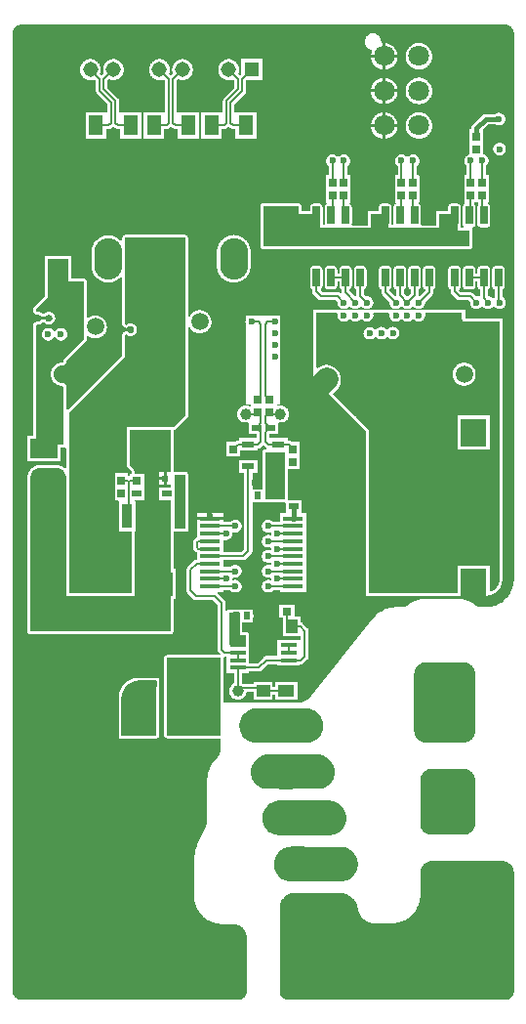
<source format=gbr>
%TF.GenerationSoftware,Altium Limited,Altium Designer,25.6.2 (33)*%
G04 Layer_Physical_Order=6*
G04 Layer_Color=15238730*
%FSLAX45Y45*%
%MOMM*%
%TF.SameCoordinates,4265A882-CCA4-4A53-A555-757F884491BB*%
%TF.FilePolarity,Positive*%
%TF.FileFunction,Copper,L6,Bot,Signal*%
%TF.Part,Single*%
G01*
G75*
%TA.AperFunction,SMDPad,CuDef*%
%ADD11R,0.65000X0.80000*%
%ADD14R,0.85000X0.60000*%
%ADD16R,1.80000X1.30000*%
%ADD17R,0.80000X0.65000*%
%ADD19C,1.00000*%
%TA.AperFunction,Conductor*%
%ADD22C,0.40000*%
%ADD23C,0.20000*%
%TA.AperFunction,ComponentPad*%
%ADD26O,2.44000X3.60000*%
%ADD27C,1.50000*%
%ADD28C,1.80000*%
%ADD29C,4.00000*%
%ADD30C,1.30800*%
%ADD32R,1.30800X1.30800*%
%ADD33O,2.40000X1.70000*%
%ADD34R,2.40000X1.70000*%
%TA.AperFunction,ViaPad*%
%ADD35C,0.60000*%
%TA.AperFunction,Conductor*%
%ADD36C,0.15000*%
%TA.AperFunction,SMDPad,CuDef*%
%ADD38R,1.75000X0.45000*%
%ADD39R,6.30000X6.10000*%
%ADD40R,1.50000X2.80000*%
%ADD41R,2.30000X2.45000*%
%ADD42R,2.74300X2.15900*%
%ADD43R,0.90000X2.10000*%
%ADD44R,0.50000X0.60000*%
%ADD45R,2.45000X2.30000*%
%ADD46R,0.60000X0.85000*%
G04:AMPARAMS|DCode=47|XSize=1.55mm|YSize=0.6mm|CornerRadius=0.05mm|HoleSize=0mm|Usage=FLASHONLY|Rotation=90.000|XOffset=0mm|YOffset=0mm|HoleType=Round|Shape=RoundedRectangle|*
%AMROUNDEDRECTD47*
21,1,1.55000,0.50000,0,0,90.0*
21,1,1.45000,0.60000,0,0,90.0*
1,1,0.10000,0.25000,0.72500*
1,1,0.10000,0.25000,-0.72500*
1,1,0.10000,-0.25000,-0.72500*
1,1,0.10000,-0.25000,0.72500*
%
%ADD47ROUNDEDRECTD47*%
%ADD48R,1.00000X1.15000*%
%ADD49R,1.10000X0.60000*%
%ADD50R,1.45000X0.45000*%
%ADD51R,2.40000X3.30000*%
%ADD52R,1.30000X1.80000*%
%ADD53R,3.30000X2.10000*%
%ADD54R,0.57000X0.64000*%
%ADD55R,1.40000X1.05000*%
%ADD56R,1.15000X1.00000*%
%TA.AperFunction,Conductor*%
%ADD57C,2.00000*%
%ADD58R,4.25000X0.85828*%
%ADD59R,1.20000X1.42500*%
%ADD60R,1.70000X4.12000*%
%TA.AperFunction,ComponentPad*%
%ADD61C,7.40000*%
G36*
X2111018Y8474278D02*
X2118245Y8472841D01*
X2125297Y8470702D01*
X2132105Y8467882D01*
X2138604Y8464408D01*
X2144731Y8460314D01*
X2150428Y8455639D01*
X2155638Y8450428D01*
X2160313Y8444732D01*
X2164407Y8438605D01*
X2167881Y8432106D01*
X2170701Y8425298D01*
X2172840Y8418246D01*
X2174278Y8411018D01*
X2175000Y8403685D01*
Y8400000D01*
Y6000000D01*
X1725904D01*
X1724923Y6000077D01*
X1410892D01*
X1410465Y6000044D01*
X1410041Y6000062D01*
X1409487Y6000000D01*
X1090515D01*
X1089959Y6000063D01*
X1089534Y6000044D01*
X1089109Y6000077D01*
X960892D01*
X960465Y6000044D01*
X960041Y6000062D01*
X959488Y6000000D01*
X640515D01*
X639959Y6000063D01*
X639534Y6000044D01*
X639109Y6000077D01*
X462500D01*
X461519Y6000000D01*
X437500D01*
Y5975984D01*
X437423Y5975000D01*
Y5502860D01*
X437447Y5502547D01*
X437430Y5502234D01*
X437500Y5501564D01*
Y5402145D01*
X582583Y5257062D01*
X583225Y5256311D01*
X777268Y5062267D01*
X778019Y5061627D01*
X791627Y5048019D01*
X791626Y5048018D01*
X791627Y5048018D01*
X792267Y5047268D01*
X887423Y4952113D01*
Y3549999D01*
X887500Y3549019D01*
Y3524999D01*
X911519D01*
X912500Y3524922D01*
X1685000D01*
X1685981Y3524999D01*
X1925000D01*
Y3525000D01*
X1929908Y3525080D01*
X1939702Y3525722D01*
X1949434Y3527003D01*
X1959061Y3528918D01*
X1968542Y3531458D01*
X1977837Y3534613D01*
X1982547Y3536564D01*
X1983680Y3536884D01*
X1984128Y3537090D01*
X1984596Y3537243D01*
X1986969Y3538225D01*
X1987848Y3538673D01*
X1988757Y3539050D01*
X1997509Y3543509D01*
X1998349Y3544024D01*
X1999227Y3544471D01*
X2007603Y3549604D01*
X2008399Y3550182D01*
X2009240Y3550697D01*
X2017186Y3556471D01*
X2017934Y3557110D01*
X2018733Y3557690D01*
X2026202Y3564069D01*
X2026897Y3564765D01*
X2027648Y3565406D01*
X2034593Y3572351D01*
X2035234Y3573101D01*
X2035930Y3573797D01*
X2042309Y3581266D01*
X2042888Y3582064D01*
X2043528Y3582813D01*
X2049302Y3590760D01*
X2049816Y3591599D01*
X2050395Y3592396D01*
X2055528Y3600772D01*
X2055975Y3601650D01*
X2056490Y3602490D01*
X2060949Y3611241D01*
X2061326Y3612151D01*
X2061774Y3613030D01*
X2065533Y3622105D01*
X2065837Y3623042D01*
X2066214Y3623952D01*
X2069249Y3633294D01*
X2069479Y3634250D01*
X2069784Y3635188D01*
X2072077Y3644739D01*
X2072231Y3645713D01*
X2072461Y3646671D01*
X2073998Y3656373D01*
X2074075Y3657357D01*
X2074229Y3658328D01*
X2075000Y3668120D01*
Y3669104D01*
X2075077Y3670088D01*
Y3674999D01*
Y5897858D01*
X2075000Y5898839D01*
Y5975000D01*
X2175000D01*
X2175000Y3674999D01*
X2175000Y3674999D01*
X2174999Y3667985D01*
X2174213Y3653978D01*
X2172642Y3640038D01*
X2170292Y3626207D01*
X2167171Y3612530D01*
X2163287Y3599050D01*
X2158654Y3585809D01*
X2153285Y3572848D01*
X2147198Y3560209D01*
X2140413Y3547930D01*
X2132949Y3536052D01*
X2124831Y3524611D01*
X2116084Y3513643D01*
X2106736Y3503182D01*
X2096816Y3493263D01*
X2086356Y3483915D01*
X2075388Y3475168D01*
X2063947Y3467050D01*
X2052068Y3459586D01*
X2039790Y3452800D01*
X2027151Y3446713D01*
X2014190Y3441345D01*
X2000949Y3436712D01*
X1987468Y3432828D01*
X1973791Y3429706D01*
X1959961Y3427356D01*
X1946020Y3425786D01*
X1932014Y3424999D01*
X1901508D01*
X1897337Y3424999D01*
X1889024Y3425694D01*
X1880798Y3427078D01*
X1872716Y3429143D01*
X1864834Y3431873D01*
X1857207Y3435251D01*
X1849887Y3439251D01*
X1842926Y3443848D01*
X1839649Y3446428D01*
X1834131Y3450649D01*
X1822754Y3458624D01*
X1810952Y3465954D01*
X1798762Y3472617D01*
X1786219Y3478593D01*
X1773365Y3483863D01*
X1760237Y3488411D01*
X1746877Y3492222D01*
X1733326Y3495285D01*
X1719625Y3497591D01*
X1705818Y3499132D01*
X1691947Y3499904D01*
X1685000Y3500000D01*
X1410000Y3500001D01*
X1410000Y3500000D01*
X1403053Y3499904D01*
X1389182Y3499132D01*
X1375375Y3497591D01*
X1361675Y3495285D01*
X1348124Y3492222D01*
X1334764Y3488411D01*
X1321636Y3483863D01*
X1308782Y3478594D01*
X1296240Y3472618D01*
X1284049Y3465955D01*
X1272247Y3458625D01*
X1260871Y3450651D01*
X1255353Y3446430D01*
X1252076Y3443850D01*
X1245115Y3439253D01*
X1237796Y3435253D01*
X1230168Y3431876D01*
X1222286Y3429145D01*
X1214204Y3427081D01*
X1205978Y3425696D01*
X1197665Y3425002D01*
X1193494D01*
X1149859Y3424999D01*
X1149859Y3424999D01*
X1142842Y3424900D01*
X1128831Y3424113D01*
X1114887Y3422541D01*
X1101053Y3420189D01*
X1087372Y3417064D01*
X1073888Y3413177D01*
X1060644Y3408539D01*
X1047681Y3403166D01*
X1035040Y3397073D01*
X1022760Y3390281D01*
X1010881Y3382810D01*
X999440Y3374685D01*
X988472Y3365931D01*
X978014Y3356575D01*
X968096Y3346647D01*
X958752Y3336178D01*
X954303Y3330751D01*
X417333Y2656550D01*
X414709Y2653255D01*
X409100Y2646971D01*
X403147Y2641012D01*
X396870Y2635396D01*
X390287Y2630142D01*
X383419Y2625264D01*
X376289Y2620780D01*
X368918Y2616703D01*
X361331Y2613046D01*
X353550Y2609821D01*
X345600Y2607037D01*
X337507Y2604704D01*
X329295Y2602828D01*
X320991Y2601416D01*
X312621Y2600472D01*
X304211Y2600000D01*
X-344923D01*
Y2985000D01*
X-345232Y2988923D01*
X-345330Y2989333D01*
X-344562Y2991235D01*
X-340165Y2996204D01*
X-337415Y2997792D01*
X-337078Y2997725D01*
X-332500Y2997425D01*
X-317500D01*
Y2920000D01*
Y2855000D01*
X-255075D01*
Y2766293D01*
X-258604Y2764407D01*
X-264731Y2760313D01*
X-270428Y2755638D01*
X-275638Y2750428D01*
X-280313Y2744731D01*
X-284407Y2738604D01*
X-287881Y2732105D01*
X-290701Y2725297D01*
X-292840Y2718245D01*
X-294278Y2711018D01*
X-295000Y2703684D01*
Y2696315D01*
X-294278Y2688982D01*
X-292840Y2681755D01*
X-290701Y2674703D01*
X-287881Y2667895D01*
X-284407Y2661396D01*
X-280313Y2655269D01*
X-275638Y2649572D01*
X-270428Y2644362D01*
X-264731Y2639687D01*
X-258604Y2635593D01*
X-252105Y2632119D01*
X-245297Y2629299D01*
X-238245Y2627160D01*
X-231018Y2625722D01*
X-223685Y2625000D01*
X-216316D01*
X-208982Y2625722D01*
X-201755Y2627160D01*
X-194703Y2629299D01*
X-187895Y2632119D01*
X-181396Y2635593D01*
X-175269Y2639687D01*
X-169572Y2644362D01*
X-164362Y2649572D01*
X-159687Y2655269D01*
X-155593Y2661396D01*
X-152119Y2667895D01*
X-149299Y2674703D01*
X-147160Y2681755D01*
X-145723Y2688982D01*
X-145630Y2689925D01*
X-82500D01*
Y2625000D01*
X82500D01*
Y2664925D01*
X105000D01*
Y2625000D01*
X295000D01*
Y2780000D01*
X105000D01*
Y2735075D01*
X82500D01*
Y2775000D01*
X-82500D01*
Y2760075D01*
X-174979D01*
X-175269Y2760313D01*
X-181396Y2764407D01*
X-184925Y2766293D01*
Y2855000D01*
X-122500D01*
Y2867425D01*
X-37500D01*
X-32922Y2867725D01*
X-28422Y2868620D01*
X-24078Y2870095D01*
X-19963Y2872124D01*
X-16148Y2874673D01*
X-12698Y2877698D01*
X42028Y2932425D01*
X122500D01*
Y2920000D01*
X317500D01*
Y2932425D01*
X327500D01*
X332078Y2932725D01*
X336578Y2933620D01*
X340922Y2935095D01*
X345037Y2937124D01*
X348852Y2939673D01*
X352302Y2942698D01*
X384802Y2975198D01*
X387827Y2978648D01*
X390376Y2982462D01*
X392405Y2986577D01*
X393880Y2990922D01*
X394775Y2995422D01*
X395075Y3000000D01*
Y3220000D01*
X394775Y3224578D01*
X393880Y3229078D01*
X392405Y3233423D01*
X390376Y3237538D01*
X387827Y3241353D01*
X384802Y3244802D01*
X344802Y3284802D01*
X341352Y3287827D01*
X337537Y3290376D01*
X333422Y3292405D01*
X329078Y3293880D01*
X325000Y3294692D01*
Y3342500D01*
X270000D01*
Y3447500D01*
X140000D01*
Y3332500D01*
X169925D01*
Y3305000D01*
X170225Y3300422D01*
X171120Y3295922D01*
X172595Y3291578D01*
X174624Y3287463D01*
X175000Y3286900D01*
Y3177500D01*
X324925D01*
Y3151216D01*
X317500Y3145000D01*
X122500D01*
Y3050000D01*
Y3002575D01*
X27500D01*
X22922Y3002275D01*
X18422Y3001380D01*
X14077Y2999905D01*
X9962Y2997876D01*
X6147Y2995327D01*
X2698Y2992302D01*
X-52029Y2937575D01*
X-122500D01*
Y2985000D01*
Y3096519D01*
X-122423Y3097500D01*
Y3185000D01*
X-122732Y3188923D01*
X-123650Y3192749D01*
X-125156Y3196385D01*
X-127212Y3199740D01*
X-129768Y3202732D01*
X-132760Y3205288D01*
X-136115Y3207344D01*
X-139751Y3208850D01*
X-143577Y3209768D01*
X-147500Y3210077D01*
X-179923D01*
Y3293000D01*
X-87500D01*
Y3337231D01*
X-86691Y3340773D01*
X-86000Y3346911D01*
Y3353089D01*
X-86691Y3359227D01*
X-87500Y3362769D01*
Y3407000D01*
X-204016D01*
X-205000Y3407077D01*
X-292500D01*
X-296423Y3406768D01*
X-300249Y3405850D01*
X-303885Y3404344D01*
X-307240Y3402288D01*
X-310232Y3399732D01*
X-312788Y3396740D01*
X-314844Y3393385D01*
X-314925Y3393190D01*
X-324925Y3395179D01*
Y3460000D01*
X-325225Y3464579D01*
X-326120Y3469078D01*
X-327595Y3473423D01*
X-329624Y3477538D01*
X-332173Y3481353D01*
X-335198Y3484802D01*
X-395198Y3544802D01*
X-398647Y3547827D01*
X-401900Y3550000D01*
X-402078Y3551122D01*
X-398274Y3560000D01*
X-347500D01*
Y3572425D01*
X-284876D01*
X-283575Y3570793D01*
X-279207Y3566425D01*
X-274377Y3562574D01*
X-269147Y3559287D01*
X-263581Y3556607D01*
X-257750Y3554566D01*
X-251727Y3553192D01*
X-245589Y3552500D01*
X-239412D01*
X-233273Y3553192D01*
X-227250Y3554566D01*
X-221419Y3556607D01*
X-215854Y3559287D01*
X-210623Y3562574D01*
X-205793Y3566425D01*
X-201425Y3570793D01*
X-197574Y3575623D01*
X-194287Y3580854D01*
X-191607Y3586419D01*
X-189567Y3592250D01*
X-188192Y3598273D01*
X-187500Y3604411D01*
Y3610589D01*
X-188192Y3616727D01*
X-189567Y3622750D01*
X-191607Y3628581D01*
X-194287Y3634146D01*
X-197574Y3639377D01*
X-201425Y3644207D01*
X-205793Y3648575D01*
X-210623Y3652427D01*
X-215854Y3655713D01*
X-221419Y3658393D01*
X-227250Y3660434D01*
X-233273Y3661808D01*
X-239412Y3662500D01*
X-245589D01*
X-251727Y3661808D01*
X-257750Y3660434D01*
X-258655Y3660117D01*
X-260665Y3660782D01*
X-267410Y3666728D01*
X-267725Y3667414D01*
X-267500Y3669412D01*
Y3675589D01*
X-267725Y3677586D01*
X-267410Y3678272D01*
X-260665Y3684218D01*
X-258655Y3684883D01*
X-257750Y3684566D01*
X-251727Y3683192D01*
X-245589Y3682500D01*
X-239412D01*
X-233273Y3683192D01*
X-227250Y3684566D01*
X-221419Y3686607D01*
X-215854Y3689287D01*
X-210623Y3692574D01*
X-205793Y3696425D01*
X-201425Y3700793D01*
X-197574Y3705623D01*
X-194287Y3710854D01*
X-191607Y3716419D01*
X-189567Y3722250D01*
X-188192Y3728273D01*
X-187500Y3734411D01*
Y3740589D01*
X-188192Y3746727D01*
X-189567Y3752750D01*
X-191607Y3758581D01*
X-194287Y3764146D01*
X-197574Y3769377D01*
X-201425Y3774207D01*
X-205793Y3778575D01*
X-210623Y3782427D01*
X-215854Y3785713D01*
X-221419Y3788393D01*
X-227250Y3790434D01*
X-233273Y3791808D01*
X-239412Y3792500D01*
X-245589D01*
X-251727Y3791808D01*
X-257750Y3790434D01*
X-263581Y3788393D01*
X-269147Y3785713D01*
X-274377Y3782427D01*
X-279207Y3778575D01*
X-283575Y3774207D01*
X-284876Y3772575D01*
X-347500D01*
Y3832425D01*
X-172500D01*
X-167922Y3832725D01*
X-163422Y3833620D01*
X-159077Y3835095D01*
X-154962Y3837124D01*
X-151147Y3839673D01*
X-147698Y3842698D01*
X-105198Y3885198D01*
X-102173Y3888647D01*
X-99624Y3892462D01*
X-97595Y3896577D01*
X-96120Y3900922D01*
X-95225Y3905422D01*
X-94925Y3910000D01*
Y4333000D01*
X14016D01*
X15000Y4332923D01*
X185000D01*
X192946Y4327389D01*
X195000Y4324406D01*
Y4245000D01*
X187071Y4240000D01*
X147500D01*
Y4162575D01*
X84876D01*
X83575Y4164207D01*
X79207Y4168575D01*
X74377Y4172427D01*
X69146Y4175713D01*
X63581Y4178393D01*
X57750Y4180434D01*
X51727Y4181808D01*
X45589Y4182500D01*
X39411D01*
X33273Y4181808D01*
X27250Y4180434D01*
X21419Y4178393D01*
X15854Y4175713D01*
X10623Y4172427D01*
X5793Y4168575D01*
X1425Y4164207D01*
X-2426Y4159377D01*
X-5713Y4154146D01*
X-8393Y4148581D01*
X-10434Y4142750D01*
X-11808Y4136727D01*
X-12500Y4130589D01*
Y4124411D01*
X-11808Y4118273D01*
X-10434Y4112250D01*
X-8393Y4106419D01*
X-5713Y4100854D01*
X-2426Y4095623D01*
X1425Y4090793D01*
X5793Y4086425D01*
X10623Y4082573D01*
X15854Y4079287D01*
X21419Y4076607D01*
X27250Y4074566D01*
X33273Y4073192D01*
X39411Y4072500D01*
X45589D01*
X51727Y4073192D01*
X57750Y4074566D01*
X58655Y4074883D01*
X60665Y4074218D01*
X67410Y4068272D01*
X67725Y4067586D01*
X67500Y4065589D01*
Y4059411D01*
X67725Y4057414D01*
X67410Y4056728D01*
X60665Y4050782D01*
X58655Y4050117D01*
X57750Y4050434D01*
X51727Y4051808D01*
X45589Y4052500D01*
X39411D01*
X33273Y4051808D01*
X27250Y4050434D01*
X21419Y4048393D01*
X15854Y4045713D01*
X10623Y4042427D01*
X5793Y4038575D01*
X1425Y4034207D01*
X-2426Y4029377D01*
X-5713Y4024146D01*
X-8393Y4018581D01*
X-10434Y4012750D01*
X-11808Y4006727D01*
X-12500Y4000589D01*
Y3994411D01*
X-11808Y3988273D01*
X-10434Y3982250D01*
X-8393Y3976419D01*
X-5713Y3970854D01*
X-2426Y3965623D01*
X1425Y3960793D01*
X5793Y3956425D01*
X10623Y3952574D01*
X15854Y3949287D01*
X21419Y3946607D01*
X27250Y3944566D01*
X33273Y3943192D01*
X39411Y3942500D01*
X45589D01*
X51727Y3943192D01*
X57750Y3944566D01*
X58655Y3944883D01*
X60665Y3944218D01*
X67410Y3938272D01*
X67725Y3937586D01*
X67500Y3935589D01*
Y3929411D01*
X67725Y3927414D01*
X67410Y3926728D01*
X60665Y3920782D01*
X58655Y3920117D01*
X57750Y3920434D01*
X51727Y3921808D01*
X45589Y3922500D01*
X39411D01*
X33273Y3921808D01*
X27250Y3920434D01*
X21419Y3918393D01*
X15854Y3915713D01*
X10623Y3912427D01*
X5793Y3908575D01*
X1425Y3904207D01*
X-2426Y3899377D01*
X-5713Y3894146D01*
X-8393Y3888581D01*
X-10434Y3882750D01*
X-11808Y3876727D01*
X-12500Y3870589D01*
Y3864411D01*
X-11808Y3858273D01*
X-10434Y3852250D01*
X-8393Y3846419D01*
X-5713Y3840854D01*
X-2426Y3835623D01*
X1425Y3830793D01*
X5793Y3826425D01*
X10623Y3822574D01*
X15854Y3819287D01*
X21419Y3816607D01*
X27250Y3814566D01*
X33273Y3813192D01*
X39411Y3812500D01*
X45589D01*
X51727Y3813192D01*
X57750Y3814566D01*
X58655Y3814883D01*
X60665Y3814218D01*
X67410Y3808272D01*
X67725Y3807586D01*
X67500Y3805589D01*
Y3799412D01*
X67725Y3797414D01*
X67410Y3796728D01*
X60665Y3790782D01*
X58655Y3790117D01*
X57750Y3790434D01*
X51727Y3791808D01*
X45589Y3792500D01*
X39411D01*
X33273Y3791808D01*
X27250Y3790434D01*
X21419Y3788393D01*
X15854Y3785713D01*
X10623Y3782427D01*
X5793Y3778575D01*
X1425Y3774207D01*
X-2426Y3769377D01*
X-5713Y3764146D01*
X-8393Y3758581D01*
X-10434Y3752750D01*
X-11808Y3746727D01*
X-12500Y3740589D01*
Y3734411D01*
X-11808Y3728273D01*
X-10434Y3722250D01*
X-8393Y3716419D01*
X-5713Y3710854D01*
X-2426Y3705623D01*
X1425Y3700793D01*
X5793Y3696425D01*
X10623Y3692574D01*
X15854Y3689287D01*
X21419Y3686607D01*
X27250Y3684566D01*
X33273Y3683192D01*
X39411Y3682500D01*
X45589D01*
X51727Y3683192D01*
X57750Y3684566D01*
X58655Y3684883D01*
X60665Y3684218D01*
X67410Y3678272D01*
X67725Y3677586D01*
X67500Y3675589D01*
Y3669412D01*
X67725Y3667414D01*
X67410Y3666728D01*
X60665Y3660782D01*
X58655Y3660117D01*
X57750Y3660434D01*
X51727Y3661808D01*
X45589Y3662500D01*
X39411D01*
X33273Y3661808D01*
X27250Y3660434D01*
X21419Y3658393D01*
X15854Y3655713D01*
X10623Y3652427D01*
X5793Y3648575D01*
X1425Y3644207D01*
X-2426Y3639377D01*
X-5713Y3634146D01*
X-8393Y3628581D01*
X-10434Y3622750D01*
X-11808Y3616727D01*
X-12500Y3610589D01*
Y3604411D01*
X-11808Y3598273D01*
X-10434Y3592250D01*
X-8393Y3586419D01*
X-5713Y3580854D01*
X-2426Y3575623D01*
X1425Y3570793D01*
X5793Y3566425D01*
X10623Y3562574D01*
X15854Y3559287D01*
X21419Y3556607D01*
X27250Y3554566D01*
X33273Y3553192D01*
X39411Y3552500D01*
X45589D01*
X51727Y3553192D01*
X57750Y3554566D01*
X63581Y3556607D01*
X69146Y3559287D01*
X74377Y3562574D01*
X79207Y3566425D01*
X83575Y3570793D01*
X84876Y3572425D01*
X147500D01*
Y3560000D01*
X372500D01*
Y3625000D01*
Y3690000D01*
Y3755000D01*
Y3820000D01*
Y3885000D01*
Y3950000D01*
Y4015000D01*
Y4080000D01*
Y4145000D01*
Y4240000D01*
X337929D01*
X330000Y4245000D01*
Y4355000D01*
X212850D01*
X210077Y4358000D01*
Y4620000D01*
X317500D01*
Y4730000D01*
Y4860000D01*
X244576D01*
X241353Y4862827D01*
X237538Y4865376D01*
X233423Y4867405D01*
X229079Y4868880D01*
X224578Y4869775D01*
X220000Y4870075D01*
X210000D01*
Y4890000D01*
X55075D01*
Y4925000D01*
X125000D01*
Y5020562D01*
X135000Y5026514D01*
X138982Y5025722D01*
X146315Y5025000D01*
X153684D01*
X161018Y5025722D01*
X168245Y5027160D01*
X175297Y5029299D01*
X182105Y5032119D01*
X188604Y5035593D01*
X194731Y5039687D01*
X200428Y5044362D01*
X205638Y5049572D01*
X210313Y5055269D01*
X214407Y5061396D01*
X217881Y5067895D01*
X220701Y5074703D01*
X222840Y5081755D01*
X224277Y5088982D01*
X225000Y5096315D01*
Y5103684D01*
X224277Y5111018D01*
X222840Y5118245D01*
X220701Y5125297D01*
X217881Y5132105D01*
X214407Y5138604D01*
X210313Y5144731D01*
X205638Y5150428D01*
X200428Y5155638D01*
X194731Y5160313D01*
X188604Y5164407D01*
X182105Y5167881D01*
X175297Y5170701D01*
X168245Y5172840D01*
X161018Y5174277D01*
X153684Y5175000D01*
X146315D01*
X138982Y5174277D01*
X131755Y5172840D01*
X124703Y5170701D01*
X120452Y5168940D01*
X112171Y5174007D01*
X111414Y5174817D01*
X111400Y5176669D01*
X120302Y5185000D01*
X150000D01*
Y5950000D01*
X-77065D01*
X-78919Y5950893D01*
X-84750Y5952933D01*
X-90773Y5954308D01*
X-96911Y5955000D01*
X-103089D01*
X-109227Y5954308D01*
X-115250Y5952933D01*
X-121081Y5950893D01*
X-122935Y5950000D01*
X-150000D01*
Y5922936D01*
X-150893Y5921081D01*
X-152934Y5915250D01*
X-154308Y5909227D01*
X-155000Y5903089D01*
Y5896911D01*
X-154308Y5890773D01*
X-152934Y5884750D01*
X-150893Y5878919D01*
X-150000Y5877064D01*
Y5185000D01*
X-107500D01*
Y5173664D01*
X-117500Y5167670D01*
X-117895Y5167881D01*
X-124703Y5170701D01*
X-131755Y5172840D01*
X-138982Y5174277D01*
X-146315Y5175000D01*
X-153684D01*
X-161018Y5174277D01*
X-168245Y5172840D01*
X-175297Y5170701D01*
X-182105Y5167881D01*
X-188604Y5164407D01*
X-194731Y5160313D01*
X-200428Y5155638D01*
X-205638Y5150428D01*
X-210313Y5144731D01*
X-214407Y5138604D01*
X-217881Y5132105D01*
X-220701Y5125297D01*
X-222840Y5118245D01*
X-224277Y5111018D01*
X-225000Y5103684D01*
Y5096315D01*
X-224277Y5088982D01*
X-222840Y5081755D01*
X-220701Y5074703D01*
X-217881Y5067895D01*
X-214407Y5061396D01*
X-210313Y5055269D01*
X-205638Y5049572D01*
X-200428Y5044362D01*
X-194731Y5039687D01*
X-188604Y5035593D01*
X-182105Y5032119D01*
X-175297Y5029299D01*
X-168245Y5027160D01*
X-161018Y5025722D01*
X-153684Y5025000D01*
X-146315D01*
X-138982Y5025722D01*
X-135000Y5026514D01*
X-125000Y5020562D01*
Y4925000D01*
X-55075D01*
Y4890000D01*
X-210000D01*
Y4870075D01*
X-220000D01*
X-224578Y4869775D01*
X-229079Y4868880D01*
X-233423Y4867405D01*
X-237538Y4865376D01*
X-241353Y4862827D01*
X-244576Y4860000D01*
X-317500D01*
Y4730000D01*
X-202500D01*
Y4780000D01*
X-50000D01*
Y4799925D01*
X-45000D01*
X-40422Y4800225D01*
X-35922Y4801120D01*
X-31578Y4802595D01*
X-27463Y4804624D01*
X-23648Y4807173D01*
X-20198Y4810198D01*
X0Y4830396D01*
X20198Y4810198D01*
X23648Y4807173D01*
X26784Y4805077D01*
X26932Y4803950D01*
X22057Y4795077D01*
X15000D01*
X11077Y4794768D01*
X7251Y4793850D01*
X3615Y4792344D01*
X260Y4790288D01*
X-2732Y4787732D01*
X-5288Y4784740D01*
X-7344Y4781385D01*
X-8850Y4777749D01*
X-9768Y4773923D01*
X-10077Y4770000D01*
Y4447000D01*
X-94925D01*
Y4590000D01*
X-50000D01*
Y4700000D01*
X-210000D01*
Y4590000D01*
X-165075D01*
Y3924528D01*
X-187028Y3902575D01*
X-347500D01*
Y4002719D01*
X-337750Y4009567D01*
X-331727Y4008192D01*
X-325589Y4007500D01*
X-319411D01*
X-313273Y4008192D01*
X-307250Y4009567D01*
X-301419Y4011607D01*
X-295854Y4014287D01*
X-290623Y4017574D01*
X-285793Y4021425D01*
X-281425Y4025793D01*
X-277573Y4030623D01*
X-274287Y4035854D01*
X-271607Y4041419D01*
X-269566Y4047250D01*
X-268192Y4053273D01*
X-267500Y4059411D01*
Y4065589D01*
X-267725Y4067586D01*
X-267410Y4068272D01*
X-260665Y4074218D01*
X-258655Y4074883D01*
X-257750Y4074566D01*
X-251727Y4073192D01*
X-245589Y4072500D01*
X-239412D01*
X-233273Y4073192D01*
X-227250Y4074566D01*
X-221419Y4076607D01*
X-215854Y4079287D01*
X-210623Y4082573D01*
X-205793Y4086425D01*
X-201425Y4090793D01*
X-197574Y4095623D01*
X-194287Y4100854D01*
X-191607Y4106419D01*
X-189567Y4112250D01*
X-188192Y4118273D01*
X-187500Y4124411D01*
Y4130589D01*
X-188192Y4136727D01*
X-189567Y4142750D01*
X-191607Y4148581D01*
X-194287Y4154146D01*
X-197574Y4159377D01*
X-201425Y4164207D01*
X-205793Y4168575D01*
X-210623Y4172427D01*
X-215854Y4175713D01*
X-221419Y4178393D01*
X-227250Y4180434D01*
X-233273Y4181808D01*
X-239412Y4182500D01*
X-245589D01*
X-251727Y4181808D01*
X-257750Y4180434D01*
X-263581Y4178393D01*
X-269147Y4175713D01*
X-274377Y4172427D01*
X-279207Y4168575D01*
X-283575Y4164207D01*
X-284876Y4162575D01*
X-347100D01*
Y4179800D01*
X-460000D01*
X-572900D01*
Y4144600D01*
X-572500D01*
Y4031067D01*
X-575923Y4029905D01*
X-580038Y4027876D01*
X-583853Y4025327D01*
X-587303Y4022302D01*
X-599802Y4009802D01*
X-602827Y4006353D01*
X-605376Y4002538D01*
X-607405Y3998423D01*
X-608880Y3994079D01*
X-609775Y3989579D01*
X-610075Y3985001D01*
Y3944999D01*
X-609775Y3940421D01*
X-608880Y3935921D01*
X-607405Y3931577D01*
X-605376Y3927462D01*
X-602827Y3923647D01*
X-599802Y3920198D01*
X-587303Y3907698D01*
X-583853Y3904673D01*
X-580038Y3902124D01*
X-575923Y3900095D01*
X-572500Y3898933D01*
Y3837575D01*
X-577500D01*
X-582078Y3837275D01*
X-586578Y3836380D01*
X-590923Y3834905D01*
X-595037Y3832876D01*
X-598852Y3830327D01*
X-602302Y3827302D01*
X-654802Y3774802D01*
X-657827Y3771353D01*
X-660376Y3767538D01*
X-662405Y3763423D01*
X-663880Y3759078D01*
X-664775Y3754578D01*
X-665075Y3750000D01*
Y3570000D01*
X-664775Y3565422D01*
X-663880Y3560922D01*
X-662405Y3556577D01*
X-660376Y3552463D01*
X-657827Y3548647D01*
X-654802Y3545198D01*
X-604802Y3495198D01*
X-601353Y3492173D01*
X-597538Y3489624D01*
X-593423Y3487595D01*
X-589078Y3486120D01*
X-584578Y3485225D01*
X-580000Y3484925D01*
X-434528D01*
X-395075Y3445472D01*
Y3060000D01*
X-394775Y3055422D01*
X-393880Y3050922D01*
X-392405Y3046577D01*
X-390376Y3042463D01*
X-387827Y3038647D01*
X-384802Y3035198D01*
X-369544Y3019940D01*
X-369558Y3019622D01*
X-373823Y3010077D01*
X-835000D01*
X-838923Y3009768D01*
X-842749Y3008850D01*
X-846385Y3007344D01*
X-849740Y3005288D01*
X-852732Y3002732D01*
X-855288Y2999740D01*
X-857344Y2996385D01*
X-858850Y2992749D01*
X-859768Y2988923D01*
X-860077Y2985000D01*
Y2315000D01*
X-859768Y2311077D01*
X-858850Y2307251D01*
X-857344Y2303615D01*
X-855288Y2300260D01*
X-852732Y2297268D01*
X-849740Y2294712D01*
X-846385Y2292656D01*
X-842749Y2291150D01*
X-838923Y2290232D01*
X-835000Y2289923D01*
X-370000D01*
Y2200000D01*
X-370001Y2200000D01*
Y2196087D01*
X-370532Y2188279D01*
X-371594Y2180526D01*
X-373180Y2172862D01*
X-375283Y2165325D01*
X-377894Y2157947D01*
X-381000Y2150764D01*
X-384587Y2143809D01*
X-388638Y2137114D01*
X-393136Y2130709D01*
X-398058Y2124625D01*
X-403382Y2118890D01*
X-406233Y2116210D01*
X-410823Y2111783D01*
X-419658Y2102585D01*
X-428012Y2092949D01*
X-435863Y2082900D01*
X-443192Y2072463D01*
X-449980Y2061666D01*
X-456207Y2050537D01*
X-461859Y2039105D01*
X-466921Y2027399D01*
X-471380Y2015451D01*
X-475223Y2003291D01*
X-478441Y1990950D01*
X-481025Y1978462D01*
X-482970Y1965858D01*
X-484269Y1953171D01*
X-484919Y1940435D01*
X-485000Y1934058D01*
Y1611157D01*
X-485001Y1611156D01*
X-485000Y1605474D01*
X-485517Y1594119D01*
X-486549Y1582801D01*
X-488094Y1571541D01*
X-490149Y1560362D01*
X-492710Y1549289D01*
X-495771Y1538343D01*
X-499327Y1527548D01*
X-503369Y1516926D01*
X-507891Y1506498D01*
X-512881Y1496286D01*
X-518330Y1486312D01*
X-521278Y1481454D01*
X-526008Y1473508D01*
X-535058Y1457380D01*
X-543553Y1440953D01*
X-551484Y1424246D01*
X-558840Y1407279D01*
X-565614Y1390071D01*
X-571797Y1372641D01*
X-577382Y1355012D01*
X-582364Y1337202D01*
X-586735Y1319232D01*
X-590492Y1301124D01*
X-593629Y1282898D01*
X-596143Y1264577D01*
X-598031Y1246180D01*
X-599291Y1227729D01*
X-599921Y1209246D01*
X-600000Y1200000D01*
Y930000D01*
X-599902Y922988D01*
X-599116Y908987D01*
X-597545Y895052D01*
X-595196Y881227D01*
X-592076Y867556D01*
X-588194Y854081D01*
X-583562Y840844D01*
X-578196Y827889D01*
X-572112Y815254D01*
X-565328Y802981D01*
X-557868Y791107D01*
X-549753Y779671D01*
X-541010Y768707D01*
X-531665Y758250D01*
X-521750Y748335D01*
X-511293Y738990D01*
X-500329Y730247D01*
X-488893Y722132D01*
X-477019Y714672D01*
X-464746Y707888D01*
X-452111Y701804D01*
X-439156Y696438D01*
X-425919Y691806D01*
X-412444Y687924D01*
X-398773Y684804D01*
X-384948Y682455D01*
X-371013Y680884D01*
X-357012Y680098D01*
X-350000Y680000D01*
X-257500D01*
Y680000D01*
X-252982D01*
X-243973Y679290D01*
X-235048Y677877D01*
X-226261Y675767D01*
X-217666Y672975D01*
X-209318Y669517D01*
X-201266Y665414D01*
X-193561Y660692D01*
X-186250Y655381D01*
X-179378Y649512D01*
X-172988Y643122D01*
X-167120Y636250D01*
X-161808Y628940D01*
X-157086Y621234D01*
X-152984Y613183D01*
X-149525Y604834D01*
X-146733Y596239D01*
X-144623Y587452D01*
X-143210Y578527D01*
X-142501Y569518D01*
X-142500Y99998D01*
X-142501D01*
Y96314D01*
X-143223Y88980D01*
X-144661Y81753D01*
X-146800Y74701D01*
X-149620Y67893D01*
X-153093Y61394D01*
X-157187Y55267D01*
X-161862Y49571D01*
X-167073Y44360D01*
X-172769Y39685D01*
X-178897Y35591D01*
X-185395Y32117D01*
X-192203Y29297D01*
X-199255Y27158D01*
X-206482Y25721D01*
X-208843Y25488D01*
X-2107339D01*
X-2121734Y28351D01*
X-2135294Y33968D01*
X-2147499Y42123D01*
X-2157876Y52501D01*
X-2166031Y64705D01*
X-2171648Y78266D01*
X-2174512Y92661D01*
Y100000D01*
Y8400000D01*
X-2174999Y8402452D01*
Y8403685D01*
X-2174277Y8411018D01*
X-2172839Y8418246D01*
X-2170700Y8425297D01*
X-2167880Y8432105D01*
X-2164407Y8438604D01*
X-2160313Y8444731D01*
X-2155638Y8450428D01*
X-2150427Y8455638D01*
X-2144731Y8460313D01*
X-2138604Y8464407D01*
X-2132105Y8467881D01*
X-2125297Y8470701D01*
X-2118245Y8472840D01*
X-2111018Y8474277D01*
X-2103684Y8475000D01*
X-2100000D01*
X2100000Y8475001D01*
X2103684D01*
X2111018Y8474278D01*
D02*
G37*
G36*
X1724923Y5922936D02*
X1725232Y5919013D01*
X1726150Y5915186D01*
X1727656Y5911551D01*
X1729712Y5908196D01*
X1732268Y5905203D01*
X1735260Y5902648D01*
X1738615Y5900592D01*
X1742251Y5899086D01*
X1746077Y5898167D01*
X1750000Y5897858D01*
X2050000D01*
Y3674999D01*
Y3670088D01*
X2049229Y3660296D01*
X2047693Y3650594D01*
X2045400Y3641043D01*
X2042364Y3631701D01*
X2038605Y3622626D01*
X2034146Y3613874D01*
X2029014Y3605499D01*
X2023240Y3597553D01*
X2016861Y3590083D01*
X2009915Y3583138D01*
X2002446Y3576759D01*
X1994500Y3570985D01*
X1986125Y3565853D01*
X1977373Y3561394D01*
X1975000Y3560411D01*
X1965000Y3567093D01*
Y3785000D01*
X1685000D01*
Y3549999D01*
X912500D01*
Y4962500D01*
X810000Y5065001D01*
Y5080000D01*
X795000D01*
X600957Y5274043D01*
X638457Y5311543D01*
X645124Y5318756D01*
X651205Y5326470D01*
X656662Y5334637D01*
X661462Y5343207D01*
X665574Y5352128D01*
X668974Y5361343D01*
X671640Y5370797D01*
X673557Y5380430D01*
X674711Y5390185D01*
X675097Y5400000D01*
X674711Y5409815D01*
X673557Y5419569D01*
X671640Y5429203D01*
X668974Y5438657D01*
X665574Y5447872D01*
X661462Y5456792D01*
X656662Y5465363D01*
X651205Y5473530D01*
X645124Y5481244D01*
X638457Y5488457D01*
X631244Y5495124D01*
X623530Y5501205D01*
X615363Y5506662D01*
X606793Y5511462D01*
X597873Y5515574D01*
X588657Y5518974D01*
X579203Y5521640D01*
X569570Y5523556D01*
X559815Y5524711D01*
X550000Y5525096D01*
X540185Y5524711D01*
X530431Y5523556D01*
X520797Y5521640D01*
X511343Y5518974D01*
X502128Y5515574D01*
X493208Y5511462D01*
X484637Y5506662D01*
X476470Y5501205D01*
X472500Y5498075D01*
X462500Y5502860D01*
Y5975000D01*
X639109D01*
X645868Y5965000D01*
X645692Y5964227D01*
X645000Y5958088D01*
Y5951911D01*
X645692Y5945772D01*
X647067Y5939750D01*
X649107Y5933919D01*
X651787Y5928353D01*
X655074Y5923123D01*
X658925Y5918293D01*
X663293Y5913925D01*
X668123Y5910073D01*
X673354Y5906787D01*
X678919Y5904107D01*
X684750Y5902066D01*
X690773Y5900692D01*
X696911Y5900000D01*
X703089D01*
X709227Y5900692D01*
X715250Y5902066D01*
X721081Y5904107D01*
X726647Y5906787D01*
X731877Y5910073D01*
X736707Y5913925D01*
X741075Y5918293D01*
X743996Y5921956D01*
X750000Y5922936D01*
X756004Y5921956D01*
X758925Y5918293D01*
X763293Y5913925D01*
X768123Y5910073D01*
X773354Y5906787D01*
X778919Y5904107D01*
X784750Y5902066D01*
X790773Y5900692D01*
X796912Y5900000D01*
X803089D01*
X809227Y5900692D01*
X815250Y5902066D01*
X821081Y5904107D01*
X826647Y5906787D01*
X831877Y5910073D01*
X836707Y5913925D01*
X841075Y5918293D01*
X843997Y5921956D01*
X850000Y5922936D01*
X856004Y5921956D01*
X858925Y5918293D01*
X863293Y5913925D01*
X868123Y5910073D01*
X873354Y5906787D01*
X878920Y5904107D01*
X884750Y5902066D01*
X890773Y5900692D01*
X896912Y5900000D01*
X903089D01*
X909228Y5900692D01*
X915250Y5902066D01*
X921081Y5904107D01*
X926647Y5906787D01*
X931877Y5910073D01*
X936707Y5913925D01*
X941075Y5918293D01*
X944927Y5923123D01*
X948213Y5928353D01*
X950893Y5933919D01*
X952934Y5939750D01*
X954308Y5945772D01*
X955000Y5951911D01*
Y5958088D01*
X954308Y5964227D01*
X954132Y5965000D01*
X960892Y5975000D01*
X1089109D01*
X1095868Y5965000D01*
X1095692Y5964227D01*
X1095000Y5958088D01*
Y5951911D01*
X1095692Y5945772D01*
X1097066Y5939750D01*
X1099107Y5933919D01*
X1101787Y5928353D01*
X1105073Y5923123D01*
X1108925Y5918293D01*
X1113293Y5913925D01*
X1118123Y5910073D01*
X1123354Y5906787D01*
X1128919Y5904107D01*
X1134750Y5902066D01*
X1140773Y5900692D01*
X1146911Y5900000D01*
X1153089D01*
X1159227Y5900692D01*
X1165250Y5902066D01*
X1171081Y5904107D01*
X1176646Y5906787D01*
X1181877Y5910073D01*
X1186707Y5913925D01*
X1191075Y5918293D01*
X1193996Y5921956D01*
X1200000Y5922936D01*
X1206004Y5921956D01*
X1208925Y5918293D01*
X1213293Y5913925D01*
X1218123Y5910073D01*
X1223354Y5906787D01*
X1228919Y5904107D01*
X1234750Y5902066D01*
X1240773Y5900692D01*
X1246911Y5900000D01*
X1253089D01*
X1259227Y5900692D01*
X1265250Y5902066D01*
X1271081Y5904107D01*
X1276646Y5906787D01*
X1281877Y5910073D01*
X1286707Y5913925D01*
X1291075Y5918293D01*
X1293996Y5921956D01*
X1300000Y5922936D01*
X1306004Y5921956D01*
X1308925Y5918293D01*
X1313293Y5913925D01*
X1318123Y5910073D01*
X1323354Y5906787D01*
X1328919Y5904107D01*
X1334750Y5902066D01*
X1340773Y5900692D01*
X1346911Y5900000D01*
X1353089D01*
X1359227Y5900692D01*
X1365250Y5902066D01*
X1371081Y5904107D01*
X1376646Y5906787D01*
X1381877Y5910073D01*
X1386707Y5913925D01*
X1391075Y5918293D01*
X1394927Y5923123D01*
X1398213Y5928353D01*
X1400893Y5933919D01*
X1402934Y5939750D01*
X1404308Y5945772D01*
X1405000Y5951911D01*
Y5958088D01*
X1404308Y5964227D01*
X1404132Y5965000D01*
X1410892Y5975000D01*
X1724923D01*
Y5922936D01*
D02*
G37*
G36*
X-205000Y3185000D02*
X-147500D01*
Y3097500D01*
X-292500D01*
Y3382000D01*
X-205000D01*
Y3185000D01*
D02*
G37*
G36*
X-370000Y2315000D02*
X-835000D01*
Y2985000D01*
X-370000D01*
Y2315000D01*
D02*
G37*
G36*
X1748912Y2949383D02*
X1756674Y2948154D01*
X1764314Y2946319D01*
X1771788Y2943891D01*
X1779048Y2940884D01*
X1786050Y2937317D01*
X1792750Y2933211D01*
X1799107Y2928592D01*
X1805082Y2923489D01*
X1810638Y2917932D01*
X1815742Y2911957D01*
X1820361Y2905600D01*
X1824467Y2898900D01*
X1828034Y2891898D01*
X1831041Y2884638D01*
X1833469Y2877165D01*
X1835304Y2869524D01*
X1836533Y2861763D01*
X1837150Y2853929D01*
Y2850000D01*
Y2353050D01*
Y2349121D01*
X1836533Y2341287D01*
X1835304Y2333526D01*
X1833469Y2325885D01*
X1831041Y2318412D01*
X1828034Y2311152D01*
X1824467Y2304150D01*
X1820361Y2297450D01*
X1815742Y2291093D01*
X1810638Y2285118D01*
X1805082Y2279561D01*
X1799107Y2274458D01*
X1792750Y2269839D01*
X1786050Y2265733D01*
X1779048Y2262166D01*
X1771788Y2259159D01*
X1764314Y2256730D01*
X1756674Y2254896D01*
X1748912Y2253667D01*
X1741079Y2253050D01*
X1406071D01*
X1398237Y2253667D01*
X1390476Y2254896D01*
X1382835Y2256730D01*
X1375361Y2259159D01*
X1368102Y2262166D01*
X1361100Y2265733D01*
X1354400Y2269839D01*
X1348043Y2274458D01*
X1342067Y2279561D01*
X1336511Y2285118D01*
X1331408Y2291093D01*
X1326789Y2297450D01*
X1322683Y2304150D01*
X1319115Y2311152D01*
X1316108Y2318412D01*
X1313680Y2325885D01*
X1311845Y2333526D01*
X1310616Y2341287D01*
X1310000Y2349121D01*
Y2353050D01*
Y2850000D01*
Y2853929D01*
X1310616Y2861763D01*
X1311845Y2869524D01*
X1313680Y2877165D01*
X1316108Y2884638D01*
X1319115Y2891898D01*
X1322683Y2898900D01*
X1326789Y2905600D01*
X1331408Y2911957D01*
X1336511Y2917932D01*
X1342067Y2923489D01*
X1348043Y2928592D01*
X1354400Y2933211D01*
X1361100Y2937317D01*
X1368102Y2940884D01*
X1375361Y2943891D01*
X1382835Y2946319D01*
X1390476Y2948154D01*
X1398237Y2949383D01*
X1406071Y2950000D01*
X1741079D01*
X1748912Y2949383D01*
D02*
G37*
G36*
X386045Y2549235D02*
X396650Y2547710D01*
X407120Y2545433D01*
X417400Y2542414D01*
X427439Y2538670D01*
X437186Y2534219D01*
X446589Y2529084D01*
X455603Y2523291D01*
X464180Y2516870D01*
X472278Y2509854D01*
X479854Y2502277D01*
X486871Y2494180D01*
X493292Y2485603D01*
X499085Y2476589D01*
X504219Y2467185D01*
X508670Y2457439D01*
X512415Y2447400D01*
X515433Y2437119D01*
X517711Y2426650D01*
X519236Y2416044D01*
X520000Y2405357D01*
Y2394642D01*
X519236Y2383955D01*
X517711Y2373350D01*
X515433Y2362880D01*
X512415Y2352600D01*
X508670Y2342560D01*
X504219Y2332814D01*
X499085Y2323410D01*
X493292Y2314397D01*
X486871Y2305819D01*
X479854Y2297722D01*
X472278Y2290146D01*
X464180Y2283129D01*
X455603Y2276708D01*
X446589Y2270915D01*
X437186Y2265780D01*
X427439Y2261329D01*
X417400Y2257585D01*
X407120Y2254566D01*
X396650Y2252289D01*
X386045Y2250764D01*
X375357Y2250000D01*
X-62857D01*
X-73545Y2250764D01*
X-84150Y2252289D01*
X-94620Y2254566D01*
X-104900Y2257585D01*
X-114939Y2261329D01*
X-124686Y2265780D01*
X-134089Y2270915D01*
X-143103Y2276708D01*
X-151680Y2283129D01*
X-159778Y2290146D01*
X-167354Y2297722D01*
X-174371Y2305819D01*
X-180792Y2314397D01*
X-186585Y2323410D01*
X-191719Y2332814D01*
X-196170Y2342560D01*
X-199915Y2352600D01*
X-202933Y2362880D01*
X-205211Y2373350D01*
X-206736Y2383955D01*
X-207500Y2394642D01*
Y2405357D01*
X-206736Y2416044D01*
X-205211Y2426650D01*
X-202933Y2437119D01*
X-199915Y2447400D01*
X-196170Y2457439D01*
X-191719Y2467185D01*
X-186585Y2476589D01*
X-180792Y2485603D01*
X-174371Y2494180D01*
X-167354Y2502277D01*
X-159778Y2509854D01*
X-151680Y2516870D01*
X-143103Y2523291D01*
X-134089Y2529084D01*
X-124686Y2534219D01*
X-114939Y2538670D01*
X-104900Y2542414D01*
X-94620Y2545433D01*
X-84150Y2547710D01*
X-73545Y2549235D01*
X-62857Y2550000D01*
X375357D01*
X386045Y2549235D01*
D02*
G37*
G36*
X486045Y2149235D02*
X496650Y2147710D01*
X507120Y2145433D01*
X517400Y2142414D01*
X527439Y2138670D01*
X537186Y2134219D01*
X546589Y2129084D01*
X555603Y2123291D01*
X564180Y2116870D01*
X572278Y2109854D01*
X579854Y2102277D01*
X586871Y2094180D01*
X593292Y2085603D01*
X599085Y2076589D01*
X604220Y2067185D01*
X608670Y2057439D01*
X612415Y2047400D01*
X615433Y2037119D01*
X617711Y2026650D01*
X619236Y2016044D01*
X620000Y2005357D01*
Y1994642D01*
X619236Y1983955D01*
X617711Y1973350D01*
X615433Y1962880D01*
X612415Y1952600D01*
X608670Y1942561D01*
X604220Y1932814D01*
X599085Y1923410D01*
X593292Y1914397D01*
X586871Y1905819D01*
X579854Y1897722D01*
X572278Y1890146D01*
X564180Y1883129D01*
X555603Y1876708D01*
X546589Y1870915D01*
X537186Y1865780D01*
X527439Y1861330D01*
X517400Y1857585D01*
X507120Y1854567D01*
X496650Y1852289D01*
X486045Y1850764D01*
X475357Y1850000D01*
X37143D01*
X26455Y1850764D01*
X15850Y1852289D01*
X5380Y1854567D01*
X-4900Y1857585D01*
X-14939Y1861330D01*
X-24685Y1865780D01*
X-34089Y1870915D01*
X-43103Y1876708D01*
X-51680Y1883129D01*
X-59778Y1890146D01*
X-67354Y1897722D01*
X-74371Y1905819D01*
X-80792Y1914397D01*
X-86585Y1923410D01*
X-91719Y1932814D01*
X-96170Y1942561D01*
X-99915Y1952600D01*
X-102933Y1962880D01*
X-105211Y1973350D01*
X-106736Y1983955D01*
X-107500Y1994642D01*
Y2005357D01*
X-106736Y2016044D01*
X-105211Y2026650D01*
X-102933Y2037119D01*
X-99915Y2047400D01*
X-96170Y2057439D01*
X-91719Y2067185D01*
X-86585Y2076589D01*
X-80792Y2085603D01*
X-74371Y2094180D01*
X-67354Y2102277D01*
X-59778Y2109854D01*
X-51680Y2116870D01*
X-43103Y2123291D01*
X-34089Y2129084D01*
X-24685Y2134219D01*
X-14939Y2138670D01*
X-4900Y2142414D01*
X5380Y2145433D01*
X15850Y2147710D01*
X26455Y2149235D01*
X37143Y2150000D01*
X475357D01*
X486045Y2149235D01*
D02*
G37*
G36*
X1748912Y2026334D02*
X1756674Y2025104D01*
X1764314Y2023270D01*
X1771788Y2020842D01*
X1779048Y2017834D01*
X1786050Y2014267D01*
X1792750Y2010161D01*
X1799107Y2005542D01*
X1805082Y2000439D01*
X1810638Y1994882D01*
X1815742Y1988907D01*
X1820361Y1982550D01*
X1824467Y1975850D01*
X1828034Y1968848D01*
X1831041Y1961588D01*
X1833469Y1954115D01*
X1835304Y1946474D01*
X1836533Y1938713D01*
X1837150Y1930879D01*
Y1926950D01*
Y1553050D01*
Y1549121D01*
X1836533Y1541287D01*
X1835304Y1533526D01*
X1833469Y1525885D01*
X1831041Y1518411D01*
X1828034Y1511152D01*
X1824467Y1504150D01*
X1820361Y1497450D01*
X1815742Y1491093D01*
X1810638Y1485117D01*
X1805082Y1479561D01*
X1799107Y1474458D01*
X1792750Y1469839D01*
X1786050Y1465733D01*
X1779048Y1462165D01*
X1771788Y1459158D01*
X1764314Y1456730D01*
X1756674Y1454895D01*
X1748912Y1453666D01*
X1741079Y1453050D01*
X1458920D01*
X1451087Y1453666D01*
X1443325Y1454895D01*
X1435684Y1456730D01*
X1428211Y1459158D01*
X1420951Y1462165D01*
X1413949Y1465733D01*
X1407249Y1469839D01*
X1400892Y1474458D01*
X1394917Y1479561D01*
X1389360Y1485117D01*
X1384257Y1491093D01*
X1379638Y1497450D01*
X1375532Y1504150D01*
X1371965Y1511152D01*
X1368958Y1518411D01*
X1366530Y1525885D01*
X1364695Y1533526D01*
X1363466Y1541287D01*
X1362849Y1549121D01*
Y1553050D01*
Y1926950D01*
Y1930879D01*
X1363466Y1938713D01*
X1364695Y1946474D01*
X1366530Y1954115D01*
X1368958Y1961588D01*
X1371965Y1968848D01*
X1375532Y1975850D01*
X1379638Y1982550D01*
X1384257Y1988907D01*
X1389360Y1994882D01*
X1394917Y2000439D01*
X1400892Y2005542D01*
X1407249Y2010161D01*
X1413949Y2014267D01*
X1420951Y2017834D01*
X1428211Y2020842D01*
X1435684Y2023270D01*
X1443325Y2025104D01*
X1451087Y2026334D01*
X1458920Y2026950D01*
X1741079D01*
X1748912Y2026334D01*
D02*
G37*
G36*
X586045Y1749235D02*
X596650Y1747710D01*
X607120Y1745433D01*
X617400Y1742414D01*
X627439Y1738670D01*
X637186Y1734219D01*
X646590Y1729084D01*
X655603Y1723291D01*
X664181Y1716870D01*
X672278Y1709854D01*
X679854Y1702277D01*
X686871Y1694180D01*
X693292Y1685602D01*
X699085Y1676589D01*
X704220Y1667185D01*
X708670Y1657439D01*
X712415Y1647400D01*
X715433Y1637119D01*
X717711Y1626650D01*
X719236Y1616044D01*
X720000Y1605357D01*
Y1594642D01*
X719236Y1583955D01*
X717711Y1573349D01*
X715433Y1562880D01*
X712415Y1552599D01*
X708670Y1542560D01*
X704220Y1532814D01*
X699085Y1523410D01*
X693292Y1514397D01*
X686871Y1505819D01*
X679854Y1497722D01*
X672278Y1490145D01*
X664181Y1483129D01*
X655603Y1476708D01*
X646590Y1470915D01*
X637186Y1465780D01*
X627439Y1461329D01*
X617400Y1457585D01*
X607120Y1454566D01*
X596650Y1452289D01*
X586045Y1450764D01*
X575357Y1450000D01*
X137143D01*
X126455Y1450764D01*
X115850Y1452289D01*
X105380Y1454566D01*
X95100Y1457585D01*
X85061Y1461329D01*
X75315Y1465780D01*
X65911Y1470915D01*
X56897Y1476708D01*
X48320Y1483129D01*
X40222Y1490145D01*
X32646Y1497722D01*
X25629Y1505819D01*
X19208Y1514397D01*
X13416Y1523410D01*
X8281Y1532814D01*
X3830Y1542560D01*
X85Y1552599D01*
X-2933Y1562880D01*
X-5211Y1573349D01*
X-6736Y1583955D01*
X-7500Y1594642D01*
Y1605357D01*
X-6736Y1616044D01*
X-5211Y1626650D01*
X-2933Y1637119D01*
X85Y1647400D01*
X3830Y1657439D01*
X8281Y1667185D01*
X13416Y1676589D01*
X19208Y1685602D01*
X25629Y1694180D01*
X32646Y1702277D01*
X40222Y1709854D01*
X48320Y1716870D01*
X56897Y1723291D01*
X65911Y1729084D01*
X75315Y1734219D01*
X85061Y1738670D01*
X95100Y1742414D01*
X105380Y1745433D01*
X115850Y1747710D01*
X126455Y1749235D01*
X137143Y1750000D01*
X575357D01*
X586045Y1749235D01*
D02*
G37*
G36*
X686045Y1349235D02*
X696650Y1347710D01*
X707120Y1345433D01*
X717400Y1342414D01*
X727439Y1338670D01*
X737186Y1334219D01*
X746590Y1329084D01*
X755603Y1323291D01*
X764181Y1316870D01*
X772278Y1309854D01*
X779854Y1302277D01*
X786871Y1294180D01*
X793292Y1285602D01*
X799085Y1276589D01*
X804220Y1267185D01*
X808670Y1257439D01*
X812415Y1247400D01*
X815433Y1237119D01*
X817711Y1226650D01*
X819236Y1216044D01*
X820000Y1205357D01*
Y1194642D01*
X819236Y1183955D01*
X817711Y1173349D01*
X815433Y1162880D01*
X812415Y1152599D01*
X808670Y1142560D01*
X804220Y1132814D01*
X799085Y1123410D01*
X793292Y1114397D01*
X786871Y1105819D01*
X779854Y1097722D01*
X772278Y1090145D01*
X764181Y1083129D01*
X755603Y1076708D01*
X746590Y1070915D01*
X737186Y1065780D01*
X727439Y1061329D01*
X717400Y1057585D01*
X707120Y1054566D01*
X696650Y1052289D01*
X686045Y1050764D01*
X675358Y1050000D01*
X237143D01*
X226455Y1050764D01*
X215850Y1052289D01*
X205380Y1054566D01*
X195100Y1057585D01*
X185061Y1061329D01*
X175315Y1065780D01*
X165911Y1070915D01*
X156897Y1076708D01*
X148320Y1083129D01*
X140222Y1090145D01*
X132646Y1097722D01*
X125629Y1105819D01*
X119208Y1114397D01*
X113416Y1123410D01*
X108281Y1132814D01*
X103830Y1142560D01*
X100085Y1152599D01*
X97067Y1162880D01*
X94789Y1173349D01*
X93264Y1183955D01*
X92500Y1194642D01*
Y1205357D01*
X93264Y1216044D01*
X94789Y1226650D01*
X97067Y1237119D01*
X100085Y1247400D01*
X103830Y1257439D01*
X108281Y1267185D01*
X113416Y1276589D01*
X119208Y1285602D01*
X125629Y1294180D01*
X132646Y1302277D01*
X140222Y1309854D01*
X148320Y1316870D01*
X156897Y1323291D01*
X165911Y1329084D01*
X175315Y1334219D01*
X185061Y1338670D01*
X195100Y1342414D01*
X205380Y1345433D01*
X215850Y1347710D01*
X226455Y1349235D01*
X237143Y1350000D01*
X675358D01*
X686045Y1349235D01*
D02*
G37*
G36*
X2086764Y1226333D02*
X2094525Y1225104D01*
X2102166Y1223270D01*
X2109640Y1220841D01*
X2116899Y1217834D01*
X2123901Y1214267D01*
X2130601Y1210161D01*
X2136958Y1205542D01*
X2142934Y1200439D01*
X2148490Y1194882D01*
X2153594Y1188907D01*
X2158212Y1182550D01*
X2162318Y1175850D01*
X2165886Y1168848D01*
X2168893Y1161588D01*
X2171321Y1154115D01*
X2173156Y1146474D01*
X2174385Y1138713D01*
X2175001Y1130879D01*
Y1126950D01*
Y100000D01*
Y96315D01*
X2174279Y88981D01*
X2172841Y81754D01*
X2170702Y74702D01*
X2167882Y67894D01*
X2164408Y61395D01*
X2160314Y55267D01*
X2155639Y49571D01*
X2150429Y44360D01*
X2144732Y39685D01*
X2138605Y35591D01*
X2132106Y32117D01*
X2125298Y29297D01*
X2118246Y27158D01*
X2111018Y25720D01*
X2103684Y24998D01*
X213816D01*
X206482Y25720D01*
X199255Y27158D01*
X192203Y29297D01*
X185395Y32117D01*
X178896Y35591D01*
X172769Y39685D01*
X167072Y44360D01*
X161862Y49570D01*
X157187Y55267D01*
X153093Y61394D01*
X149619Y67893D01*
X146799Y74701D01*
X144660Y81753D01*
X143222Y88980D01*
X142500Y96314D01*
Y99998D01*
Y822499D01*
Y827509D01*
X143286Y837497D01*
X144853Y847393D01*
X147192Y857135D01*
X150288Y866663D01*
X154122Y875920D01*
X158671Y884847D01*
X163906Y893389D01*
X169795Y901495D01*
X176302Y909113D01*
X183386Y916198D01*
X191005Y922705D01*
X199110Y928594D01*
X207653Y933828D01*
X216580Y938377D01*
X225836Y942211D01*
X235365Y945307D01*
X245107Y947646D01*
X255003Y949213D01*
X264991Y950000D01*
X674974D01*
X684898Y949341D01*
X694757Y948026D01*
X704507Y946061D01*
X714106Y943455D01*
X723511Y940218D01*
X732681Y936366D01*
X741576Y931915D01*
X750156Y926884D01*
X758385Y921296D01*
X766225Y915176D01*
X773642Y908549D01*
X780605Y901446D01*
X787081Y893897D01*
X793044Y885936D01*
X798466Y877597D01*
X803323Y868918D01*
X807595Y859936D01*
X811263Y850690D01*
X814310Y841222D01*
X815517Y836398D01*
X824483Y800552D01*
X824483Y800552D01*
X825769Y795750D01*
X828815Y786287D01*
X832481Y777047D01*
X836751Y768070D01*
X841606Y759395D01*
X847024Y751061D01*
X852984Y743104D01*
X859456Y735559D01*
X866415Y728460D01*
X873829Y721837D01*
X881664Y715720D01*
X889888Y710135D01*
X898464Y705107D01*
X907354Y700658D01*
X916519Y696808D01*
X925919Y693573D01*
X935512Y690969D01*
X945257Y689005D01*
X955111Y687691D01*
X965030Y687032D01*
X970000Y686950D01*
X1112849D01*
X1119861Y687048D01*
X1133862Y687835D01*
X1147797Y689405D01*
X1161622Y691754D01*
X1175293Y694874D01*
X1188769Y698756D01*
X1202005Y703388D01*
X1214960Y708754D01*
X1227595Y714839D01*
X1239868Y721622D01*
X1251742Y729083D01*
X1263179Y737197D01*
X1274142Y745941D01*
X1284599Y755285D01*
X1294514Y765201D01*
X1303859Y775657D01*
X1312602Y786621D01*
X1320717Y798057D01*
X1328177Y809931D01*
X1334961Y822205D01*
X1341045Y834839D01*
X1346412Y847795D01*
X1351043Y861031D01*
X1354925Y874506D01*
X1358046Y888177D01*
X1360395Y902003D01*
X1361965Y915937D01*
X1362751Y929938D01*
X1362849Y936950D01*
Y1126950D01*
Y1130879D01*
X1363466Y1138713D01*
X1364695Y1146474D01*
X1366530Y1154115D01*
X1368958Y1161588D01*
X1371965Y1168848D01*
X1375532Y1175850D01*
X1379638Y1182550D01*
X1384257Y1188907D01*
X1389360Y1194882D01*
X1394917Y1200439D01*
X1400892Y1205542D01*
X1407249Y1210161D01*
X1413949Y1214267D01*
X1420951Y1217834D01*
X1428211Y1220841D01*
X1435684Y1223270D01*
X1443325Y1225104D01*
X1451087Y1226333D01*
X1458920Y1226950D01*
X2078930D01*
X2086764Y1226333D01*
D02*
G37*
%LPC*%
G36*
X1062700Y8314757D02*
Y8212700D01*
X1164757D01*
X1164688Y8213574D01*
X1163270Y8222531D01*
X1161153Y8231348D01*
X1158351Y8239973D01*
X1154880Y8248351D01*
X1150764Y8256430D01*
X1146025Y8264162D01*
X1140695Y8271498D01*
X1134806Y8278394D01*
X1128394Y8284806D01*
X1121498Y8290695D01*
X1114162Y8296025D01*
X1106430Y8300763D01*
X1098351Y8304880D01*
X1089973Y8308351D01*
X1081348Y8311153D01*
X1072531Y8313270D01*
X1063574Y8314688D01*
X1062700Y8314757D01*
D02*
G37*
G36*
X955488Y8399000D02*
X948512D01*
X941569Y8398316D01*
X934728Y8396955D01*
X928052Y8394930D01*
X921607Y8392260D01*
X915455Y8388972D01*
X909654Y8385096D01*
X904262Y8380671D01*
X899329Y8375738D01*
X894903Y8370345D01*
X891028Y8364545D01*
X887739Y8358393D01*
X885070Y8351948D01*
X883045Y8345272D01*
X881684Y8338430D01*
X881000Y8331488D01*
Y8324512D01*
X881684Y8317569D01*
X883045Y8310728D01*
X885070Y8304052D01*
X887739Y8297607D01*
X891028Y8291455D01*
X894903Y8285654D01*
X899329Y8280262D01*
X904262Y8275329D01*
X909654Y8270903D01*
X915455Y8267028D01*
X921607Y8263739D01*
X928052Y8261070D01*
X934728Y8259045D01*
X938920Y8258211D01*
X943856Y8251300D01*
X944696Y8247327D01*
X941649Y8239973D01*
X938847Y8231348D01*
X936730Y8222531D01*
X935312Y8213574D01*
X935243Y8212700D01*
X1037300D01*
Y8314757D01*
X1036426Y8314688D01*
X1031793Y8313954D01*
X1029731Y8314741D01*
X1024109Y8319855D01*
X1022795Y8322432D01*
X1023000Y8324512D01*
Y8331488D01*
X1022316Y8338430D01*
X1020955Y8345272D01*
X1018930Y8351948D01*
X1016260Y8358393D01*
X1012972Y8364545D01*
X1009096Y8370345D01*
X1004671Y8375738D01*
X999738Y8380671D01*
X994345Y8385096D01*
X988545Y8388972D01*
X982393Y8392260D01*
X975948Y8394930D01*
X969272Y8396955D01*
X962430Y8398316D01*
X955488Y8399000D01*
D02*
G37*
G36*
X1037300Y8187300D02*
X935243D01*
X935312Y8186426D01*
X936730Y8177469D01*
X938847Y8168651D01*
X941649Y8160027D01*
X945120Y8151649D01*
X949236Y8143569D01*
X953974Y8135838D01*
X959304Y8128501D01*
X965194Y8121606D01*
X971606Y8115194D01*
X978501Y8109304D01*
X985838Y8103974D01*
X993570Y8099236D01*
X1001649Y8095119D01*
X1010027Y8091649D01*
X1018652Y8088847D01*
X1027469Y8086730D01*
X1036426Y8085311D01*
X1037300Y8085243D01*
Y8187300D01*
D02*
G37*
G36*
X1164757D02*
X1062700D01*
Y8085243D01*
X1063574Y8085311D01*
X1072531Y8086730D01*
X1081348Y8088847D01*
X1089973Y8091649D01*
X1098351Y8095119D01*
X1106430Y8099236D01*
X1114162Y8103974D01*
X1121498Y8109304D01*
X1128394Y8115194D01*
X1134806Y8121606D01*
X1140695Y8128501D01*
X1146025Y8135838D01*
X1150764Y8143569D01*
X1154880Y8151649D01*
X1158351Y8160027D01*
X1161153Y8168651D01*
X1163270Y8177469D01*
X1164688Y8186426D01*
X1164757Y8187300D01*
D02*
G37*
G36*
X1354518Y8315000D02*
X1345481D01*
X1336473Y8314290D01*
X1327547Y8312877D01*
X1318760Y8310767D01*
X1310166Y8307975D01*
X1301817Y8304517D01*
X1293765Y8300414D01*
X1286060Y8295692D01*
X1278749Y8290381D01*
X1271878Y8284512D01*
X1265488Y8278122D01*
X1259619Y8271250D01*
X1254307Y8263940D01*
X1249586Y8256234D01*
X1245483Y8248183D01*
X1242025Y8239834D01*
X1239232Y8231240D01*
X1237123Y8222452D01*
X1235709Y8213527D01*
X1235000Y8204518D01*
Y8195481D01*
X1235709Y8186473D01*
X1237123Y8177547D01*
X1239232Y8168760D01*
X1242025Y8160166D01*
X1245483Y8151817D01*
X1249586Y8143765D01*
X1254307Y8136060D01*
X1259619Y8128749D01*
X1265488Y8121878D01*
X1271878Y8115488D01*
X1278749Y8109619D01*
X1286060Y8104307D01*
X1293765Y8099586D01*
X1301817Y8095483D01*
X1310166Y8092025D01*
X1318760Y8089232D01*
X1327547Y8087123D01*
X1336473Y8085709D01*
X1345481Y8085000D01*
X1354518D01*
X1363527Y8085709D01*
X1372452Y8087123D01*
X1381240Y8089232D01*
X1389834Y8092025D01*
X1398183Y8095483D01*
X1406234Y8099586D01*
X1413940Y8104307D01*
X1421250Y8109619D01*
X1428122Y8115488D01*
X1434512Y8121878D01*
X1440381Y8128749D01*
X1445692Y8136060D01*
X1450414Y8143765D01*
X1454517Y8151817D01*
X1457975Y8160166D01*
X1460767Y8168760D01*
X1462877Y8177547D01*
X1464290Y8186473D01*
X1465000Y8195481D01*
Y8204518D01*
X1464290Y8213527D01*
X1462877Y8222452D01*
X1460767Y8231240D01*
X1457975Y8239834D01*
X1454517Y8248183D01*
X1450414Y8256234D01*
X1445692Y8263940D01*
X1440381Y8271250D01*
X1434512Y8278122D01*
X1428122Y8284512D01*
X1421250Y8290381D01*
X1413940Y8295692D01*
X1406234Y8300414D01*
X1398183Y8304517D01*
X1389834Y8307975D01*
X1381240Y8310767D01*
X1372452Y8312877D01*
X1363527Y8314290D01*
X1354518Y8315000D01*
D02*
G37*
G36*
X-9600Y8175400D02*
X-190400D01*
Y8040660D01*
X-200000Y8031060D01*
X-217327Y8048388D01*
X-216402Y8050372D01*
X-213702Y8057790D01*
X-211659Y8065415D01*
X-210288Y8073189D01*
X-209600Y8081053D01*
Y8088947D01*
X-210288Y8096811D01*
X-211659Y8104585D01*
X-213702Y8112210D01*
X-216402Y8119627D01*
X-219738Y8126782D01*
X-223685Y8133618D01*
X-228213Y8140084D01*
X-233287Y8146131D01*
X-238868Y8151713D01*
X-244915Y8156787D01*
X-251382Y8161315D01*
X-258218Y8165262D01*
X-265372Y8168598D01*
X-272790Y8171298D01*
X-280415Y8173341D01*
X-288189Y8174712D01*
X-296053Y8175400D01*
X-303947D01*
X-311811Y8174712D01*
X-319585Y8173341D01*
X-327210Y8171298D01*
X-334627Y8168598D01*
X-341782Y8165262D01*
X-348618Y8161315D01*
X-355084Y8156787D01*
X-361131Y8151713D01*
X-366713Y8146131D01*
X-371787Y8140084D01*
X-376315Y8133618D01*
X-380262Y8126782D01*
X-383598Y8119627D01*
X-386298Y8112210D01*
X-388341Y8104585D01*
X-389712Y8096811D01*
X-390400Y8088947D01*
Y8081053D01*
X-389712Y8073189D01*
X-388341Y8065415D01*
X-386298Y8057790D01*
X-383598Y8050372D01*
X-380262Y8043218D01*
X-376315Y8036382D01*
X-371787Y8029915D01*
X-366713Y8023868D01*
X-361131Y8018286D01*
X-355084Y8013213D01*
X-348618Y8008685D01*
X-341782Y8004738D01*
X-334627Y8001402D01*
X-327210Y7998702D01*
X-319585Y7996659D01*
X-311811Y7995288D01*
X-303947Y7994600D01*
X-296053D01*
X-288189Y7995288D01*
X-280415Y7996659D01*
X-272790Y7998702D01*
X-265372Y8001402D01*
X-263388Y8002327D01*
X-250070Y7989009D01*
Y7925991D01*
X-340530Y7835530D01*
X-343339Y7832327D01*
X-345706Y7828785D01*
X-347590Y7824964D01*
X-348960Y7820930D01*
X-349791Y7816751D01*
X-350070Y7812500D01*
Y7715167D01*
X-360001Y7715000D01*
Y7715000D01*
X-540000D01*
Y7485000D01*
X-360000D01*
Y7567430D01*
X-340000D01*
X-335749Y7567709D01*
X-331570Y7568540D01*
X-327536Y7569910D01*
X-323715Y7571794D01*
X-320173Y7574161D01*
X-316970Y7576970D01*
X-300000Y7593940D01*
X-283030Y7576970D01*
X-279827Y7574161D01*
X-276285Y7571794D01*
X-272464Y7569910D01*
X-268430Y7568540D01*
X-264251Y7567709D01*
X-260000Y7567430D01*
X-240000D01*
Y7485000D01*
X-60000D01*
Y7715000D01*
X-239999D01*
Y7715000D01*
X-249930Y7715167D01*
Y7784512D01*
X-159470Y7874972D01*
X-156661Y7878175D01*
X-154294Y7881718D01*
X-152410Y7885538D01*
X-151040Y7889573D01*
X-150209Y7893751D01*
X-149930Y7898002D01*
Y7989009D01*
X-144339Y7994600D01*
X-9600D01*
Y8175400D01*
D02*
G37*
G36*
X-696053D02*
X-703947D01*
X-711811Y8174712D01*
X-719585Y8173341D01*
X-727210Y8171298D01*
X-734627Y8168598D01*
X-741782Y8165262D01*
X-748618Y8161315D01*
X-755084Y8156787D01*
X-761131Y8151713D01*
X-766713Y8146131D01*
X-771787Y8140084D01*
X-776315Y8133618D01*
X-780262Y8126782D01*
X-783598Y8119627D01*
X-786298Y8112210D01*
X-788341Y8104585D01*
X-789712Y8096811D01*
X-790400Y8088947D01*
Y8081053D01*
X-789712Y8073189D01*
X-788341Y8065415D01*
X-786298Y8057790D01*
X-783598Y8050372D01*
X-782673Y8048388D01*
X-800000Y8031060D01*
X-817327Y8048388D01*
X-816402Y8050372D01*
X-813702Y8057790D01*
X-811659Y8065415D01*
X-810288Y8073189D01*
X-809600Y8081053D01*
Y8088947D01*
X-810288Y8096811D01*
X-811659Y8104585D01*
X-813702Y8112210D01*
X-816402Y8119627D01*
X-819738Y8126782D01*
X-823685Y8133618D01*
X-828213Y8140084D01*
X-833287Y8146131D01*
X-838869Y8151713D01*
X-844916Y8156787D01*
X-851382Y8161315D01*
X-858218Y8165262D01*
X-865372Y8168598D01*
X-872790Y8171298D01*
X-880415Y8173341D01*
X-888189Y8174712D01*
X-896053Y8175400D01*
X-903947D01*
X-911811Y8174712D01*
X-919585Y8173341D01*
X-927210Y8171298D01*
X-934628Y8168598D01*
X-941782Y8165262D01*
X-948618Y8161315D01*
X-955084Y8156787D01*
X-961131Y8151713D01*
X-966713Y8146131D01*
X-971787Y8140084D01*
X-976315Y8133618D01*
X-980262Y8126782D01*
X-983598Y8119627D01*
X-986298Y8112210D01*
X-988341Y8104585D01*
X-989712Y8096811D01*
X-990400Y8088947D01*
Y8081053D01*
X-989712Y8073189D01*
X-988341Y8065415D01*
X-986298Y8057790D01*
X-983598Y8050372D01*
X-980262Y8043218D01*
X-976315Y8036382D01*
X-971787Y8029915D01*
X-966713Y8023868D01*
X-961131Y8018286D01*
X-955084Y8013213D01*
X-948618Y8008685D01*
X-941782Y8004738D01*
X-934628Y8001402D01*
X-927210Y7998702D01*
X-919585Y7996659D01*
X-911811Y7995288D01*
X-903947Y7994600D01*
X-896053D01*
X-888189Y7995288D01*
X-880415Y7996659D01*
X-872790Y7998702D01*
X-865372Y8001402D01*
X-863388Y8002327D01*
X-850070Y7989009D01*
Y7715167D01*
X-860001Y7715000D01*
Y7715000D01*
X-1040000D01*
Y7485000D01*
X-860000D01*
Y7567430D01*
X-840000D01*
X-835749Y7567709D01*
X-831570Y7568540D01*
X-827536Y7569910D01*
X-823715Y7571794D01*
X-820173Y7574161D01*
X-816970Y7576970D01*
X-800000Y7593940D01*
X-783030Y7576970D01*
X-779827Y7574161D01*
X-776285Y7571794D01*
X-772464Y7569910D01*
X-768430Y7568540D01*
X-764251Y7567709D01*
X-760000Y7567430D01*
X-740000D01*
Y7485000D01*
X-560000D01*
Y7715000D01*
X-739999D01*
Y7715000D01*
X-749930Y7715167D01*
Y7989009D01*
X-736612Y8002327D01*
X-734627Y8001402D01*
X-727210Y7998702D01*
X-719585Y7996659D01*
X-711811Y7995288D01*
X-703947Y7994600D01*
X-696053D01*
X-688189Y7995288D01*
X-680415Y7996659D01*
X-672790Y7998702D01*
X-665372Y8001402D01*
X-658218Y8004738D01*
X-651382Y8008685D01*
X-644915Y8013213D01*
X-638868Y8018286D01*
X-633287Y8023868D01*
X-628213Y8029915D01*
X-623685Y8036382D01*
X-619738Y8043218D01*
X-616402Y8050372D01*
X-613702Y8057790D01*
X-611659Y8065415D01*
X-610288Y8073189D01*
X-609600Y8081053D01*
Y8088947D01*
X-610288Y8096811D01*
X-611659Y8104585D01*
X-613702Y8112210D01*
X-616402Y8119627D01*
X-619738Y8126782D01*
X-623685Y8133618D01*
X-628213Y8140084D01*
X-633287Y8146131D01*
X-638868Y8151713D01*
X-644915Y8156787D01*
X-651382Y8161315D01*
X-658218Y8165262D01*
X-665372Y8168598D01*
X-672790Y8171298D01*
X-680415Y8173341D01*
X-688189Y8174712D01*
X-696053Y8175400D01*
D02*
G37*
G36*
X-1296053D02*
X-1303947D01*
X-1311811Y8174712D01*
X-1319585Y8173341D01*
X-1327210Y8171298D01*
X-1334628Y8168598D01*
X-1341782Y8165262D01*
X-1348618Y8161315D01*
X-1355084Y8156787D01*
X-1361131Y8151713D01*
X-1366713Y8146131D01*
X-1371787Y8140084D01*
X-1376315Y8133618D01*
X-1380262Y8126782D01*
X-1383598Y8119627D01*
X-1386298Y8112210D01*
X-1388341Y8104585D01*
X-1389712Y8096811D01*
X-1390400Y8088947D01*
Y8081053D01*
X-1389712Y8073189D01*
X-1388341Y8065415D01*
X-1386298Y8057790D01*
X-1383598Y8050372D01*
X-1382673Y8048388D01*
X-1400000Y8031060D01*
X-1417327Y8048388D01*
X-1416402Y8050372D01*
X-1413702Y8057790D01*
X-1411659Y8065415D01*
X-1410288Y8073189D01*
X-1409600Y8081053D01*
Y8088947D01*
X-1410288Y8096811D01*
X-1411659Y8104585D01*
X-1413702Y8112210D01*
X-1416402Y8119627D01*
X-1419738Y8126782D01*
X-1423685Y8133618D01*
X-1428213Y8140084D01*
X-1433287Y8146131D01*
X-1438869Y8151713D01*
X-1444916Y8156787D01*
X-1451382Y8161315D01*
X-1458218Y8165262D01*
X-1465372Y8168598D01*
X-1472790Y8171298D01*
X-1480415Y8173341D01*
X-1488189Y8174712D01*
X-1496053Y8175400D01*
X-1503947D01*
X-1511811Y8174712D01*
X-1519585Y8173341D01*
X-1527210Y8171298D01*
X-1534628Y8168598D01*
X-1541782Y8165262D01*
X-1548618Y8161315D01*
X-1555085Y8156787D01*
X-1561131Y8151713D01*
X-1566713Y8146131D01*
X-1571787Y8140084D01*
X-1576315Y8133618D01*
X-1580262Y8126782D01*
X-1583598Y8119627D01*
X-1586298Y8112210D01*
X-1588341Y8104585D01*
X-1589712Y8096811D01*
X-1590400Y8088947D01*
Y8081053D01*
X-1589712Y8073189D01*
X-1588341Y8065415D01*
X-1586298Y8057790D01*
X-1583598Y8050372D01*
X-1580262Y8043218D01*
X-1576315Y8036382D01*
X-1571787Y8029915D01*
X-1566713Y8023868D01*
X-1561131Y8018286D01*
X-1555085Y8013213D01*
X-1548618Y8008685D01*
X-1541782Y8004738D01*
X-1534628Y8001402D01*
X-1527210Y7998702D01*
X-1519585Y7996659D01*
X-1511811Y7995288D01*
X-1503947Y7994600D01*
X-1496053D01*
X-1488189Y7995288D01*
X-1480415Y7996659D01*
X-1472790Y7998702D01*
X-1465372Y8001402D01*
X-1463388Y8002327D01*
X-1450069Y7989009D01*
Y7898002D01*
X-1449791Y7893751D01*
X-1448960Y7889573D01*
X-1447590Y7885539D01*
X-1445706Y7881718D01*
X-1443339Y7878175D01*
X-1440530Y7874972D01*
X-1350069Y7784512D01*
Y7715167D01*
X-1360001Y7715000D01*
Y7715000D01*
X-1540000D01*
Y7485000D01*
X-1360000D01*
Y7567430D01*
X-1340000D01*
X-1335749Y7567709D01*
X-1331570Y7568540D01*
X-1327536Y7569910D01*
X-1323715Y7571794D01*
X-1320173Y7574161D01*
X-1316970Y7576970D01*
X-1300000Y7593940D01*
X-1283030Y7576970D01*
X-1279827Y7574161D01*
X-1276285Y7571794D01*
X-1272464Y7569910D01*
X-1268430Y7568540D01*
X-1264251Y7567709D01*
X-1260000Y7567430D01*
X-1240000D01*
Y7485000D01*
X-1060000D01*
Y7715000D01*
X-1239999D01*
Y7715000D01*
X-1249930Y7715167D01*
Y7812500D01*
X-1250209Y7816751D01*
X-1251040Y7820930D01*
X-1252409Y7824964D01*
X-1254294Y7828785D01*
X-1256661Y7832327D01*
X-1259470Y7835530D01*
X-1349930Y7925991D01*
Y7989009D01*
X-1336612Y8002327D01*
X-1334628Y8001402D01*
X-1327210Y7998702D01*
X-1319585Y7996659D01*
X-1311811Y7995288D01*
X-1303947Y7994600D01*
X-1296053D01*
X-1288189Y7995288D01*
X-1280415Y7996659D01*
X-1272790Y7998702D01*
X-1265372Y8001402D01*
X-1258218Y8004738D01*
X-1251382Y8008685D01*
X-1244915Y8013213D01*
X-1238868Y8018286D01*
X-1233287Y8023868D01*
X-1228213Y8029915D01*
X-1223685Y8036382D01*
X-1219738Y8043218D01*
X-1216402Y8050372D01*
X-1213702Y8057790D01*
X-1211659Y8065415D01*
X-1210288Y8073189D01*
X-1209600Y8081053D01*
Y8088947D01*
X-1210288Y8096811D01*
X-1211659Y8104585D01*
X-1213702Y8112210D01*
X-1216402Y8119627D01*
X-1219738Y8126782D01*
X-1223685Y8133618D01*
X-1228213Y8140084D01*
X-1233287Y8146131D01*
X-1238868Y8151713D01*
X-1244915Y8156787D01*
X-1251382Y8161315D01*
X-1258218Y8165262D01*
X-1265372Y8168598D01*
X-1272790Y8171298D01*
X-1280415Y8173341D01*
X-1288189Y8174712D01*
X-1296053Y8175400D01*
D02*
G37*
G36*
X1062700Y8014757D02*
Y7912700D01*
X1164757D01*
X1164688Y7913574D01*
X1163269Y7922531D01*
X1161153Y7931348D01*
X1158350Y7939973D01*
X1154880Y7948351D01*
X1150763Y7956430D01*
X1146025Y7964162D01*
X1140695Y7971498D01*
X1134806Y7978394D01*
X1128394Y7984806D01*
X1121498Y7990695D01*
X1114162Y7996025D01*
X1106430Y8000764D01*
X1098350Y8004880D01*
X1089972Y8008351D01*
X1081348Y8011153D01*
X1072530Y8013270D01*
X1063574Y8014688D01*
X1062700Y8014757D01*
D02*
G37*
G36*
X1037300D02*
X1036425Y8014688D01*
X1027469Y8013270D01*
X1018651Y8011153D01*
X1010027Y8008351D01*
X1001649Y8004880D01*
X993569Y8000764D01*
X985838Y7996025D01*
X978501Y7990695D01*
X971606Y7984806D01*
X965194Y7978394D01*
X959304Y7971498D01*
X953974Y7964162D01*
X949236Y7956430D01*
X945119Y7948351D01*
X941649Y7939973D01*
X938847Y7931348D01*
X936730Y7922531D01*
X935311Y7913574D01*
X935242Y7912700D01*
X1037300D01*
Y8014757D01*
D02*
G37*
G36*
X1164757Y7887300D02*
X1062700D01*
Y7785243D01*
X1063574Y7785312D01*
X1072530Y7786730D01*
X1081348Y7788847D01*
X1089972Y7791649D01*
X1098350Y7795120D01*
X1106430Y7799236D01*
X1114162Y7803974D01*
X1121498Y7809304D01*
X1128394Y7815194D01*
X1134806Y7821606D01*
X1140695Y7828501D01*
X1146025Y7835838D01*
X1150763Y7843570D01*
X1154880Y7851649D01*
X1158350Y7860027D01*
X1161153Y7868652D01*
X1163269Y7877469D01*
X1164688Y7886426D01*
X1164757Y7887300D01*
D02*
G37*
G36*
X1037300D02*
X935242D01*
X935311Y7886426D01*
X936730Y7877469D01*
X938847Y7868652D01*
X941649Y7860027D01*
X945119Y7851649D01*
X949236Y7843570D01*
X953974Y7835838D01*
X959304Y7828501D01*
X965194Y7821606D01*
X971606Y7815194D01*
X978501Y7809304D01*
X985838Y7803974D01*
X993569Y7799236D01*
X1001649Y7795120D01*
X1010027Y7791649D01*
X1018651Y7788847D01*
X1027469Y7786730D01*
X1036425Y7785312D01*
X1037300Y7785243D01*
Y7887300D01*
D02*
G37*
G36*
X1354518Y8015000D02*
X1345482D01*
X1336473Y8014291D01*
X1327548Y8012877D01*
X1318760Y8010767D01*
X1310166Y8007975D01*
X1301817Y8004517D01*
X1293766Y8000414D01*
X1286060Y7995692D01*
X1278750Y7990381D01*
X1271878Y7984512D01*
X1265488Y7978122D01*
X1259619Y7971251D01*
X1254308Y7963940D01*
X1249586Y7956235D01*
X1245483Y7948183D01*
X1242025Y7939834D01*
X1239233Y7931240D01*
X1237123Y7922453D01*
X1235709Y7913527D01*
X1235000Y7904518D01*
Y7895482D01*
X1235709Y7886473D01*
X1237123Y7877547D01*
X1239233Y7868760D01*
X1242025Y7860166D01*
X1245483Y7851817D01*
X1249586Y7843765D01*
X1254308Y7836060D01*
X1259619Y7828749D01*
X1265488Y7821878D01*
X1271878Y7815488D01*
X1278750Y7809619D01*
X1286060Y7804307D01*
X1293766Y7799586D01*
X1301817Y7795483D01*
X1310166Y7792025D01*
X1318760Y7789233D01*
X1327548Y7787123D01*
X1336473Y7785709D01*
X1345482Y7785000D01*
X1354518D01*
X1363527Y7785709D01*
X1372453Y7787123D01*
X1381240Y7789233D01*
X1389834Y7792025D01*
X1398183Y7795483D01*
X1406235Y7799586D01*
X1413940Y7804307D01*
X1421251Y7809619D01*
X1428122Y7815488D01*
X1434512Y7821878D01*
X1440381Y7828749D01*
X1445693Y7836060D01*
X1450414Y7843765D01*
X1454517Y7851817D01*
X1457975Y7860166D01*
X1460767Y7868760D01*
X1462877Y7877547D01*
X1464291Y7886473D01*
X1465000Y7895482D01*
Y7904518D01*
X1464291Y7913527D01*
X1462877Y7922453D01*
X1460767Y7931240D01*
X1457975Y7939834D01*
X1454517Y7948183D01*
X1450414Y7956235D01*
X1445693Y7963940D01*
X1440381Y7971251D01*
X1434512Y7978122D01*
X1428122Y7984512D01*
X1421251Y7990381D01*
X1413940Y7995692D01*
X1406235Y8000414D01*
X1398183Y8004517D01*
X1389834Y8007975D01*
X1381240Y8010767D01*
X1372453Y8012877D01*
X1363527Y8014291D01*
X1354518Y8015000D01*
D02*
G37*
G36*
X1062700Y7714757D02*
Y7612700D01*
X1164757D01*
X1164688Y7613574D01*
X1163270Y7622531D01*
X1161153Y7631348D01*
X1158351Y7639973D01*
X1154880Y7648351D01*
X1150764Y7656430D01*
X1146025Y7664162D01*
X1140695Y7671498D01*
X1134806Y7678394D01*
X1128394Y7684806D01*
X1121498Y7690696D01*
X1114162Y7696026D01*
X1106430Y7700764D01*
X1098351Y7704880D01*
X1089973Y7708351D01*
X1081348Y7711153D01*
X1072531Y7713270D01*
X1063574Y7714688D01*
X1062700Y7714757D01*
D02*
G37*
G36*
X1037300D02*
X1036426Y7714688D01*
X1027469Y7713270D01*
X1018652Y7711153D01*
X1010027Y7708351D01*
X1001649Y7704880D01*
X993570Y7700764D01*
X985838Y7696026D01*
X978501Y7690696D01*
X971606Y7684806D01*
X965194Y7678394D01*
X959304Y7671498D01*
X953974Y7664162D01*
X949236Y7656430D01*
X945120Y7648351D01*
X941649Y7639973D01*
X938847Y7631348D01*
X936730Y7622531D01*
X935312Y7613574D01*
X935243Y7612700D01*
X1037300D01*
Y7714757D01*
D02*
G37*
G36*
X2048089Y7710000D02*
X2041911D01*
X2035773Y7709308D01*
X2029750Y7707934D01*
X2023919Y7705893D01*
X2018354Y7703213D01*
X2013393Y7700096D01*
X1930000D01*
X1924114Y7699711D01*
X1918328Y7698560D01*
X1912742Y7696664D01*
X1907452Y7694054D01*
X1902547Y7690777D01*
X1898112Y7686888D01*
X1818112Y7606888D01*
X1814223Y7602453D01*
X1810946Y7597548D01*
X1808336Y7592258D01*
X1806440Y7586672D01*
X1805290Y7580886D01*
X1804904Y7575000D01*
Y7570000D01*
X1792500D01*
Y7440000D01*
Y7349503D01*
X1790773Y7349308D01*
X1784750Y7347933D01*
X1778919Y7345893D01*
X1773354Y7343213D01*
X1768123Y7339926D01*
X1763293Y7336075D01*
X1758925Y7331707D01*
X1755073Y7326877D01*
X1751787Y7321646D01*
X1749107Y7316081D01*
X1747066Y7310250D01*
X1745692Y7304227D01*
X1745000Y7298089D01*
Y7291911D01*
X1745692Y7285773D01*
X1747066Y7279750D01*
X1749107Y7273919D01*
X1751787Y7268354D01*
X1755073Y7263123D01*
X1758925Y7258293D01*
X1763293Y7253925D01*
X1767430Y7250626D01*
Y7170000D01*
X1742500D01*
Y7040000D01*
Y6930000D01*
X1747509D01*
X1749498Y6920000D01*
X1747838Y6919313D01*
X1743812Y6916845D01*
X1740222Y6913778D01*
X1737155Y6910188D01*
X1734687Y6906162D01*
X1732880Y6901799D01*
X1731778Y6897207D01*
X1731408Y6892500D01*
Y6747500D01*
X1731778Y6742792D01*
X1732880Y6738201D01*
X1734687Y6733838D01*
X1737155Y6729812D01*
X1739063Y6727577D01*
X1737923Y6722456D01*
X1734945Y6717577D01*
X1714577D01*
Y6747303D01*
X1714593Y6747500D01*
Y6892500D01*
X1714222Y6897207D01*
X1713120Y6901799D01*
X1711313Y6906162D01*
X1708845Y6910188D01*
X1705779Y6913778D01*
X1702188Y6916845D01*
X1698162Y6919313D01*
X1693799Y6921120D01*
X1689208Y6922222D01*
X1684500Y6922592D01*
X1634500D01*
X1629793Y6922222D01*
X1625201Y6921120D01*
X1620838Y6919313D01*
X1616812Y6916845D01*
X1613222Y6913778D01*
X1610155Y6910188D01*
X1607687Y6906162D01*
X1605880Y6901799D01*
X1604778Y6897207D01*
X1604408Y6892500D01*
Y6860077D01*
X1530000D01*
X1529019Y6860000D01*
X1505000D01*
Y6835981D01*
X1504923Y6835000D01*
Y6735077D01*
X1376270D01*
X1371836Y6739327D01*
X1368402Y6745077D01*
X1368593Y6747500D01*
Y6892500D01*
X1368222Y6897207D01*
X1367120Y6901799D01*
X1365313Y6906162D01*
X1362845Y6910188D01*
X1359779Y6913778D01*
X1356188Y6916845D01*
X1352162Y6919313D01*
X1350503Y6920000D01*
X1352492Y6930000D01*
X1357500D01*
Y7040000D01*
Y7170000D01*
X1332570D01*
Y7250626D01*
X1336707Y7253925D01*
X1341075Y7258293D01*
X1344926Y7263123D01*
X1348213Y7268354D01*
X1350893Y7273919D01*
X1352934Y7279750D01*
X1354308Y7285773D01*
X1355000Y7291912D01*
Y7298089D01*
X1354308Y7304227D01*
X1352934Y7310250D01*
X1350893Y7316081D01*
X1348213Y7321647D01*
X1344926Y7326877D01*
X1341075Y7331707D01*
X1336707Y7336075D01*
X1331877Y7339927D01*
X1326646Y7343213D01*
X1321081Y7345893D01*
X1315250Y7347934D01*
X1309227Y7349308D01*
X1303089Y7350000D01*
X1296911D01*
X1290773Y7349308D01*
X1284750Y7347934D01*
X1278919Y7345893D01*
X1273354Y7343213D01*
X1268123Y7339927D01*
X1263293Y7336075D01*
X1258925Y7331707D01*
X1256004Y7328044D01*
X1250000Y7327064D01*
X1243996Y7328044D01*
X1241075Y7331707D01*
X1236707Y7336075D01*
X1231877Y7339926D01*
X1226646Y7343213D01*
X1221081Y7345893D01*
X1215250Y7347933D01*
X1209227Y7349308D01*
X1203089Y7350000D01*
X1196911D01*
X1190773Y7349308D01*
X1184750Y7347933D01*
X1178919Y7345893D01*
X1173354Y7343213D01*
X1168123Y7339926D01*
X1163293Y7336075D01*
X1158925Y7331707D01*
X1155073Y7326877D01*
X1151787Y7321646D01*
X1149107Y7316081D01*
X1147066Y7310250D01*
X1145692Y7304227D01*
X1145000Y7298089D01*
Y7291911D01*
X1145692Y7285773D01*
X1147066Y7279750D01*
X1149107Y7273919D01*
X1151787Y7268354D01*
X1155073Y7263123D01*
X1158925Y7258293D01*
X1163293Y7253925D01*
X1167430Y7250626D01*
Y7170000D01*
X1142500D01*
Y7040000D01*
Y6930000D01*
X1147508D01*
X1149498Y6920000D01*
X1147838Y6919313D01*
X1143812Y6916845D01*
X1140221Y6913778D01*
X1137155Y6910188D01*
X1134687Y6906162D01*
X1132880Y6901799D01*
X1131778Y6897207D01*
X1131407Y6892500D01*
Y6747500D01*
X1131598Y6745077D01*
X1128164Y6739327D01*
X1124577Y6735889D01*
X1114577Y6737213D01*
Y6747303D01*
X1114593Y6747500D01*
Y6892500D01*
X1114222Y6897207D01*
X1113120Y6901799D01*
X1111313Y6906162D01*
X1108845Y6910188D01*
X1105779Y6913778D01*
X1102188Y6916845D01*
X1098162Y6919313D01*
X1093799Y6921120D01*
X1089208Y6922222D01*
X1084500Y6922592D01*
X1034500D01*
X1029792Y6922222D01*
X1025201Y6921120D01*
X1020838Y6919313D01*
X1016812Y6916845D01*
X1013221Y6913778D01*
X1010155Y6910188D01*
X1007687Y6906162D01*
X1005880Y6901799D01*
X1004778Y6897207D01*
X1004407Y6892500D01*
Y6860077D01*
X930000D01*
X929019Y6860000D01*
X905000D01*
Y6835981D01*
X904923Y6835000D01*
Y6735077D01*
X776270D01*
X771836Y6739327D01*
X768402Y6745077D01*
X768593Y6747500D01*
Y6892500D01*
X768222Y6897207D01*
X767120Y6901799D01*
X765313Y6906162D01*
X762845Y6910188D01*
X759779Y6913778D01*
X756188Y6916845D01*
X752162Y6919313D01*
X750502Y6920000D01*
X752492Y6930000D01*
X757500D01*
Y7040000D01*
Y7170000D01*
X732570D01*
Y7250626D01*
X736707Y7253925D01*
X741075Y7258293D01*
X744927Y7263123D01*
X748213Y7268354D01*
X750893Y7273919D01*
X752934Y7279750D01*
X754308Y7285773D01*
X755000Y7291912D01*
Y7298089D01*
X754308Y7304227D01*
X752934Y7310250D01*
X750893Y7316081D01*
X748213Y7321647D01*
X744927Y7326877D01*
X741075Y7331707D01*
X736707Y7336075D01*
X731877Y7339927D01*
X726647Y7343213D01*
X721081Y7345893D01*
X715250Y7347934D01*
X709227Y7349308D01*
X703089Y7350000D01*
X696911D01*
X690773Y7349308D01*
X684750Y7347934D01*
X678919Y7345893D01*
X673354Y7343213D01*
X668123Y7339927D01*
X663293Y7336075D01*
X658925Y7331707D01*
X656004Y7328044D01*
X650000Y7327064D01*
X643996Y7328044D01*
X641075Y7331707D01*
X636707Y7336075D01*
X631877Y7339926D01*
X626646Y7343213D01*
X621081Y7345893D01*
X615250Y7347933D01*
X609227Y7349308D01*
X603089Y7350000D01*
X596911D01*
X590773Y7349308D01*
X584750Y7347933D01*
X578919Y7345893D01*
X573354Y7343213D01*
X568123Y7339926D01*
X563293Y7336075D01*
X558925Y7331707D01*
X555074Y7326877D01*
X551787Y7321646D01*
X549107Y7316081D01*
X547066Y7310250D01*
X545692Y7304227D01*
X545000Y7298089D01*
Y7291911D01*
X545692Y7285773D01*
X547066Y7279750D01*
X549107Y7273919D01*
X551787Y7268354D01*
X555074Y7263123D01*
X558925Y7258293D01*
X563293Y7253925D01*
X567430Y7250626D01*
Y7170000D01*
X542500D01*
Y7040000D01*
Y6930000D01*
X547508D01*
X549498Y6920000D01*
X547838Y6919313D01*
X543812Y6916845D01*
X540221Y6913778D01*
X537155Y6910188D01*
X534687Y6906162D01*
X532880Y6901799D01*
X531778Y6897207D01*
X531407Y6892500D01*
Y6747500D01*
X531598Y6745077D01*
X528164Y6739327D01*
X524577Y6735889D01*
X514577Y6737213D01*
Y6747303D01*
X514593Y6747500D01*
Y6892500D01*
X514222Y6897207D01*
X513120Y6901799D01*
X511313Y6906162D01*
X508845Y6910188D01*
X505779Y6913778D01*
X502188Y6916845D01*
X498162Y6919313D01*
X493799Y6921120D01*
X489208Y6922222D01*
X484500Y6922592D01*
X434500D01*
X429792Y6922222D01*
X425201Y6921120D01*
X420838Y6919313D01*
X416812Y6916845D01*
X413221Y6913778D01*
X410155Y6910188D01*
X407687Y6906162D01*
X405880Y6901799D01*
X404778Y6897207D01*
X404407Y6892500D01*
Y6860077D01*
X330077D01*
Y6900000D01*
X329768Y6903923D01*
X328850Y6907749D01*
X327344Y6911385D01*
X325288Y6914740D01*
X322732Y6917732D01*
X319740Y6920288D01*
X316385Y6922344D01*
X312749Y6923850D01*
X308923Y6924768D01*
X305000Y6925077D01*
X0D01*
X-3923Y6924768D01*
X-7749Y6923850D01*
X-11385Y6922344D01*
X-14740Y6920288D01*
X-17732Y6917732D01*
X-20288Y6914740D01*
X-22344Y6911385D01*
X-23850Y6907749D01*
X-24768Y6903923D01*
X-25077Y6900000D01*
Y6550000D01*
X-24768Y6546077D01*
X-23850Y6542251D01*
X-22344Y6538615D01*
X-20288Y6535260D01*
X-17732Y6532268D01*
X-14740Y6529712D01*
X-11385Y6527656D01*
X-7749Y6526150D01*
X-3923Y6525232D01*
X0Y6524923D01*
X77064D01*
X78741Y6525055D01*
X80431Y6525150D01*
X80708Y6525210D01*
X80987Y6525232D01*
X82629Y6525626D01*
X84276Y6525983D01*
X84538Y6526084D01*
X84814Y6526150D01*
X86375Y6526797D01*
X87945Y6527406D01*
X88532Y6527689D01*
X91702Y6528798D01*
X94982Y6529547D01*
X98319Y6529923D01*
X101681D01*
X105019Y6529547D01*
X108298Y6528798D01*
X111469Y6527689D01*
X112055Y6527407D01*
X113622Y6526798D01*
X115186Y6526150D01*
X115462Y6526084D01*
X115724Y6525983D01*
X117371Y6525626D01*
X119013Y6525232D01*
X119292Y6525210D01*
X119569Y6525150D01*
X121259Y6525055D01*
X122936Y6524923D01*
X177064D01*
X178741Y6525055D01*
X180431Y6525150D01*
X180708Y6525210D01*
X180987Y6525232D01*
X182629Y6525626D01*
X184276Y6525983D01*
X184538Y6526084D01*
X184814Y6526150D01*
X186375Y6526797D01*
X187945Y6527406D01*
X188532Y6527689D01*
X191702Y6528798D01*
X194982Y6529547D01*
X198319Y6529923D01*
X201681D01*
X205019Y6529547D01*
X208298Y6528798D01*
X211469Y6527689D01*
X212055Y6527407D01*
X213622Y6526798D01*
X215187Y6526150D01*
X215462Y6526084D01*
X215724Y6525983D01*
X217371Y6525626D01*
X219013Y6525232D01*
X219292Y6525210D01*
X219570Y6525150D01*
X221259Y6525055D01*
X222936Y6524923D01*
X277064D01*
X278741Y6525055D01*
X280431Y6525150D01*
X280708Y6525210D01*
X280987Y6525232D01*
X282629Y6525626D01*
X284277Y6525983D01*
X284538Y6526084D01*
X284814Y6526150D01*
X286375Y6526797D01*
X287945Y6527406D01*
X288532Y6527689D01*
X291702Y6528798D01*
X294982Y6529547D01*
X298319Y6529923D01*
X301681D01*
X305019Y6529547D01*
X308298Y6528798D01*
X311469Y6527689D01*
X312055Y6527407D01*
X313622Y6526798D01*
X315187Y6526150D01*
X315462Y6526084D01*
X315724Y6525983D01*
X317371Y6525626D01*
X319013Y6525232D01*
X319292Y6525210D01*
X319570Y6525150D01*
X321259Y6525055D01*
X322936Y6524923D01*
X1790000D01*
X1793923Y6525232D01*
X1797749Y6526150D01*
X1801385Y6527656D01*
X1804740Y6529712D01*
X1807732Y6532268D01*
X1810288Y6535260D01*
X1812344Y6538615D01*
X1813850Y6542251D01*
X1814768Y6546077D01*
X1815077Y6550000D01*
Y6692500D01*
X1814768Y6696423D01*
X1813850Y6700249D01*
X1812344Y6703885D01*
X1810288Y6707240D01*
X1810145Y6707407D01*
X1810675Y6711318D01*
X1812952Y6716084D01*
X1814332Y6717630D01*
X1816208Y6717778D01*
X1820799Y6718880D01*
X1825162Y6720687D01*
X1829188Y6723154D01*
X1832779Y6726221D01*
X1835845Y6729812D01*
X1838313Y6733838D01*
X1840120Y6738201D01*
X1841222Y6742792D01*
X1841593Y6747500D01*
Y6892500D01*
X1841222Y6897207D01*
X1840120Y6901799D01*
X1838313Y6906162D01*
X1835845Y6910188D01*
X1835075Y6911090D01*
Y6930000D01*
X1864925D01*
Y6911090D01*
X1864155Y6910188D01*
X1861687Y6906162D01*
X1859880Y6901799D01*
X1858778Y6897207D01*
X1858408Y6892500D01*
Y6747500D01*
X1858778Y6742792D01*
X1859880Y6738201D01*
X1861687Y6733838D01*
X1864155Y6729812D01*
X1867222Y6726221D01*
X1870812Y6723154D01*
X1874838Y6720687D01*
X1879201Y6718880D01*
X1883793Y6717778D01*
X1888500Y6717407D01*
X1938500D01*
X1943208Y6717778D01*
X1947799Y6718880D01*
X1952162Y6720687D01*
X1956188Y6723154D01*
X1959779Y6726221D01*
X1962845Y6729812D01*
X1965313Y6733838D01*
X1967120Y6738201D01*
X1968222Y6742792D01*
X1968593Y6747500D01*
Y6892500D01*
X1968222Y6897207D01*
X1967120Y6901799D01*
X1965313Y6906162D01*
X1962845Y6910188D01*
X1959779Y6913778D01*
X1956188Y6916845D01*
X1952162Y6919313D01*
X1950503Y6920000D01*
X1952492Y6930000D01*
X1957500D01*
Y7040000D01*
Y7170000D01*
X1932570D01*
Y7250626D01*
X1936707Y7253925D01*
X1941075Y7258293D01*
X1944927Y7263123D01*
X1948213Y7268354D01*
X1950893Y7273919D01*
X1952934Y7279750D01*
X1954308Y7285773D01*
X1955000Y7291912D01*
Y7298089D01*
X1954308Y7304227D01*
X1952934Y7310250D01*
X1950893Y7316081D01*
X1948213Y7321647D01*
X1944927Y7326877D01*
X1941075Y7331707D01*
X1936707Y7336075D01*
X1931877Y7339927D01*
X1926646Y7343213D01*
X1921081Y7345893D01*
X1915250Y7347934D01*
X1909227Y7349308D01*
X1907500Y7349503D01*
Y7440000D01*
Y7568724D01*
X1948679Y7609904D01*
X2013393D01*
X2018354Y7606787D01*
X2023919Y7604107D01*
X2029750Y7602066D01*
X2035773Y7600692D01*
X2041911Y7600000D01*
X2048089D01*
X2054227Y7600692D01*
X2060250Y7602066D01*
X2066081Y7604107D01*
X2071646Y7606787D01*
X2076877Y7610073D01*
X2081707Y7613925D01*
X2086075Y7618293D01*
X2089926Y7623123D01*
X2093213Y7628354D01*
X2095893Y7633919D01*
X2097934Y7639750D01*
X2099308Y7645773D01*
X2100000Y7651911D01*
Y7658089D01*
X2099308Y7664227D01*
X2097934Y7670250D01*
X2095893Y7676081D01*
X2093213Y7681646D01*
X2089926Y7686877D01*
X2086075Y7691707D01*
X2081707Y7696075D01*
X2076877Y7699926D01*
X2071646Y7703213D01*
X2066081Y7705893D01*
X2060250Y7707934D01*
X2054227Y7709308D01*
X2048089Y7710000D01*
D02*
G37*
G36*
X1037300Y7587300D02*
X935243D01*
X935312Y7586426D01*
X936730Y7577469D01*
X938847Y7568652D01*
X941649Y7560027D01*
X945120Y7551649D01*
X949236Y7543570D01*
X953974Y7535838D01*
X959304Y7528502D01*
X965194Y7521606D01*
X971606Y7515194D01*
X978501Y7509305D01*
X985838Y7503975D01*
X993570Y7499236D01*
X1001649Y7495120D01*
X1010027Y7491649D01*
X1018652Y7488847D01*
X1027469Y7486730D01*
X1036426Y7485312D01*
X1037300Y7485243D01*
Y7587300D01*
D02*
G37*
G36*
X1164757D02*
X1062700D01*
Y7485243D01*
X1063574Y7485312D01*
X1072531Y7486730D01*
X1081348Y7488847D01*
X1089973Y7491649D01*
X1098351Y7495120D01*
X1106430Y7499236D01*
X1114162Y7503975D01*
X1121498Y7509305D01*
X1128394Y7515194D01*
X1134806Y7521606D01*
X1140695Y7528502D01*
X1146025Y7535838D01*
X1150764Y7543570D01*
X1154880Y7551649D01*
X1158351Y7560027D01*
X1161153Y7568652D01*
X1163270Y7577469D01*
X1164688Y7586426D01*
X1164757Y7587300D01*
D02*
G37*
G36*
X1354518Y7715000D02*
X1345481D01*
X1336473Y7714291D01*
X1327547Y7712877D01*
X1318760Y7710767D01*
X1310166Y7707975D01*
X1301817Y7704517D01*
X1293765Y7700414D01*
X1286060Y7695693D01*
X1278749Y7690381D01*
X1271878Y7684512D01*
X1265488Y7678122D01*
X1259619Y7671251D01*
X1254307Y7663940D01*
X1249586Y7656235D01*
X1245483Y7648183D01*
X1242025Y7639834D01*
X1239232Y7631240D01*
X1237123Y7622453D01*
X1235709Y7613527D01*
X1235000Y7604518D01*
Y7595482D01*
X1235709Y7586473D01*
X1237123Y7577547D01*
X1239232Y7568760D01*
X1242025Y7560166D01*
X1245483Y7551817D01*
X1249586Y7543765D01*
X1254307Y7536060D01*
X1259619Y7528749D01*
X1265488Y7521878D01*
X1271878Y7515488D01*
X1278749Y7509619D01*
X1286060Y7504308D01*
X1293765Y7499586D01*
X1301817Y7495483D01*
X1310166Y7492025D01*
X1318760Y7489233D01*
X1327547Y7487123D01*
X1336473Y7485709D01*
X1345481Y7485000D01*
X1354518D01*
X1363527Y7485709D01*
X1372452Y7487123D01*
X1381240Y7489233D01*
X1389834Y7492025D01*
X1398183Y7495483D01*
X1406234Y7499586D01*
X1413940Y7504308D01*
X1421250Y7509619D01*
X1428122Y7515488D01*
X1434512Y7521878D01*
X1440381Y7528749D01*
X1445692Y7536060D01*
X1450414Y7543765D01*
X1454517Y7551817D01*
X1457975Y7560166D01*
X1460767Y7568760D01*
X1462877Y7577547D01*
X1464290Y7586473D01*
X1465000Y7595482D01*
Y7604518D01*
X1464290Y7613527D01*
X1462877Y7622453D01*
X1460767Y7631240D01*
X1457975Y7639834D01*
X1454517Y7648183D01*
X1450414Y7656235D01*
X1445692Y7663940D01*
X1440381Y7671251D01*
X1434512Y7678122D01*
X1428122Y7684512D01*
X1421250Y7690381D01*
X1413940Y7695693D01*
X1406234Y7700414D01*
X1398183Y7704517D01*
X1389834Y7707975D01*
X1381240Y7710767D01*
X1372452Y7712877D01*
X1363527Y7714291D01*
X1354518Y7715000D01*
D02*
G37*
G36*
X2053089Y7450000D02*
X2046911D01*
X2040773Y7449308D01*
X2034750Y7447934D01*
X2028919Y7445893D01*
X2023354Y7443213D01*
X2018123Y7439926D01*
X2013293Y7436075D01*
X2008925Y7431707D01*
X2005073Y7426877D01*
X2001787Y7421646D01*
X1999107Y7416081D01*
X1997066Y7410250D01*
X1995692Y7404227D01*
X1995000Y7398089D01*
Y7391911D01*
X1995692Y7385773D01*
X1997066Y7379750D01*
X1999107Y7373919D01*
X2001787Y7368354D01*
X2005073Y7363123D01*
X2008925Y7358293D01*
X2013293Y7353925D01*
X2018123Y7350073D01*
X2023354Y7346787D01*
X2028919Y7344107D01*
X2034750Y7342066D01*
X2040773Y7340692D01*
X2046911Y7340000D01*
X2053089D01*
X2059227Y7340692D01*
X2065250Y7342066D01*
X2071081Y7344107D01*
X2076646Y7346787D01*
X2081877Y7350073D01*
X2086707Y7353925D01*
X2091075Y7358293D01*
X2094926Y7363123D01*
X2098213Y7368354D01*
X2100893Y7373919D01*
X2102934Y7379750D01*
X2104308Y7385773D01*
X2105000Y7391911D01*
Y7398089D01*
X2104308Y7404227D01*
X2102934Y7410250D01*
X2100893Y7416081D01*
X2098213Y7421646D01*
X2094926Y7426877D01*
X2091075Y7431707D01*
X2086707Y7436075D01*
X2081877Y7439926D01*
X2076646Y7443213D01*
X2071081Y7445893D01*
X2065250Y7447934D01*
X2059227Y7449308D01*
X2053089Y7450000D01*
D02*
G37*
G36*
X-800000Y6650594D02*
X-800455Y6650578D01*
X-1197000D01*
X-1200923Y6650269D01*
X-1204749Y6649350D01*
X-1208384Y6647844D01*
X-1211740Y6645788D01*
X-1214732Y6643233D01*
X-1217287Y6640240D01*
X-1219344Y6636885D01*
X-1220849Y6633250D01*
X-1221768Y6629423D01*
X-1222077Y6625500D01*
Y6602415D01*
X-1232077Y6598887D01*
X-1232834Y6599826D01*
X-1239989Y6607511D01*
X-1247674Y6614666D01*
X-1255850Y6621255D01*
X-1264475Y6627243D01*
X-1273505Y6632601D01*
X-1282895Y6637301D01*
X-1292596Y6641319D01*
X-1302558Y6644635D01*
X-1312733Y6647232D01*
X-1323066Y6649097D01*
X-1333506Y6650219D01*
X-1344000Y6650594D01*
X-1354493Y6650219D01*
X-1364933Y6649097D01*
X-1375266Y6647232D01*
X-1385441Y6644635D01*
X-1395404Y6641319D01*
X-1405105Y6637301D01*
X-1414494Y6632601D01*
X-1423524Y6627243D01*
X-1432150Y6621255D01*
X-1440326Y6614666D01*
X-1448011Y6607511D01*
X-1455165Y6599826D01*
X-1461754Y6591650D01*
X-1467743Y6583025D01*
X-1473101Y6573994D01*
X-1477801Y6564605D01*
X-1481819Y6554904D01*
X-1485135Y6544941D01*
X-1487732Y6534767D01*
X-1489596Y6524434D01*
X-1490718Y6513994D01*
X-1491093Y6503500D01*
Y6387500D01*
X-1490718Y6377007D01*
X-1489596Y6366567D01*
X-1487732Y6356233D01*
X-1485135Y6346059D01*
X-1481819Y6336096D01*
X-1477801Y6326395D01*
X-1473101Y6317006D01*
X-1467743Y6307975D01*
X-1461754Y6299350D01*
X-1455165Y6291174D01*
X-1448011Y6283489D01*
X-1440326Y6276334D01*
X-1432150Y6269746D01*
X-1423524Y6263757D01*
X-1414494Y6258399D01*
X-1405105Y6253699D01*
X-1395404Y6249681D01*
X-1385441Y6246365D01*
X-1375266Y6243768D01*
X-1364933Y6241904D01*
X-1354493Y6240782D01*
X-1344000Y6240407D01*
X-1333506Y6240782D01*
X-1323066Y6241904D01*
X-1312733Y6243768D01*
X-1302558Y6246365D01*
X-1292596Y6249681D01*
X-1282895Y6253699D01*
X-1273505Y6258399D01*
X-1264475Y6263757D01*
X-1255850Y6269746D01*
X-1247674Y6276334D01*
X-1239989Y6283489D01*
X-1232834Y6291174D01*
X-1232077Y6292113D01*
X-1222077Y6288586D01*
Y5874924D01*
X-1222000Y5873944D01*
Y5872957D01*
X-1221845Y5871982D01*
X-1221768Y5871001D01*
X-1221538Y5870044D01*
X-1221384Y5869070D01*
X-1221080Y5868134D01*
X-1220849Y5867175D01*
X-1220472Y5866264D01*
X-1220168Y5865328D01*
X-1219721Y5864450D01*
X-1219344Y5863539D01*
X-1218828Y5862699D01*
X-1218381Y5861822D01*
X-1217802Y5861024D01*
X-1217287Y5860184D01*
X-1216649Y5859437D01*
X-1216069Y5858638D01*
X-1215371Y5857940D01*
X-1214732Y5857192D01*
X-1213984Y5856553D01*
X-1213286Y5855855D01*
X-1212487Y5855275D01*
X-1211740Y5854637D01*
X-1210900Y5854122D01*
X-1210103Y5853543D01*
X-1209225Y5853095D01*
X-1208384Y5852580D01*
X-1207474Y5852203D01*
X-1206597Y5851756D01*
X-1196597Y5847614D01*
X-1195661Y5847310D01*
X-1194749Y5846932D01*
X-1193790Y5846702D01*
X-1192854Y5846398D01*
X-1191880Y5846243D01*
X-1190923Y5846014D01*
X-1189943Y5845936D01*
X-1188967Y5845782D01*
X-1187980D01*
X-1187000Y5845705D01*
X-1186019Y5845782D01*
X-1185032D01*
X-1184058Y5845936D01*
X-1183077Y5846014D01*
X-1182120Y5846244D01*
X-1181146Y5846398D01*
X-1180209Y5846702D01*
X-1179250Y5846932D01*
X-1178339Y5847310D01*
X-1177403Y5847614D01*
X-1176528Y5848060D01*
X-1175615Y5848438D01*
X-1174772Y5848955D01*
X-1173897Y5849400D01*
X-1173102Y5849978D01*
X-1172260Y5850494D01*
X-1171511Y5851134D01*
X-1170713Y5851713D01*
X-1170509Y5851917D01*
X-1167342Y5854443D01*
X-1164497Y5856230D01*
X-1161469Y5857689D01*
X-1158298Y5858798D01*
X-1155019Y5859547D01*
X-1151681Y5859923D01*
X-1148319D01*
X-1144981Y5859547D01*
X-1141702Y5858798D01*
X-1138531Y5857689D01*
X-1135503Y5856231D01*
X-1132657Y5854442D01*
X-1130030Y5852347D01*
X-1127653Y5849970D01*
X-1125557Y5847342D01*
X-1123770Y5844497D01*
X-1122311Y5841469D01*
X-1121202Y5838298D01*
X-1120453Y5835019D01*
X-1120077Y5831681D01*
Y5828319D01*
X-1120453Y5824981D01*
X-1121202Y5821702D01*
X-1122311Y5818531D01*
X-1123769Y5815503D01*
X-1125558Y5812657D01*
X-1127653Y5810030D01*
X-1130030Y5807653D01*
X-1132658Y5805557D01*
X-1135503Y5803770D01*
X-1138531Y5802311D01*
X-1141702Y5801202D01*
X-1144981Y5800453D01*
X-1148319Y5800077D01*
X-1151681D01*
X-1155019Y5800453D01*
X-1158298Y5801202D01*
X-1161469Y5802311D01*
X-1164497Y5803769D01*
X-1167343Y5805558D01*
X-1170509Y5808083D01*
X-1170713Y5808287D01*
X-1171512Y5808867D01*
X-1172260Y5809506D01*
X-1173100Y5810020D01*
X-1173897Y5810600D01*
X-1174774Y5811047D01*
X-1175615Y5811562D01*
X-1176526Y5811939D01*
X-1177403Y5812386D01*
X-1178340Y5812691D01*
X-1179250Y5813068D01*
X-1180209Y5813298D01*
X-1181146Y5813602D01*
X-1182119Y5813756D01*
X-1183077Y5813986D01*
X-1184058Y5814064D01*
X-1185032Y5814218D01*
X-1186019D01*
X-1187000Y5814295D01*
X-1187980Y5814218D01*
X-1188967D01*
X-1189943Y5814064D01*
X-1190923Y5813986D01*
X-1191880Y5813757D01*
X-1192854Y5813602D01*
X-1193790Y5813298D01*
X-1194749Y5813068D01*
X-1195660Y5812690D01*
X-1196597Y5812386D01*
X-1206597Y5808244D01*
X-1207474Y5807797D01*
X-1208384Y5807420D01*
X-1209225Y5806905D01*
X-1210103Y5806457D01*
X-1210900Y5805878D01*
X-1211740Y5805364D01*
X-1212487Y5804725D01*
X-1213286Y5804145D01*
X-1213984Y5803447D01*
X-1214732Y5802808D01*
X-1215371Y5802060D01*
X-1216069Y5801362D01*
X-1216649Y5800563D01*
X-1217287Y5799816D01*
X-1217802Y5798976D01*
X-1218381Y5798178D01*
X-1218828Y5797301D01*
X-1219344Y5796461D01*
X-1219721Y5795550D01*
X-1220168Y5794672D01*
X-1220472Y5793736D01*
X-1220849Y5792825D01*
X-1221080Y5791866D01*
X-1221384Y5790930D01*
X-1221538Y5789956D01*
X-1221768Y5788999D01*
X-1221845Y5788018D01*
X-1222000Y5787043D01*
Y5786057D01*
X-1222077Y5785076D01*
Y5606274D01*
X-1694923Y5133427D01*
X-1704923Y5137570D01*
Y5335963D01*
X-1705065Y5337774D01*
X-1705186Y5339588D01*
X-1705220Y5339735D01*
X-1705232Y5339886D01*
X-1705658Y5341662D01*
X-1706059Y5343425D01*
X-1706114Y5343564D01*
X-1706150Y5343713D01*
X-1706847Y5345396D01*
X-1707521Y5347078D01*
X-1707599Y5347209D01*
X-1707656Y5347348D01*
X-1708602Y5348892D01*
X-1709536Y5350458D01*
X-1709633Y5350575D01*
X-1709712Y5350703D01*
X-1710890Y5352082D01*
X-1712056Y5353481D01*
X-1721084Y5362729D01*
X-1721198Y5362829D01*
X-1721296Y5362944D01*
X-1722675Y5364122D01*
X-1724045Y5365321D01*
X-1724174Y5365402D01*
X-1724288Y5365499D01*
X-1725832Y5366446D01*
X-1727375Y5367417D01*
X-1727514Y5367477D01*
X-1727643Y5367556D01*
X-1729328Y5368253D01*
X-1730992Y5368967D01*
X-1731138Y5369003D01*
X-1731278Y5369062D01*
X-1733056Y5369489D01*
X-1734808Y5369931D01*
X-1734957Y5369945D01*
X-1735105Y5369980D01*
X-1736919Y5370123D01*
X-1738727Y5370287D01*
X-1738877Y5370277D01*
X-1739028Y5370289D01*
X-1746665Y5370289D01*
X-1753185Y5370860D01*
X-1759626Y5371996D01*
X-1765947Y5373689D01*
X-1772093Y5375926D01*
X-1778022Y5378691D01*
X-1783688Y5381962D01*
X-1789048Y5385716D01*
X-1794060Y5389921D01*
X-1798686Y5394547D01*
X-1802891Y5399558D01*
X-1806643Y5404917D01*
X-1809916Y5410585D01*
X-1812680Y5416513D01*
X-1814917Y5422660D01*
X-1816611Y5428981D01*
X-1817747Y5435424D01*
X-1818317Y5441939D01*
X-1818317Y5448482D01*
X-1817746Y5455002D01*
X-1816611Y5461444D01*
X-1814917Y5467765D01*
X-1812680Y5473911D01*
X-1809915Y5479840D01*
X-1806644Y5485506D01*
X-1802890Y5490866D01*
X-1798685Y5495878D01*
X-1794059Y5500504D01*
X-1789048Y5504708D01*
X-1783689Y5508461D01*
X-1778021Y5511733D01*
X-1772093Y5514497D01*
X-1765946Y5516735D01*
X-1759625Y5518428D01*
X-1753182Y5519565D01*
X-1746667Y5520135D01*
X-1740001Y5520134D01*
X-1739084Y5520206D01*
X-1738164Y5520202D01*
X-1737126Y5520361D01*
X-1736078Y5520443D01*
X-1735183Y5520657D01*
X-1734274Y5520797D01*
X-1733014Y5521092D01*
X-1731868Y5521458D01*
X-1730703Y5521752D01*
X-1729996Y5522056D01*
X-1729265Y5522289D01*
X-1728193Y5522828D01*
X-1727086Y5523302D01*
X-1726435Y5523712D01*
X-1725749Y5524057D01*
X-1724774Y5524758D01*
X-1723756Y5525398D01*
X-1723177Y5525906D01*
X-1722554Y5526353D01*
X-1721702Y5527196D01*
X-1720795Y5527990D01*
X-1712055Y5536943D01*
X-1710893Y5538338D01*
X-1709712Y5539720D01*
X-1709633Y5539850D01*
X-1709536Y5539966D01*
X-1708608Y5541522D01*
X-1707656Y5543075D01*
X-1707598Y5543215D01*
X-1707521Y5543346D01*
X-1706847Y5545029D01*
X-1706150Y5546711D01*
X-1706115Y5546859D01*
X-1706059Y5546999D01*
X-1705656Y5548768D01*
X-1705232Y5550537D01*
X-1705220Y5550688D01*
X-1705186Y5550836D01*
X-1705066Y5552648D01*
X-1704923Y5554460D01*
Y5559613D01*
X-1537267Y5727268D01*
X-1534712Y5730261D01*
X-1532656Y5733616D01*
X-1531150Y5737251D01*
X-1530231Y5741077D01*
X-1529923Y5745000D01*
Y5772713D01*
X-1519923Y5777376D01*
X-1517540Y5775377D01*
X-1510387Y5770369D01*
X-1502825Y5766002D01*
X-1494911Y5762312D01*
X-1486705Y5759326D01*
X-1478271Y5757065D01*
X-1469671Y5755549D01*
X-1460972Y5754788D01*
X-1452240Y5754788D01*
X-1443541Y5755549D01*
X-1434941Y5757065D01*
X-1426507Y5759326D01*
X-1418301Y5762312D01*
X-1410387Y5766002D01*
X-1402825Y5770368D01*
X-1395672Y5775377D01*
X-1388982Y5780990D01*
X-1382808Y5787165D01*
X-1377195Y5793854D01*
X-1372187Y5801007D01*
X-1367820Y5808569D01*
X-1364130Y5816483D01*
X-1361144Y5824689D01*
X-1358883Y5833123D01*
X-1357367Y5841723D01*
X-1356606Y5850422D01*
X-1356606Y5859154D01*
X-1357367Y5867853D01*
X-1358883Y5876453D01*
X-1361144Y5884887D01*
X-1364130Y5893093D01*
X-1367820Y5901007D01*
X-1372186Y5908569D01*
X-1377195Y5915722D01*
X-1382808Y5922411D01*
X-1388983Y5928586D01*
X-1395672Y5934199D01*
X-1402825Y5939207D01*
X-1410387Y5943573D01*
X-1418301Y5947264D01*
X-1426507Y5950250D01*
X-1434941Y5952510D01*
X-1443541Y5954027D01*
X-1452240Y5954787D01*
X-1460972Y5954788D01*
X-1469671Y5954027D01*
X-1478271Y5952510D01*
X-1486705Y5950250D01*
X-1494911Y5947263D01*
X-1502825Y5943573D01*
X-1510387Y5939207D01*
X-1517540Y5934199D01*
X-1519923Y5932199D01*
X-1529923Y5936863D01*
Y6245000D01*
X-1530231Y6248923D01*
X-1531150Y6252749D01*
X-1532656Y6256385D01*
X-1534712Y6259740D01*
X-1537267Y6262732D01*
X-1540260Y6265288D01*
X-1543615Y6267344D01*
X-1547250Y6268850D01*
X-1551077Y6269769D01*
X-1555000Y6270077D01*
X-1664923D01*
Y6445000D01*
X-1665000Y6445984D01*
Y6470000D01*
X-1689016D01*
X-1690000Y6470077D01*
X-1870000D01*
X-1870984Y6470000D01*
X-1895000D01*
Y6445984D01*
X-1895077Y6445000D01*
Y6120387D01*
X-1987732Y6027732D01*
X-1990288Y6024740D01*
X-1992344Y6021385D01*
X-1993850Y6017749D01*
X-1994768Y6013923D01*
X-1995077Y6010000D01*
Y5991674D01*
X-1995052Y5991358D01*
X-1995069Y5991045D01*
X-1994899Y5989405D01*
X-1994768Y5987751D01*
X-1994695Y5987444D01*
X-1994662Y5987131D01*
X-1994238Y5985540D01*
X-1993850Y5983925D01*
X-1993728Y5983631D01*
X-1993648Y5983329D01*
X-1992980Y5981825D01*
X-1992344Y5980289D01*
X-1992179Y5980020D01*
X-1992051Y5979732D01*
X-1991151Y5978343D01*
X-1990288Y5976934D01*
X-1990084Y5976695D01*
X-1989912Y5976430D01*
X-1988808Y5975201D01*
X-1987732Y5973942D01*
X-1987492Y5973736D01*
X-1987282Y5973503D01*
X-1985998Y5972460D01*
X-1984740Y5971386D01*
X-1984473Y5971222D01*
X-1984227Y5971023D01*
X-1974227Y5964134D01*
X-1973281Y5963586D01*
X-1972375Y5962974D01*
X-1971580Y5962602D01*
X-1970821Y5962162D01*
X-1969802Y5961770D01*
X-1968811Y5961306D01*
X-1967966Y5961063D01*
X-1967149Y5960748D01*
X-1966082Y5960520D01*
X-1965030Y5960217D01*
X-1964158Y5960109D01*
X-1963301Y5959926D01*
X-1962209Y5959867D01*
X-1961125Y5959733D01*
X-1960247Y5959762D01*
X-1959371Y5959716D01*
X-1958285Y5959828D01*
X-1957192Y5959865D01*
X-1956680Y5959923D01*
X-1953319D01*
X-1949981Y5959547D01*
X-1946702Y5958798D01*
X-1943531Y5957689D01*
X-1940503Y5956231D01*
X-1937657Y5954442D01*
X-1935030Y5952347D01*
X-1931911Y5949229D01*
X-1931773Y5949062D01*
X-1931215Y5948572D01*
X-1930709Y5948032D01*
X-1929740Y5947277D01*
X-1928816Y5946466D01*
X-1928190Y5946070D01*
X-1927604Y5945614D01*
X-1926526Y5945020D01*
X-1925489Y5944364D01*
X-1924430Y5943806D01*
X-1924271Y5943738D01*
X-1924126Y5943649D01*
X-1922465Y5942960D01*
X-1920815Y5942251D01*
X-1920650Y5942209D01*
X-1920490Y5942143D01*
X-1918748Y5941724D01*
X-1917002Y5941280D01*
X-1916829Y5941264D01*
X-1916664Y5941224D01*
X-1914885Y5941084D01*
X-1913084Y5940918D01*
X-1912912Y5940929D01*
X-1912741Y5940915D01*
X-1902259D01*
X-1902086Y5940929D01*
X-1901916Y5940918D01*
X-1900133Y5941083D01*
X-1898336Y5941224D01*
X-1898169Y5941264D01*
X-1897998Y5941280D01*
X-1896259Y5941723D01*
X-1894510Y5942143D01*
X-1894350Y5942209D01*
X-1894184Y5942251D01*
X-1892539Y5942959D01*
X-1890874Y5943649D01*
X-1890727Y5943739D01*
X-1890570Y5943807D01*
X-1889511Y5944364D01*
X-1888473Y5945020D01*
X-1887396Y5945614D01*
X-1886809Y5946071D01*
X-1886184Y5946466D01*
X-1885262Y5947276D01*
X-1884291Y5948032D01*
X-1883785Y5948573D01*
X-1883227Y5949062D01*
X-1883088Y5949229D01*
X-1879970Y5952347D01*
X-1877342Y5954443D01*
X-1874497Y5956230D01*
X-1871469Y5957689D01*
X-1868298Y5958798D01*
X-1865019Y5959547D01*
X-1861681Y5959923D01*
X-1858319D01*
X-1854982Y5959547D01*
X-1851702Y5958798D01*
X-1848531Y5957689D01*
X-1845504Y5956231D01*
X-1842657Y5954442D01*
X-1840030Y5952347D01*
X-1837653Y5949970D01*
X-1835557Y5947342D01*
X-1833770Y5944497D01*
X-1832312Y5941469D01*
X-1831202Y5938298D01*
X-1830453Y5935019D01*
X-1830077Y5931681D01*
Y5928319D01*
X-1830453Y5924982D01*
X-1831202Y5921702D01*
X-1832312Y5918531D01*
X-1833770Y5915504D01*
X-1835558Y5912657D01*
X-1837653Y5910030D01*
X-1840030Y5907653D01*
X-1842658Y5905557D01*
X-1845503Y5903770D01*
X-1848531Y5902312D01*
X-1851702Y5901202D01*
X-1854982Y5900453D01*
X-1858319Y5900077D01*
X-1861681D01*
X-1865019Y5900453D01*
X-1868298Y5901202D01*
X-1871469Y5902312D01*
X-1874497Y5903769D01*
X-1877343Y5905558D01*
X-1879970Y5907653D01*
X-1883089Y5910772D01*
X-1883227Y5910938D01*
X-1883785Y5911428D01*
X-1884291Y5911969D01*
X-1885260Y5912723D01*
X-1886184Y5913534D01*
X-1886810Y5913930D01*
X-1887396Y5914386D01*
X-1888473Y5914981D01*
X-1889511Y5915636D01*
X-1890570Y5916194D01*
X-1890729Y5916262D01*
X-1890874Y5916351D01*
X-1892535Y5917040D01*
X-1894185Y5917749D01*
X-1894350Y5917791D01*
X-1894510Y5917857D01*
X-1896252Y5918276D01*
X-1897998Y5918720D01*
X-1898171Y5918736D01*
X-1898336Y5918776D01*
X-1900115Y5918916D01*
X-1901916Y5919082D01*
X-1902088Y5919071D01*
X-1902259Y5919085D01*
X-1912741D01*
X-1912914Y5919071D01*
X-1913084Y5919082D01*
X-1914867Y5918917D01*
X-1916664Y5918776D01*
X-1916831Y5918736D01*
X-1917002Y5918720D01*
X-1918741Y5918277D01*
X-1920490Y5917857D01*
X-1920650Y5917791D01*
X-1920816Y5917749D01*
X-1922461Y5917041D01*
X-1924126Y5916351D01*
X-1924273Y5916261D01*
X-1924430Y5916194D01*
X-1925489Y5915636D01*
X-1926527Y5914980D01*
X-1927604Y5914386D01*
X-1928191Y5913929D01*
X-1928816Y5913534D01*
X-1929738Y5912724D01*
X-1930709Y5911969D01*
X-1931215Y5911428D01*
X-1931773Y5910938D01*
X-1931912Y5910771D01*
X-1935030Y5907653D01*
X-1937658Y5905557D01*
X-1940503Y5903770D01*
X-1943531Y5902312D01*
X-1946702Y5901202D01*
X-1949981Y5900453D01*
X-1953319Y5900077D01*
X-1956680D01*
X-1957192Y5900135D01*
X-1958287Y5900172D01*
X-1959371Y5900285D01*
X-1960247Y5900238D01*
X-1961125Y5900267D01*
X-1962209Y5900133D01*
X-1963301Y5900075D01*
X-1964158Y5899891D01*
X-1965030Y5899783D01*
X-1966081Y5899480D01*
X-1967149Y5899252D01*
X-1967967Y5898937D01*
X-1968811Y5898694D01*
X-1969801Y5898231D01*
X-1970821Y5897838D01*
X-1971581Y5897398D01*
X-1972375Y5897026D01*
X-1973280Y5896414D01*
X-1974227Y5895867D01*
X-1984227Y5888977D01*
X-1984472Y5888778D01*
X-1984740Y5888614D01*
X-1985996Y5887542D01*
X-1987282Y5886497D01*
X-1987493Y5886263D01*
X-1987732Y5886059D01*
X-1988806Y5884802D01*
X-1989912Y5883570D01*
X-1990084Y5883305D01*
X-1990288Y5883066D01*
X-1991150Y5881659D01*
X-1992052Y5880268D01*
X-1992180Y5879979D01*
X-1992344Y5879711D01*
X-1992977Y5878182D01*
X-1993648Y5876671D01*
X-1993729Y5876367D01*
X-1993850Y5876076D01*
X-1994236Y5874470D01*
X-1994663Y5872869D01*
X-1994695Y5872554D01*
X-1994768Y5872249D01*
X-1994898Y5870599D01*
X-1995069Y5868955D01*
X-1995052Y5868642D01*
X-1995077Y5868326D01*
Y4912000D01*
X-2045000D01*
Y4692000D01*
X-1755000D01*
Y4806923D01*
X-1730000D01*
X-1726077Y4807231D01*
X-1722251Y4808150D01*
X-1720077Y4809050D01*
X-1715418Y4807223D01*
X-1710077Y4803160D01*
Y4632892D01*
X-1718025Y4628943D01*
X-1720077Y4628669D01*
X-1720274Y4628837D01*
X-1720971Y4629534D01*
X-1726050Y4633872D01*
X-1726849Y4634453D01*
X-1727597Y4635092D01*
X-1733001Y4639017D01*
X-1733840Y4639531D01*
X-1734638Y4640111D01*
X-1740333Y4643601D01*
X-1741212Y4644049D01*
X-1742050Y4644563D01*
X-1748001Y4647595D01*
X-1748912Y4647973D01*
X-1749790Y4648420D01*
X-1755961Y4650976D01*
X-1756898Y4651281D01*
X-1757808Y4651658D01*
X-1764161Y4653722D01*
X-1765118Y4653952D01*
X-1766055Y4654256D01*
X-1772550Y4655815D01*
X-1773524Y4655970D01*
X-1774482Y4656200D01*
X-1781079Y4657244D01*
X-1782063Y4657322D01*
X-1783034Y4657476D01*
X-1789692Y4658000D01*
X-1790676D01*
X-1791660Y4658077D01*
X-1864809Y4658078D01*
X-1865000Y4658085D01*
X-1935000D01*
X-1935194Y4658077D01*
X-1938340D01*
X-1939324Y4658000D01*
X-1940308D01*
X-1943438Y4657753D01*
X-1943637Y4657746D01*
X-1943836Y4657722D01*
X-1946967Y4657476D01*
X-1947937Y4657322D01*
X-1948921Y4657244D01*
X-1952026Y4656753D01*
X-1952221Y4656730D01*
X-1952413Y4656691D01*
X-1955518Y4656200D01*
X-1956477Y4655970D01*
X-1957450Y4655815D01*
X-1960507Y4655082D01*
X-1960699Y4655043D01*
X-1960888Y4654990D01*
X-1963945Y4654256D01*
X-1964881Y4653952D01*
X-1965840Y4653722D01*
X-1968828Y4652751D01*
X-1969018Y4652697D01*
X-1969203Y4652629D01*
X-1972192Y4651658D01*
X-1973102Y4651281D01*
X-1974039Y4650976D01*
X-1976942Y4649774D01*
X-1977128Y4649705D01*
X-1977307Y4649622D01*
X-1980210Y4648420D01*
X-1981087Y4647973D01*
X-1981999Y4647595D01*
X-1984798Y4646169D01*
X-1984977Y4646086D01*
X-1985150Y4645989D01*
X-1987950Y4644563D01*
X-1988789Y4644049D01*
X-1989667Y4643601D01*
X-1992344Y4641961D01*
X-1992519Y4641863D01*
X-1992686Y4641751D01*
X-1995363Y4640111D01*
X-1996161Y4639531D01*
X-1997000Y4639017D01*
X-1999542Y4637171D01*
X-1999706Y4637061D01*
X-1999862Y4636938D01*
X-2002403Y4635092D01*
X-2003151Y4634453D01*
X-2003950Y4633872D01*
X-2006340Y4631831D01*
X-2006494Y4631709D01*
X-2006639Y4631576D01*
X-2009029Y4629534D01*
X-2009726Y4628837D01*
X-2010475Y4628198D01*
X-2012694Y4625979D01*
X-2012842Y4625842D01*
X-2012978Y4625694D01*
X-2015198Y4623475D01*
X-2015837Y4622726D01*
X-2016534Y4622029D01*
X-2018576Y4619639D01*
X-2018709Y4619494D01*
X-2018831Y4619341D01*
X-2020872Y4616950D01*
X-2021452Y4616152D01*
X-2022091Y4615403D01*
X-2023938Y4612862D01*
X-2024060Y4612706D01*
X-2024170Y4612542D01*
X-2026017Y4610000D01*
X-2026531Y4609161D01*
X-2027111Y4608363D01*
X-2028751Y4605686D01*
X-2028863Y4605519D01*
X-2028961Y4605344D01*
X-2030601Y4602667D01*
X-2031049Y4601788D01*
X-2031563Y4600950D01*
X-2032989Y4598152D01*
X-2033086Y4597978D01*
X-2033170Y4597796D01*
X-2034595Y4594999D01*
X-2034973Y4594088D01*
X-2035420Y4593210D01*
X-2036622Y4590308D01*
X-2036705Y4590128D01*
X-2036774Y4589942D01*
X-2037976Y4587039D01*
X-2038280Y4586102D01*
X-2038658Y4585192D01*
X-2039629Y4582203D01*
X-2039697Y4582018D01*
X-2039751Y4581828D01*
X-2040722Y4578840D01*
X-2040951Y4577882D01*
X-2041256Y4576945D01*
X-2041990Y4573887D01*
X-2042043Y4573699D01*
X-2042081Y4573507D01*
X-2042815Y4570450D01*
X-2042969Y4569477D01*
X-2043200Y4568518D01*
X-2043691Y4565414D01*
X-2043729Y4565221D01*
X-2043753Y4565026D01*
X-2044244Y4561921D01*
X-2044322Y4560939D01*
X-2044476Y4559966D01*
X-2044722Y4556834D01*
X-2044745Y4556637D01*
X-2044753Y4556439D01*
X-2045000Y4553307D01*
Y4552321D01*
X-2045077Y4551340D01*
Y4548201D01*
X-2045085Y4548000D01*
X-2045077Y4547800D01*
X-2045077Y3215000D01*
X-2044768Y3211077D01*
X-2043850Y3207251D01*
X-2042344Y3203615D01*
X-2040288Y3200260D01*
X-2037732Y3197268D01*
X-2034740Y3194712D01*
X-2031385Y3192656D01*
X-2027749Y3191150D01*
X-2023923Y3190232D01*
X-2020000Y3189923D01*
X-805000D01*
X-801077Y3190232D01*
X-797251Y3191150D01*
X-793615Y3192656D01*
X-790260Y3194712D01*
X-787268Y3197268D01*
X-784712Y3200260D01*
X-782656Y3203615D01*
X-781150Y3207251D01*
X-780232Y3211077D01*
X-779923Y3215000D01*
Y3495000D01*
X-760000D01*
Y3755000D01*
X-779923D01*
Y4085000D01*
X-765981D01*
X-765000Y4084923D01*
X-675000D01*
X-674019Y4085000D01*
X-650000D01*
Y4109016D01*
X-649922Y4110000D01*
Y4570000D01*
X-650231Y4573923D01*
X-651150Y4577749D01*
X-652656Y4581385D01*
X-654712Y4584740D01*
X-657267Y4587732D01*
X-660000Y4590066D01*
Y4595000D01*
X-674019D01*
X-675000Y4595077D01*
X-765000D01*
X-768923Y4594768D01*
X-769961Y4594519D01*
X-770563Y4594572D01*
X-776689Y4598163D01*
X-779923Y4601702D01*
Y4958210D01*
X-774061Y4958733D01*
X-773217Y4958876D01*
X-772366Y4958943D01*
X-771281Y4959203D01*
X-770181Y4959389D01*
X-769371Y4959662D01*
X-768539Y4959861D01*
X-767508Y4960288D01*
X-766452Y4960644D01*
X-765695Y4961039D01*
X-764904Y4961367D01*
X-763951Y4961951D01*
X-762964Y4962467D01*
X-762279Y4962976D01*
X-761549Y4963423D01*
X-760699Y4964149D01*
X-759805Y4964813D01*
X-759208Y4965422D01*
X-758556Y4965979D01*
X-660267Y5064268D01*
X-657712Y5067260D01*
X-655656Y5070615D01*
X-654150Y5074251D01*
X-653231Y5078077D01*
X-652922Y5082000D01*
Y5861159D01*
X-642923Y5862922D01*
X-642476Y5861695D01*
X-638785Y5853781D01*
X-634419Y5846219D01*
X-629411Y5839066D01*
X-623798Y5832377D01*
X-617623Y5826202D01*
X-610934Y5820589D01*
X-603781Y5815581D01*
X-596219Y5811214D01*
X-588305Y5807524D01*
X-580099Y5804538D01*
X-571664Y5802277D01*
X-563065Y5800761D01*
X-554366Y5800000D01*
X-545634D01*
X-536935Y5800761D01*
X-528335Y5802277D01*
X-519901Y5804538D01*
X-511695Y5807524D01*
X-503781Y5811214D01*
X-496219Y5815581D01*
X-489066Y5820589D01*
X-482377Y5826202D01*
X-476202Y5832377D01*
X-470589Y5839066D01*
X-465581Y5846219D01*
X-461214Y5853781D01*
X-457524Y5861695D01*
X-454538Y5869901D01*
X-452277Y5878335D01*
X-450761Y5886935D01*
X-450000Y5895634D01*
Y5904366D01*
X-450761Y5913065D01*
X-452277Y5921664D01*
X-454538Y5930099D01*
X-457524Y5938305D01*
X-461214Y5946219D01*
X-465581Y5953781D01*
X-470589Y5960934D01*
X-476202Y5967623D01*
X-482377Y5973798D01*
X-489066Y5979411D01*
X-496219Y5984419D01*
X-503781Y5988785D01*
X-511695Y5992476D01*
X-519901Y5995462D01*
X-528335Y5997722D01*
X-536935Y5999239D01*
X-545634Y6000000D01*
X-554366D01*
X-563065Y5999239D01*
X-571664Y5997722D01*
X-580099Y5995462D01*
X-588305Y5992476D01*
X-596219Y5988785D01*
X-603781Y5984419D01*
X-610934Y5979411D01*
X-617623Y5973798D01*
X-623798Y5967623D01*
X-629411Y5960934D01*
X-634419Y5953781D01*
X-638785Y5946219D01*
X-642476Y5938305D01*
X-642923Y5937077D01*
X-652922Y5938841D01*
Y6387038D01*
X-652906Y6387500D01*
Y6503500D01*
X-652922Y6503962D01*
Y6625500D01*
X-653231Y6629423D01*
X-654150Y6633250D01*
X-655656Y6636885D01*
X-657712Y6640240D01*
X-660267Y6643233D01*
X-663260Y6645788D01*
X-666615Y6647844D01*
X-670250Y6649350D01*
X-674077Y6650269D01*
X-678000Y6650578D01*
X-799545D01*
X-800000Y6650594D01*
D02*
G37*
G36*
X-256000D02*
X-266493Y6650219D01*
X-276933Y6649097D01*
X-287267Y6647232D01*
X-297441Y6644635D01*
X-307404Y6641319D01*
X-317105Y6637301D01*
X-326494Y6632601D01*
X-335525Y6627243D01*
X-344150Y6621255D01*
X-352326Y6614666D01*
X-360011Y6607511D01*
X-367166Y6599826D01*
X-373754Y6591650D01*
X-379743Y6583025D01*
X-385101Y6573994D01*
X-389801Y6564605D01*
X-393819Y6554904D01*
X-397135Y6544941D01*
X-399732Y6534767D01*
X-401596Y6524434D01*
X-402719Y6513994D01*
X-403093Y6503500D01*
Y6387500D01*
X-402719Y6377007D01*
X-401596Y6366567D01*
X-399732Y6356233D01*
X-397135Y6346059D01*
X-393819Y6336096D01*
X-389801Y6326395D01*
X-385101Y6317006D01*
X-379743Y6307975D01*
X-373754Y6299350D01*
X-367166Y6291174D01*
X-360011Y6283489D01*
X-352326Y6276334D01*
X-344150Y6269746D01*
X-335525Y6263757D01*
X-326494Y6258399D01*
X-317105Y6253699D01*
X-307404Y6249681D01*
X-297441Y6246365D01*
X-287267Y6243768D01*
X-276933Y6241904D01*
X-266493Y6240782D01*
X-256000Y6240407D01*
X-245506Y6240782D01*
X-235066Y6241904D01*
X-224733Y6243768D01*
X-214559Y6246365D01*
X-204596Y6249681D01*
X-194895Y6253699D01*
X-185505Y6258399D01*
X-176475Y6263757D01*
X-167850Y6269746D01*
X-159674Y6276334D01*
X-151989Y6283489D01*
X-144834Y6291174D01*
X-138245Y6299350D01*
X-132257Y6307975D01*
X-126899Y6317006D01*
X-122199Y6326395D01*
X-118180Y6336096D01*
X-114864Y6346059D01*
X-112267Y6356233D01*
X-110403Y6366567D01*
X-109281Y6377007D01*
X-108906Y6387500D01*
Y6503500D01*
X-109281Y6513994D01*
X-110403Y6524434D01*
X-112267Y6534767D01*
X-114864Y6544941D01*
X-118180Y6554904D01*
X-122199Y6564605D01*
X-126899Y6573994D01*
X-132257Y6583025D01*
X-138245Y6591650D01*
X-144834Y6599826D01*
X-151989Y6607511D01*
X-159674Y6614666D01*
X-167850Y6621255D01*
X-176475Y6627243D01*
X-185505Y6632601D01*
X-194895Y6637301D01*
X-204596Y6641319D01*
X-214559Y6644635D01*
X-224733Y6647232D01*
X-235066Y6649097D01*
X-245506Y6650219D01*
X-256000Y6650594D01*
D02*
G37*
G36*
X1465500Y6382593D02*
X1415500D01*
X1410792Y6382222D01*
X1406201Y6381120D01*
X1401838Y6379313D01*
X1397812Y6376845D01*
X1394221Y6373778D01*
X1391155Y6370188D01*
X1388687Y6366162D01*
X1386880Y6361799D01*
X1385778Y6357208D01*
X1385407Y6352500D01*
Y6207500D01*
X1385778Y6202792D01*
X1386880Y6198201D01*
X1388687Y6193838D01*
X1391155Y6189812D01*
X1394221Y6186221D01*
X1397812Y6183155D01*
X1401838Y6180687D01*
X1404427Y6179615D01*
X1405359Y6169963D01*
X1357965Y6122568D01*
X1357516Y6122630D01*
X1349525Y6126711D01*
X1348575Y6128500D01*
Y6179202D01*
X1352162Y6180687D01*
X1356188Y6183155D01*
X1359779Y6186221D01*
X1362845Y6189812D01*
X1365313Y6193838D01*
X1367120Y6198201D01*
X1368222Y6202792D01*
X1368593Y6207500D01*
Y6352500D01*
X1368222Y6357208D01*
X1367120Y6361799D01*
X1365313Y6366162D01*
X1362845Y6370188D01*
X1359779Y6373778D01*
X1356188Y6376845D01*
X1352162Y6379313D01*
X1347799Y6381120D01*
X1343208Y6382222D01*
X1338500Y6382593D01*
X1288500D01*
X1283792Y6382222D01*
X1279201Y6381120D01*
X1274838Y6379313D01*
X1270812Y6376845D01*
X1267221Y6373778D01*
X1264155Y6370188D01*
X1261687Y6366162D01*
X1259880Y6361799D01*
X1258778Y6357208D01*
X1258407Y6352500D01*
Y6207500D01*
X1258778Y6202792D01*
X1259880Y6198201D01*
X1261687Y6193838D01*
X1264155Y6189812D01*
X1267221Y6186221D01*
X1270812Y6183155D01*
X1274838Y6180687D01*
X1278425Y6179202D01*
Y6143028D01*
X1255163Y6119766D01*
X1253089Y6120000D01*
X1246911D01*
X1244837Y6119766D01*
X1221575Y6143028D01*
Y6179202D01*
X1225162Y6180687D01*
X1229188Y6183155D01*
X1232779Y6186221D01*
X1235845Y6189812D01*
X1238313Y6193838D01*
X1240120Y6198201D01*
X1241222Y6202792D01*
X1241593Y6207500D01*
Y6352500D01*
X1241222Y6357208D01*
X1240120Y6361799D01*
X1238313Y6366162D01*
X1235845Y6370188D01*
X1232779Y6373778D01*
X1229188Y6376845D01*
X1225162Y6379313D01*
X1220799Y6381120D01*
X1216208Y6382222D01*
X1211500Y6382593D01*
X1161500D01*
X1156792Y6382222D01*
X1152201Y6381120D01*
X1147838Y6379313D01*
X1143812Y6376845D01*
X1140221Y6373778D01*
X1137155Y6370188D01*
X1134687Y6366162D01*
X1132880Y6361799D01*
X1131778Y6357208D01*
X1131407Y6352500D01*
Y6207500D01*
X1131778Y6202792D01*
X1132880Y6198201D01*
X1134687Y6193838D01*
X1137155Y6189812D01*
X1140221Y6186221D01*
X1143812Y6183155D01*
X1147838Y6180687D01*
X1151425Y6179202D01*
Y6128500D01*
X1150475Y6126711D01*
X1142484Y6122630D01*
X1142036Y6122568D01*
X1094641Y6169963D01*
X1095573Y6179615D01*
X1098162Y6180687D01*
X1102188Y6183155D01*
X1105779Y6186221D01*
X1108845Y6189812D01*
X1111313Y6193838D01*
X1113120Y6198201D01*
X1114222Y6202792D01*
X1114593Y6207500D01*
Y6352500D01*
X1114222Y6357208D01*
X1113120Y6361799D01*
X1111313Y6366162D01*
X1108845Y6370188D01*
X1105779Y6373778D01*
X1102188Y6376845D01*
X1098162Y6379313D01*
X1093799Y6381120D01*
X1089208Y6382222D01*
X1084500Y6382593D01*
X1034500D01*
X1029792Y6382222D01*
X1025201Y6381120D01*
X1020838Y6379313D01*
X1016812Y6376845D01*
X1013221Y6373778D01*
X1010155Y6370188D01*
X1007687Y6366162D01*
X1005880Y6361799D01*
X1004778Y6357208D01*
X1004407Y6352500D01*
Y6207500D01*
X1004778Y6202792D01*
X1005880Y6198201D01*
X1007687Y6193838D01*
X1010155Y6189812D01*
X1013221Y6186221D01*
X1016812Y6183155D01*
X1020838Y6180687D01*
X1024425Y6179202D01*
Y6155500D01*
X1024725Y6150922D01*
X1025620Y6146422D01*
X1027095Y6142077D01*
X1029124Y6137962D01*
X1031673Y6134147D01*
X1034698Y6130698D01*
X1095234Y6070162D01*
X1095000Y6068088D01*
Y6061911D01*
X1095692Y6055772D01*
X1097066Y6049750D01*
X1099107Y6043919D01*
X1101787Y6038353D01*
X1105073Y6033123D01*
X1108925Y6028293D01*
X1113293Y6023925D01*
X1118123Y6020073D01*
X1123354Y6016787D01*
X1128919Y6014107D01*
X1134750Y6012066D01*
X1140773Y6010692D01*
X1146911Y6010000D01*
X1153089D01*
X1159227Y6010692D01*
X1165250Y6012066D01*
X1171081Y6014107D01*
X1176646Y6016787D01*
X1181877Y6020073D01*
X1186707Y6023925D01*
X1191075Y6028293D01*
X1193996Y6031956D01*
X1200000Y6032936D01*
X1206004Y6031956D01*
X1208925Y6028293D01*
X1213293Y6023925D01*
X1218123Y6020073D01*
X1223354Y6016787D01*
X1228919Y6014107D01*
X1234750Y6012066D01*
X1240773Y6010692D01*
X1246911Y6010000D01*
X1253089D01*
X1259227Y6010692D01*
X1265250Y6012066D01*
X1271081Y6014107D01*
X1276646Y6016787D01*
X1281877Y6020073D01*
X1286707Y6023925D01*
X1291075Y6028293D01*
X1293996Y6031956D01*
X1300000Y6032936D01*
X1306004Y6031956D01*
X1308925Y6028293D01*
X1313293Y6023925D01*
X1318123Y6020073D01*
X1323354Y6016787D01*
X1328919Y6014107D01*
X1334750Y6012066D01*
X1340773Y6010692D01*
X1346911Y6010000D01*
X1353089D01*
X1359227Y6010692D01*
X1365250Y6012066D01*
X1371081Y6014107D01*
X1376646Y6016787D01*
X1381877Y6020073D01*
X1386707Y6023925D01*
X1391075Y6028293D01*
X1394927Y6033123D01*
X1398213Y6038353D01*
X1400893Y6043919D01*
X1402934Y6049750D01*
X1404308Y6055772D01*
X1405000Y6061911D01*
Y6068088D01*
X1404766Y6070162D01*
X1465302Y6130698D01*
X1468327Y6134147D01*
X1470876Y6137962D01*
X1472905Y6142077D01*
X1474380Y6146422D01*
X1475275Y6150922D01*
X1475575Y6155500D01*
Y6179202D01*
X1479162Y6180687D01*
X1483188Y6183155D01*
X1486779Y6186221D01*
X1489845Y6189812D01*
X1492313Y6193838D01*
X1494120Y6198201D01*
X1495222Y6202792D01*
X1495593Y6207500D01*
Y6352500D01*
X1495222Y6357208D01*
X1494120Y6361799D01*
X1492313Y6366162D01*
X1489845Y6370188D01*
X1486779Y6373778D01*
X1483188Y6376845D01*
X1479162Y6379313D01*
X1474799Y6381120D01*
X1470208Y6382222D01*
X1465500Y6382593D01*
D02*
G37*
G36*
X865500D02*
X815500D01*
X810792Y6382222D01*
X806201Y6381120D01*
X801838Y6379313D01*
X797812Y6376845D01*
X794221Y6373778D01*
X791155Y6370188D01*
X788687Y6366162D01*
X786880Y6361799D01*
X785778Y6357208D01*
X785407Y6352500D01*
Y6207500D01*
X785778Y6202792D01*
X786880Y6198201D01*
X788687Y6193838D01*
X791155Y6189812D01*
X794221Y6186221D01*
X797812Y6183155D01*
X801838Y6180687D01*
X805425Y6179202D01*
Y6129800D01*
X803979Y6123736D01*
X796911Y6120000D01*
X794838Y6119766D01*
X748575Y6166029D01*
Y6179202D01*
X752162Y6180687D01*
X756188Y6183155D01*
X759779Y6186221D01*
X762845Y6189812D01*
X765313Y6193838D01*
X767120Y6198201D01*
X768222Y6202792D01*
X768593Y6207500D01*
Y6352500D01*
X768222Y6357208D01*
X767120Y6361799D01*
X765313Y6366162D01*
X762845Y6370188D01*
X759779Y6373778D01*
X756188Y6376845D01*
X752162Y6379313D01*
X747799Y6381120D01*
X743208Y6382222D01*
X738500Y6382593D01*
X688500D01*
X683792Y6382222D01*
X679201Y6381120D01*
X674838Y6379313D01*
X670812Y6376845D01*
X667221Y6373778D01*
X664155Y6370188D01*
X661687Y6366162D01*
X659880Y6361799D01*
X658778Y6357208D01*
X658407Y6352500D01*
Y6315075D01*
X641593D01*
Y6352500D01*
X641222Y6357208D01*
X640120Y6361799D01*
X638313Y6366162D01*
X635845Y6370188D01*
X632779Y6373778D01*
X629188Y6376845D01*
X625162Y6379313D01*
X620799Y6381120D01*
X616208Y6382222D01*
X611500Y6382593D01*
X561500D01*
X556792Y6382222D01*
X552201Y6381120D01*
X547838Y6379313D01*
X543812Y6376845D01*
X540221Y6373778D01*
X537155Y6370188D01*
X534687Y6366162D01*
X532880Y6361799D01*
X531778Y6357208D01*
X531407Y6352500D01*
Y6207500D01*
X531778Y6202792D01*
X532880Y6198201D01*
X534687Y6193838D01*
X537155Y6189812D01*
X540221Y6186221D01*
X543812Y6183155D01*
X547838Y6180687D01*
X552201Y6178880D01*
X556792Y6177778D01*
X561500Y6177407D01*
X611500D01*
X616208Y6177778D01*
X620799Y6178880D01*
X625162Y6180687D01*
X629188Y6183155D01*
X632779Y6186221D01*
X635845Y6189812D01*
X638313Y6193838D01*
X640120Y6198201D01*
X641222Y6202792D01*
X641593Y6207500D01*
Y6244925D01*
X658407D01*
Y6207500D01*
X658778Y6202792D01*
X659880Y6198201D01*
X661687Y6193838D01*
X664155Y6189812D01*
X667221Y6186221D01*
X670812Y6183155D01*
X674838Y6180687D01*
X678425Y6179202D01*
Y6151500D01*
X678507Y6150238D01*
X671578Y6145911D01*
X671144Y6145802D01*
X669020Y6145488D01*
X666352Y6147827D01*
X662537Y6150376D01*
X658423Y6152405D01*
X654078Y6153880D01*
X649578Y6154775D01*
X645000Y6155075D01*
X514529D01*
X499278Y6170325D01*
X498888Y6173947D01*
X500942Y6182391D01*
X502188Y6183155D01*
X505779Y6186221D01*
X508845Y6189812D01*
X511313Y6193838D01*
X513120Y6198201D01*
X514222Y6202792D01*
X514593Y6207500D01*
Y6352500D01*
X514222Y6357208D01*
X513120Y6361799D01*
X511313Y6366162D01*
X508845Y6370188D01*
X505779Y6373778D01*
X502188Y6376845D01*
X498162Y6379313D01*
X493799Y6381120D01*
X489208Y6382222D01*
X484500Y6382593D01*
X434500D01*
X429792Y6382222D01*
X425201Y6381120D01*
X420838Y6379313D01*
X416812Y6376845D01*
X413221Y6373778D01*
X410155Y6370188D01*
X407687Y6366162D01*
X405880Y6361799D01*
X404778Y6357208D01*
X404407Y6352500D01*
Y6207500D01*
X404778Y6202792D01*
X405880Y6198201D01*
X407687Y6193838D01*
X410155Y6189812D01*
X413221Y6186221D01*
X416812Y6183155D01*
X420838Y6180687D01*
X424425Y6179202D01*
Y6160500D01*
X424725Y6155922D01*
X425620Y6151422D01*
X427095Y6147077D01*
X429124Y6142963D01*
X431673Y6139147D01*
X434698Y6135698D01*
X475198Y6095198D01*
X478648Y6092173D01*
X482463Y6089624D01*
X486577Y6087595D01*
X490922Y6086120D01*
X495422Y6085225D01*
X500000Y6084925D01*
X630471D01*
X645234Y6070162D01*
X645000Y6068088D01*
Y6061911D01*
X645692Y6055772D01*
X647067Y6049750D01*
X649107Y6043919D01*
X651787Y6038353D01*
X655074Y6033123D01*
X658925Y6028293D01*
X663293Y6023925D01*
X668123Y6020073D01*
X673354Y6016787D01*
X678919Y6014107D01*
X684750Y6012066D01*
X690773Y6010692D01*
X696911Y6010000D01*
X703089D01*
X709227Y6010692D01*
X715250Y6012066D01*
X721081Y6014107D01*
X726647Y6016787D01*
X731877Y6020073D01*
X736707Y6023925D01*
X741075Y6028293D01*
X743996Y6031956D01*
X750000Y6032936D01*
X756004Y6031956D01*
X758925Y6028293D01*
X763293Y6023925D01*
X768123Y6020073D01*
X773354Y6016787D01*
X778919Y6014107D01*
X784750Y6012066D01*
X790773Y6010692D01*
X796912Y6010000D01*
X803089D01*
X809227Y6010692D01*
X815250Y6012066D01*
X821081Y6014107D01*
X826647Y6016787D01*
X831877Y6020073D01*
X836707Y6023925D01*
X841075Y6028293D01*
X843997Y6031956D01*
X850000Y6032936D01*
X856004Y6031956D01*
X858925Y6028293D01*
X863293Y6023925D01*
X868123Y6020073D01*
X873354Y6016787D01*
X878920Y6014107D01*
X884750Y6012066D01*
X890773Y6010692D01*
X896912Y6010000D01*
X903089D01*
X909228Y6010692D01*
X915250Y6012066D01*
X921081Y6014107D01*
X926647Y6016787D01*
X931877Y6020073D01*
X936707Y6023925D01*
X941075Y6028293D01*
X944927Y6033123D01*
X948213Y6038353D01*
X950893Y6043919D01*
X952934Y6049750D01*
X954308Y6055772D01*
X955000Y6061911D01*
Y6068088D01*
X954308Y6074227D01*
X952934Y6080250D01*
X950893Y6086081D01*
X948213Y6091646D01*
X944927Y6096877D01*
X941075Y6101707D01*
X936707Y6106075D01*
X931877Y6109926D01*
X926647Y6113213D01*
X921081Y6115893D01*
X915250Y6117933D01*
X909228Y6119308D01*
X903089Y6120000D01*
X896912D01*
X894838Y6119766D01*
X875575Y6139029D01*
Y6179202D01*
X879162Y6180687D01*
X883188Y6183155D01*
X886779Y6186221D01*
X889845Y6189812D01*
X892313Y6193838D01*
X894120Y6198201D01*
X895222Y6202792D01*
X895593Y6207500D01*
Y6352500D01*
X895222Y6357208D01*
X894120Y6361799D01*
X892313Y6366162D01*
X889845Y6370188D01*
X886779Y6373778D01*
X883188Y6376845D01*
X879162Y6379313D01*
X874799Y6381120D01*
X870208Y6382222D01*
X865500Y6382593D01*
D02*
G37*
G36*
X2065500D02*
X2015500D01*
X2010793Y6382222D01*
X2006201Y6381120D01*
X2001838Y6379313D01*
X1997812Y6376845D01*
X1994222Y6373778D01*
X1991155Y6370188D01*
X1988687Y6366162D01*
X1986880Y6361799D01*
X1985778Y6357208D01*
X1985408Y6352500D01*
Y6207500D01*
X1985778Y6202792D01*
X1986880Y6198201D01*
X1988687Y6193838D01*
X1991155Y6189812D01*
X1994222Y6186221D01*
X1997812Y6183155D01*
X2001838Y6180687D01*
X2005425Y6179202D01*
Y6105078D01*
X1995938Y6097727D01*
X1993996Y6098043D01*
X1991075Y6101707D01*
X1986707Y6106075D01*
X1981877Y6109926D01*
X1976646Y6113213D01*
X1971081Y6115893D01*
X1965250Y6117933D01*
X1959227Y6119308D01*
X1953089Y6120000D01*
X1948575D01*
Y6179202D01*
X1952162Y6180687D01*
X1956188Y6183155D01*
X1959779Y6186221D01*
X1962845Y6189812D01*
X1965313Y6193838D01*
X1967120Y6198201D01*
X1968222Y6202792D01*
X1968593Y6207500D01*
Y6352500D01*
X1968222Y6357208D01*
X1967120Y6361799D01*
X1965313Y6366162D01*
X1962845Y6370188D01*
X1959779Y6373778D01*
X1956188Y6376845D01*
X1952162Y6379313D01*
X1947799Y6381120D01*
X1943208Y6382222D01*
X1938500Y6382593D01*
X1888500D01*
X1883793Y6382222D01*
X1879201Y6381120D01*
X1874838Y6379313D01*
X1870812Y6376845D01*
X1867222Y6373778D01*
X1864155Y6370188D01*
X1861687Y6366162D01*
X1859880Y6361799D01*
X1858778Y6357208D01*
X1858408Y6352500D01*
Y6315075D01*
X1841593D01*
Y6352500D01*
X1841222Y6357208D01*
X1840120Y6361799D01*
X1838313Y6366162D01*
X1835845Y6370188D01*
X1832779Y6373778D01*
X1829188Y6376845D01*
X1825162Y6379313D01*
X1820799Y6381120D01*
X1816208Y6382222D01*
X1811500Y6382593D01*
X1761500D01*
X1756793Y6382222D01*
X1752201Y6381120D01*
X1747838Y6379313D01*
X1743812Y6376845D01*
X1740222Y6373778D01*
X1737155Y6370188D01*
X1734687Y6366162D01*
X1732880Y6361799D01*
X1731778Y6357208D01*
X1731408Y6352500D01*
Y6207500D01*
X1731778Y6202792D01*
X1732880Y6198201D01*
X1734687Y6193838D01*
X1737155Y6189812D01*
X1740222Y6186221D01*
X1743812Y6183155D01*
X1747838Y6180687D01*
X1752201Y6178880D01*
X1756793Y6177778D01*
X1761500Y6177407D01*
X1811500D01*
X1816208Y6177778D01*
X1820799Y6178880D01*
X1825162Y6180687D01*
X1829188Y6183155D01*
X1832779Y6186221D01*
X1835845Y6189812D01*
X1838313Y6193838D01*
X1840120Y6198201D01*
X1841222Y6202792D01*
X1841593Y6207500D01*
Y6244925D01*
X1858408D01*
Y6207500D01*
X1858778Y6202792D01*
X1859880Y6198201D01*
X1861687Y6193838D01*
X1864155Y6189812D01*
X1867222Y6186221D01*
X1870812Y6183155D01*
X1874838Y6180687D01*
X1878425Y6179202D01*
Y6123456D01*
X1875211Y6120146D01*
X1868425Y6116822D01*
X1865250Y6117933D01*
X1859227Y6119308D01*
X1853089Y6120000D01*
X1846911D01*
X1844838Y6119766D01*
X1819802Y6144802D01*
X1816352Y6147827D01*
X1812537Y6150376D01*
X1808423Y6152405D01*
X1804078Y6153880D01*
X1799578Y6154775D01*
X1795000Y6155075D01*
X1714529D01*
X1699278Y6170325D01*
X1698888Y6173947D01*
X1700942Y6182391D01*
X1702188Y6183155D01*
X1705779Y6186221D01*
X1708845Y6189812D01*
X1711313Y6193838D01*
X1713120Y6198201D01*
X1714222Y6202792D01*
X1714593Y6207500D01*
Y6352500D01*
X1714222Y6357208D01*
X1713120Y6361799D01*
X1711313Y6366162D01*
X1708845Y6370188D01*
X1705779Y6373778D01*
X1702188Y6376845D01*
X1698162Y6379313D01*
X1693799Y6381120D01*
X1689208Y6382222D01*
X1684500Y6382593D01*
X1634500D01*
X1629793Y6382222D01*
X1625201Y6381120D01*
X1620838Y6379313D01*
X1616812Y6376845D01*
X1613222Y6373778D01*
X1610155Y6370188D01*
X1607687Y6366162D01*
X1605880Y6361799D01*
X1604778Y6357208D01*
X1604408Y6352500D01*
Y6207500D01*
X1604778Y6202792D01*
X1605880Y6198201D01*
X1607687Y6193838D01*
X1610155Y6189812D01*
X1613222Y6186221D01*
X1616812Y6183155D01*
X1620838Y6180687D01*
X1624425Y6179202D01*
Y6160500D01*
X1624725Y6155922D01*
X1625620Y6151422D01*
X1627095Y6147077D01*
X1629124Y6142963D01*
X1631673Y6139147D01*
X1634698Y6135698D01*
X1675198Y6095198D01*
X1678648Y6092173D01*
X1682463Y6089624D01*
X1686578Y6087595D01*
X1690922Y6086120D01*
X1695422Y6085225D01*
X1700000Y6084925D01*
X1780471D01*
X1795234Y6070162D01*
X1795000Y6068088D01*
Y6061911D01*
X1795692Y6055772D01*
X1797067Y6049750D01*
X1799107Y6043919D01*
X1801787Y6038353D01*
X1805074Y6033123D01*
X1808925Y6028293D01*
X1813293Y6023925D01*
X1818123Y6020073D01*
X1823354Y6016787D01*
X1828919Y6014107D01*
X1834750Y6012066D01*
X1840773Y6010692D01*
X1846911Y6010000D01*
X1853089D01*
X1859227Y6010692D01*
X1865250Y6012066D01*
X1871081Y6014107D01*
X1876646Y6016787D01*
X1881877Y6020073D01*
X1886707Y6023925D01*
X1891075Y6028293D01*
X1893996Y6031956D01*
X1900000Y6032935D01*
X1906004Y6031956D01*
X1908925Y6028293D01*
X1913293Y6023925D01*
X1918123Y6020073D01*
X1923354Y6016787D01*
X1928919Y6014107D01*
X1934750Y6012066D01*
X1940773Y6010692D01*
X1946911Y6010000D01*
X1953089D01*
X1959227Y6010692D01*
X1965250Y6012066D01*
X1971081Y6014107D01*
X1976646Y6016787D01*
X1981877Y6020073D01*
X1986707Y6023925D01*
X1991075Y6028293D01*
X1993996Y6031956D01*
X2000000Y6032936D01*
X2006004Y6031956D01*
X2008925Y6028293D01*
X2013293Y6023925D01*
X2018123Y6020073D01*
X2023354Y6016787D01*
X2028919Y6014107D01*
X2034750Y6012066D01*
X2040773Y6010692D01*
X2046911Y6010000D01*
X2053089D01*
X2059227Y6010692D01*
X2065250Y6012066D01*
X2071081Y6014107D01*
X2076646Y6016787D01*
X2081877Y6020073D01*
X2086707Y6023925D01*
X2091075Y6028293D01*
X2094926Y6033123D01*
X2098213Y6038353D01*
X2100893Y6043919D01*
X2102934Y6049750D01*
X2104308Y6055772D01*
X2105000Y6061911D01*
Y6068088D01*
X2104308Y6074227D01*
X2102934Y6080250D01*
X2100893Y6086081D01*
X2098213Y6091646D01*
X2094926Y6096877D01*
X2091075Y6101707D01*
X2086707Y6106075D01*
X2081877Y6109926D01*
X2076646Y6113213D01*
X2075575Y6113729D01*
Y6179202D01*
X2079162Y6180687D01*
X2083188Y6183155D01*
X2086779Y6186221D01*
X2089845Y6189812D01*
X2092313Y6193838D01*
X2094120Y6198201D01*
X2095222Y6202792D01*
X2095593Y6207500D01*
Y6352500D01*
X2095222Y6357208D01*
X2094120Y6361799D01*
X2092313Y6366162D01*
X2089845Y6370188D01*
X2086779Y6373778D01*
X2083188Y6376845D01*
X2079162Y6379313D01*
X2074799Y6381120D01*
X2070208Y6382222D01*
X2065500Y6382593D01*
D02*
G37*
G36*
X-347100Y4240400D02*
X-447300D01*
Y4205200D01*
X-347100D01*
Y4240400D01*
D02*
G37*
G36*
X-472700D02*
X-572900D01*
Y4205200D01*
X-472700D01*
Y4240400D01*
D02*
G37*
G36*
X-925000Y2815077D02*
X-1084911D01*
X-1085729Y2815013D01*
X-1086551Y2815024D01*
X-1096351Y2814381D01*
X-1097165Y2814263D01*
X-1097984Y2814220D01*
X-1107721Y2812938D01*
X-1108523Y2812768D01*
X-1109340Y2812671D01*
X-1118972Y2810755D01*
X-1119762Y2810532D01*
X-1120571Y2810382D01*
X-1130057Y2807840D01*
X-1130830Y2807566D01*
X-1131626Y2807364D01*
X-1140927Y2804207D01*
X-1141682Y2803883D01*
X-1142463Y2803629D01*
X-1151536Y2799871D01*
X-1152267Y2799498D01*
X-1153031Y2799194D01*
X-1161839Y2794850D01*
X-1162544Y2794430D01*
X-1163286Y2794076D01*
X-1171791Y2789166D01*
X-1172468Y2788701D01*
X-1173185Y2788299D01*
X-1181351Y2782843D01*
X-1181994Y2782336D01*
X-1182685Y2781887D01*
X-1190476Y2775909D01*
X-1191088Y2775358D01*
X-1191745Y2774867D01*
X-1199129Y2768392D01*
X-1199701Y2767804D01*
X-1200326Y2767270D01*
X-1207271Y2760326D01*
X-1207804Y2759701D01*
X-1208392Y2759128D01*
X-1214868Y2751745D01*
X-1215359Y2751087D01*
X-1215909Y2750476D01*
X-1221888Y2742685D01*
X-1222335Y2741996D01*
X-1222844Y2741350D01*
X-1228300Y2733185D01*
X-1228700Y2732469D01*
X-1229166Y2731791D01*
X-1234077Y2723286D01*
X-1234430Y2722545D01*
X-1234850Y2721839D01*
X-1239194Y2713031D01*
X-1239498Y2712267D01*
X-1239871Y2711536D01*
X-1243629Y2702463D01*
X-1243883Y2701682D01*
X-1244208Y2700926D01*
X-1247365Y2691626D01*
X-1247567Y2690830D01*
X-1247841Y2690057D01*
X-1250383Y2680570D01*
X-1250532Y2679763D01*
X-1250755Y2678972D01*
X-1252671Y2669340D01*
X-1252768Y2668523D01*
X-1252939Y2667721D01*
X-1254221Y2657984D01*
X-1254263Y2657165D01*
X-1254382Y2656350D01*
X-1255024Y2646550D01*
X-1255013Y2645729D01*
X-1255077Y2644910D01*
Y2315000D01*
X-1255000Y2314019D01*
Y2290000D01*
X-1230981D01*
X-1230000Y2289923D01*
X-925000D01*
X-921077Y2290232D01*
X-917251Y2291150D01*
X-913615Y2292656D01*
X-910260Y2294712D01*
X-907268Y2297268D01*
X-904712Y2300260D01*
X-902656Y2303615D01*
X-901150Y2307251D01*
X-900232Y2311077D01*
X-899923Y2315000D01*
Y2790000D01*
X-900000Y2790981D01*
Y2815000D01*
X-924019D01*
X-925000Y2815077D01*
D02*
G37*
%LPD*%
G36*
X305000Y6840000D02*
Y6835000D01*
X489500D01*
Y6710000D01*
X930000D01*
Y6835000D01*
X1089500D01*
Y6710000D01*
X1530000D01*
Y6835000D01*
X1689500D01*
Y6550000D01*
X322936D01*
X321081Y6550893D01*
X315250Y6552934D01*
X309227Y6554308D01*
X303089Y6555000D01*
X296912D01*
X290773Y6554308D01*
X284750Y6552934D01*
X278919Y6550893D01*
X277064Y6550000D01*
X222936D01*
X221081Y6550893D01*
X215250Y6552934D01*
X209227Y6554308D01*
X203089Y6555000D01*
X196911D01*
X190773Y6554308D01*
X184750Y6552934D01*
X178919Y6550893D01*
X177064Y6550000D01*
X122936D01*
X121081Y6550893D01*
X115250Y6552934D01*
X109227Y6554308D01*
X103089Y6555000D01*
X96911D01*
X90773Y6554308D01*
X84750Y6552934D01*
X78919Y6550893D01*
X77064Y6550000D01*
X0D01*
Y6900000D01*
X305000D01*
Y6840000D01*
D02*
G37*
G36*
X-1690000Y6245000D02*
X-1555000D01*
Y5872645D01*
X-1555845Y5867853D01*
X-1556605Y5859154D01*
X-1556606Y5850422D01*
X-1555845Y5841723D01*
X-1555000Y5836930D01*
Y5745000D01*
X-1730000Y5570000D01*
Y5554460D01*
X-1738740Y5545507D01*
X-1740000Y5545211D01*
X-1747760Y5545212D01*
X-1756459Y5544451D01*
X-1765059Y5542934D01*
X-1773494Y5540674D01*
X-1781699Y5537687D01*
X-1789613Y5533997D01*
X-1797175Y5529631D01*
X-1804328Y5524623D01*
X-1811018Y5519010D01*
X-1817192Y5512835D01*
X-1822805Y5506146D01*
X-1827813Y5498993D01*
X-1832180Y5491431D01*
X-1835870Y5483517D01*
X-1838857Y5475311D01*
X-1841117Y5466877D01*
X-1842633Y5458277D01*
X-1843394Y5449578D01*
X-1843394Y5440846D01*
X-1842633Y5432147D01*
X-1841117Y5423547D01*
X-1838857Y5415113D01*
X-1835870Y5406907D01*
X-1832180Y5398993D01*
X-1827814Y5391431D01*
X-1822805Y5384278D01*
X-1817192Y5377588D01*
X-1811017Y5371414D01*
X-1804328Y5365801D01*
X-1797175Y5360793D01*
X-1789613Y5356426D01*
X-1781699Y5352736D01*
X-1773493Y5349750D01*
X-1765059Y5347489D01*
X-1756459Y5345973D01*
X-1747760Y5345212D01*
X-1739029Y5345212D01*
X-1730000Y5335963D01*
Y4832000D01*
X-1970000D01*
Y5868326D01*
X-1960000Y5875216D01*
X-1958089Y5875000D01*
X-1951911D01*
X-1945773Y5875692D01*
X-1939750Y5877066D01*
X-1933919Y5879107D01*
X-1928354Y5881787D01*
X-1923123Y5885074D01*
X-1918293Y5888925D01*
X-1913925Y5893293D01*
X-1913800Y5893449D01*
X-1912741Y5894008D01*
X-1902259D01*
X-1901200Y5893449D01*
X-1901075Y5893293D01*
X-1896707Y5888925D01*
X-1891877Y5885074D01*
X-1886646Y5881787D01*
X-1881081Y5879107D01*
X-1875250Y5877066D01*
X-1869227Y5875692D01*
X-1863089Y5875000D01*
X-1856911D01*
X-1850773Y5875692D01*
X-1844750Y5877066D01*
X-1838919Y5879107D01*
X-1833354Y5881787D01*
X-1828123Y5885074D01*
X-1823293Y5888925D01*
X-1818925Y5893293D01*
X-1815074Y5898123D01*
X-1811787Y5903354D01*
X-1809107Y5908919D01*
X-1807066Y5914750D01*
X-1805692Y5920773D01*
X-1805000Y5926911D01*
Y5933089D01*
X-1805692Y5939227D01*
X-1807066Y5945250D01*
X-1809107Y5951081D01*
X-1811787Y5956646D01*
X-1815074Y5961877D01*
X-1818925Y5966707D01*
X-1823293Y5971075D01*
X-1828123Y5974927D01*
X-1833354Y5978213D01*
X-1838919Y5980893D01*
X-1844750Y5982934D01*
X-1850773Y5984308D01*
X-1856911Y5985000D01*
X-1863089D01*
X-1869227Y5984308D01*
X-1875250Y5982934D01*
X-1881081Y5980893D01*
X-1886646Y5978213D01*
X-1891877Y5974927D01*
X-1896707Y5971075D01*
X-1901075Y5966707D01*
X-1901200Y5966551D01*
X-1902259Y5965993D01*
X-1912741D01*
X-1913800Y5966551D01*
X-1913925Y5966707D01*
X-1918293Y5971075D01*
X-1923123Y5974927D01*
X-1928354Y5978213D01*
X-1933919Y5980893D01*
X-1939750Y5982934D01*
X-1945773Y5984308D01*
X-1951911Y5985000D01*
X-1958089D01*
X-1960000Y5984785D01*
X-1970000Y5991674D01*
Y6010000D01*
X-1870000Y6110000D01*
Y6445000D01*
X-1690000D01*
Y6245000D01*
D02*
G37*
G36*
X-678000Y5082000D02*
X-776289Y4983711D01*
X-787268Y4982732D01*
X-790260Y4985288D01*
X-793615Y4987344D01*
X-797251Y4988850D01*
X-801077Y4989768D01*
X-805000Y4990077D01*
X-1160000D01*
X-1160980Y4990000D01*
X-1184999D01*
Y4965984D01*
X-1185077Y4965000D01*
Y4654689D01*
X-1184768Y4650766D01*
X-1183850Y4646940D01*
X-1182344Y4643304D01*
X-1180288Y4639949D01*
X-1177732Y4636957D01*
X-1140076Y4599301D01*
Y4577500D01*
X-1160000D01*
Y4564457D01*
X-1161657Y4563099D01*
X-1167429Y4560969D01*
X-1172500Y4564475D01*
Y4590000D01*
X-1287500D01*
Y4460000D01*
Y4350000D01*
X-1257929D01*
X-1250000Y4345000D01*
Y4085000D01*
X-1140077D01*
X-1140077Y3550077D01*
X-1684923D01*
X-1684923Y4548000D01*
X-1684923Y4548004D01*
Y4551340D01*
X-1685000Y4552318D01*
Y5107886D01*
X-1197000Y5595886D01*
Y5785076D01*
X-1187000Y5789218D01*
X-1186707Y5788925D01*
X-1181877Y5785074D01*
X-1176646Y5781787D01*
X-1171081Y5779107D01*
X-1165250Y5777066D01*
X-1159227Y5775692D01*
X-1153089Y5775000D01*
X-1146911D01*
X-1140773Y5775692D01*
X-1134750Y5777066D01*
X-1128919Y5779107D01*
X-1123354Y5781787D01*
X-1118123Y5785074D01*
X-1113293Y5788925D01*
X-1108925Y5793293D01*
X-1105073Y5798123D01*
X-1101787Y5803354D01*
X-1099107Y5808919D01*
X-1097066Y5814750D01*
X-1095692Y5820773D01*
X-1095000Y5826911D01*
Y5833089D01*
X-1095692Y5839227D01*
X-1097066Y5845250D01*
X-1099107Y5851081D01*
X-1101787Y5856646D01*
X-1105073Y5861877D01*
X-1108925Y5866707D01*
X-1113293Y5871075D01*
X-1118123Y5874927D01*
X-1123354Y5878213D01*
X-1128919Y5880893D01*
X-1134750Y5882934D01*
X-1140773Y5884308D01*
X-1146911Y5885000D01*
X-1153089D01*
X-1159227Y5884308D01*
X-1165250Y5882934D01*
X-1171081Y5880893D01*
X-1176646Y5878213D01*
X-1181877Y5874927D01*
X-1186707Y5871075D01*
X-1187000Y5870782D01*
X-1197000Y5874924D01*
Y6384877D01*
X-1196906Y6387500D01*
Y6503500D01*
X-1197000Y6506123D01*
Y6625500D01*
X-678000D01*
Y5082000D01*
D02*
G37*
G36*
X-675000Y4110000D02*
X-765000D01*
Y4570000D01*
X-675000D01*
Y4110000D01*
D02*
G37*
G36*
X-805000Y4595400D02*
X-837301D01*
Y4540001D01*
Y4484600D01*
X-805000D01*
Y4465000D01*
X-905000D01*
Y4355000D01*
X-805000D01*
Y3215000D01*
X-2020000D01*
X-2020000Y4548000D01*
Y4551340D01*
X-2019476Y4557999D01*
X-2018431Y4564596D01*
X-2016872Y4571090D01*
X-2014808Y4577443D01*
X-2012252Y4583614D01*
X-2009219Y4589565D01*
X-2005729Y4595260D01*
X-2001803Y4600664D01*
X-1997465Y4605743D01*
X-1992743Y4610466D01*
X-1987664Y4614804D01*
X-1982260Y4618729D01*
X-1976565Y4622219D01*
X-1970614Y4625252D01*
X-1964443Y4627808D01*
X-1958090Y4629872D01*
X-1951596Y4631431D01*
X-1944998Y4632476D01*
X-1938340Y4633000D01*
X-1935000D01*
Y4633000D01*
X-1791660Y4633000D01*
X-1785002Y4632476D01*
X-1778405Y4631431D01*
X-1771910Y4629872D01*
X-1765558Y4627808D01*
X-1759387Y4625252D01*
X-1753435Y4622219D01*
X-1747740Y4618729D01*
X-1742337Y4614804D01*
X-1737258Y4610466D01*
X-1732535Y4605743D01*
X-1728197Y4600664D01*
X-1724271Y4595260D01*
X-1720781Y4589565D01*
X-1717748Y4583614D01*
X-1715192Y4577443D01*
X-1713128Y4571090D01*
X-1711569Y4564596D01*
X-1710524Y4557999D01*
X-1710000Y4551340D01*
Y4548000D01*
X-1710000D01*
X-1710000Y3525000D01*
X-1115000D01*
X-1115000Y4085000D01*
X-1110000D01*
Y4345000D01*
X-1114999D01*
Y4355000D01*
X-1030000D01*
Y4462500D01*
Y4577500D01*
X-1114999D01*
Y4609561D01*
X-1114922Y4609612D01*
X-1121606Y4616296D01*
X-1121607Y4616296D01*
X-1160000Y4654689D01*
Y4965000D01*
X-805000D01*
Y4595400D01*
D02*
G37*
%LPC*%
G36*
X-1751911Y5845000D02*
X-1758088D01*
X-1764227Y5844308D01*
X-1770250Y5842934D01*
X-1776081Y5840893D01*
X-1781646Y5838213D01*
X-1786877Y5834927D01*
X-1791707Y5831075D01*
X-1796075Y5826707D01*
X-1799926Y5821877D01*
X-1803213Y5816646D01*
X-1804514Y5813945D01*
X-1807628Y5813015D01*
X-1812371D01*
X-1815486Y5813945D01*
X-1816787Y5816646D01*
X-1820073Y5821877D01*
X-1823925Y5826707D01*
X-1828293Y5831075D01*
X-1833123Y5834927D01*
X-1838353Y5838213D01*
X-1843919Y5840893D01*
X-1849750Y5842934D01*
X-1855772Y5844308D01*
X-1861911Y5845000D01*
X-1868088D01*
X-1874227Y5844308D01*
X-1880249Y5842934D01*
X-1886080Y5840893D01*
X-1891646Y5838213D01*
X-1896877Y5834927D01*
X-1901706Y5831075D01*
X-1906074Y5826707D01*
X-1909926Y5821877D01*
X-1913213Y5816646D01*
X-1915893Y5811081D01*
X-1917933Y5805250D01*
X-1919308Y5799227D01*
X-1919999Y5793089D01*
Y5786911D01*
X-1919308Y5780773D01*
X-1917933Y5774750D01*
X-1915893Y5768919D01*
X-1913213Y5763354D01*
X-1909926Y5758123D01*
X-1906074Y5753293D01*
X-1901706Y5748925D01*
X-1896877Y5745074D01*
X-1891646Y5741787D01*
X-1886080Y5739107D01*
X-1880249Y5737067D01*
X-1874227Y5735692D01*
X-1868088Y5735000D01*
X-1861911D01*
X-1855772Y5735692D01*
X-1849750Y5737067D01*
X-1843919Y5739107D01*
X-1838353Y5741787D01*
X-1833123Y5745074D01*
X-1828293Y5748925D01*
X-1823925Y5753293D01*
X-1820073Y5758123D01*
X-1816787Y5763354D01*
X-1815486Y5766056D01*
X-1812371Y5766985D01*
X-1807628D01*
X-1804514Y5766056D01*
X-1803213Y5763354D01*
X-1799926Y5758123D01*
X-1796075Y5753293D01*
X-1791707Y5748925D01*
X-1786877Y5745074D01*
X-1781646Y5741787D01*
X-1776081Y5739107D01*
X-1770250Y5737067D01*
X-1764227Y5735692D01*
X-1758088Y5735000D01*
X-1751911D01*
X-1745772Y5735692D01*
X-1739750Y5737067D01*
X-1733919Y5739107D01*
X-1728353Y5741787D01*
X-1723123Y5745074D01*
X-1718293Y5748925D01*
X-1713925Y5753293D01*
X-1710073Y5758123D01*
X-1706787Y5763354D01*
X-1704107Y5768919D01*
X-1702066Y5774750D01*
X-1700692Y5780773D01*
X-1700000Y5786911D01*
Y5793089D01*
X-1700692Y5799227D01*
X-1702066Y5805250D01*
X-1704107Y5811081D01*
X-1706787Y5816646D01*
X-1710073Y5821877D01*
X-1713925Y5826707D01*
X-1718293Y5831075D01*
X-1723123Y5834927D01*
X-1728353Y5838213D01*
X-1733919Y5840893D01*
X-1739750Y5842934D01*
X-1745772Y5844308D01*
X-1751911Y5845000D01*
D02*
G37*
G36*
X-862701Y4595400D02*
X-900400D01*
Y4552701D01*
X-862701D01*
Y4595400D01*
D02*
G37*
G36*
Y4527301D02*
X-900400D01*
Y4484600D01*
X-862701D01*
Y4527301D01*
D02*
G37*
%LPD*%
G36*
X-925000Y2315000D02*
X-1230000D01*
Y2640000D01*
Y2644910D01*
X-1229358Y2654710D01*
X-1228076Y2664447D01*
X-1226160Y2674079D01*
X-1223618Y2683566D01*
X-1220461Y2692866D01*
X-1216703Y2701939D01*
X-1212359Y2710747D01*
X-1207449Y2719253D01*
X-1201993Y2727418D01*
X-1196014Y2735210D01*
X-1189538Y2742594D01*
X-1182594Y2749538D01*
X-1175210Y2756014D01*
X-1167419Y2761992D01*
X-1159253Y2767448D01*
X-1150748Y2772359D01*
X-1141940Y2776703D01*
X-1132866Y2780461D01*
X-1123566Y2783618D01*
X-1114080Y2786160D01*
X-1104448Y2788076D01*
X-1094711Y2789358D01*
X-1084911Y2790000D01*
X-925000D01*
Y2315000D01*
D02*
G37*
%LPC*%
G36*
X1128089Y5855000D02*
X1121912D01*
X1115773Y5854308D01*
X1109750Y5852934D01*
X1103920Y5850893D01*
X1098354Y5848213D01*
X1093123Y5844927D01*
X1088293Y5841075D01*
X1083925Y5836707D01*
X1081004Y5833044D01*
X1075000Y5832064D01*
X1068997Y5833044D01*
X1066075Y5836707D01*
X1061707Y5841075D01*
X1056877Y5844927D01*
X1051647Y5848213D01*
X1046081Y5850893D01*
X1040250Y5852934D01*
X1034228Y5854308D01*
X1028089Y5855000D01*
X1021912D01*
X1015773Y5854308D01*
X1009750Y5852934D01*
X1003920Y5850893D01*
X998354Y5848213D01*
X993123Y5844927D01*
X988293Y5841075D01*
X983925Y5836707D01*
X981004Y5833044D01*
X975000Y5832065D01*
X968997Y5833044D01*
X966075Y5836707D01*
X961707Y5841075D01*
X956877Y5844927D01*
X951647Y5848213D01*
X946081Y5850893D01*
X940250Y5852934D01*
X934228Y5854308D01*
X928089Y5855000D01*
X921912D01*
X915773Y5854308D01*
X909751Y5852934D01*
X903920Y5850893D01*
X898354Y5848213D01*
X893123Y5844927D01*
X888294Y5841075D01*
X883926Y5836707D01*
X880074Y5831877D01*
X876787Y5826646D01*
X874107Y5821081D01*
X872067Y5815250D01*
X870692Y5809227D01*
X870001Y5803089D01*
Y5796911D01*
X870692Y5790773D01*
X872067Y5784750D01*
X874107Y5778919D01*
X876787Y5773354D01*
X880074Y5768123D01*
X883926Y5763293D01*
X888294Y5758925D01*
X893123Y5755074D01*
X898354Y5751787D01*
X903920Y5749107D01*
X909751Y5747066D01*
X915773Y5745692D01*
X921912Y5745000D01*
X928089D01*
X934228Y5745692D01*
X940250Y5747066D01*
X946081Y5749107D01*
X951647Y5751787D01*
X956877Y5755074D01*
X961707Y5758925D01*
X966075Y5763293D01*
X968997Y5766956D01*
X975000Y5767936D01*
X981004Y5766956D01*
X983925Y5763293D01*
X988293Y5758925D01*
X993123Y5755074D01*
X998354Y5751787D01*
X1003920Y5749107D01*
X1009750Y5747066D01*
X1015773Y5745692D01*
X1021912Y5745000D01*
X1028089D01*
X1034228Y5745692D01*
X1040250Y5747066D01*
X1046081Y5749107D01*
X1051647Y5751787D01*
X1056877Y5755074D01*
X1061707Y5758925D01*
X1066075Y5763293D01*
X1068997Y5766956D01*
X1075000Y5767936D01*
X1081004Y5766956D01*
X1083925Y5763293D01*
X1088293Y5758925D01*
X1093123Y5755074D01*
X1098354Y5751787D01*
X1103920Y5749107D01*
X1109750Y5747066D01*
X1115773Y5745692D01*
X1121912Y5745000D01*
X1128089D01*
X1134228Y5745692D01*
X1140250Y5747066D01*
X1146081Y5749107D01*
X1151647Y5751787D01*
X1156877Y5755074D01*
X1161707Y5758925D01*
X1166075Y5763293D01*
X1169927Y5768123D01*
X1173213Y5773354D01*
X1175894Y5778919D01*
X1177934Y5784750D01*
X1179309Y5790773D01*
X1180000Y5796911D01*
Y5803089D01*
X1179309Y5809227D01*
X1177934Y5815250D01*
X1175894Y5821081D01*
X1173213Y5826646D01*
X1169927Y5831877D01*
X1166075Y5836707D01*
X1161707Y5841075D01*
X1156877Y5844927D01*
X1151647Y5848213D01*
X1146081Y5850893D01*
X1140250Y5852934D01*
X1134228Y5854308D01*
X1128089Y5855000D01*
D02*
G37*
G36*
X1747760Y5545212D02*
X1739028Y5545211D01*
X1730329Y5544451D01*
X1721730Y5542934D01*
X1713295Y5540674D01*
X1705090Y5537688D01*
X1697175Y5533997D01*
X1689613Y5529631D01*
X1682460Y5524623D01*
X1675771Y5519010D01*
X1669597Y5512835D01*
X1663983Y5506146D01*
X1658975Y5498993D01*
X1654609Y5491431D01*
X1650919Y5483517D01*
X1647932Y5475311D01*
X1645672Y5466877D01*
X1644155Y5458277D01*
X1643394Y5449578D01*
X1643395Y5440846D01*
X1644155Y5432147D01*
X1645672Y5423547D01*
X1647932Y5415113D01*
X1650918Y5406907D01*
X1654609Y5398993D01*
X1658975Y5391431D01*
X1663983Y5384278D01*
X1669596Y5377589D01*
X1675771Y5371414D01*
X1682460Y5365801D01*
X1689613Y5360792D01*
X1697175Y5356426D01*
X1705090Y5352736D01*
X1713295Y5349750D01*
X1721730Y5347489D01*
X1730329Y5345973D01*
X1739028Y5345212D01*
X1747760Y5345212D01*
X1756459Y5345973D01*
X1765059Y5347489D01*
X1773493Y5349750D01*
X1781699Y5352736D01*
X1789613Y5356426D01*
X1797175Y5360793D01*
X1804328Y5365801D01*
X1811017Y5371414D01*
X1817192Y5377588D01*
X1822805Y5384278D01*
X1827814Y5391431D01*
X1832180Y5398993D01*
X1835870Y5406907D01*
X1838857Y5415113D01*
X1841117Y5423547D01*
X1842633Y5432147D01*
X1843394Y5440846D01*
X1843394Y5449578D01*
X1842633Y5458277D01*
X1841117Y5466877D01*
X1838857Y5475311D01*
X1835870Y5483517D01*
X1832180Y5491431D01*
X1827813Y5498993D01*
X1822805Y5506146D01*
X1817192Y5512835D01*
X1811018Y5519010D01*
X1804328Y5524623D01*
X1797175Y5529631D01*
X1789613Y5533997D01*
X1781699Y5537687D01*
X1773494Y5540674D01*
X1765059Y5542934D01*
X1756459Y5544451D01*
X1747760Y5545212D01*
D02*
G37*
G36*
X1965000Y5085000D02*
X1685000D01*
Y4790000D01*
X1965000D01*
Y5085000D01*
D02*
G37*
%LPD*%
D11*
X1850000Y7505000D02*
D03*
Y7395000D02*
D03*
X50000Y5225000D02*
D03*
X-260000Y4685000D02*
D03*
X-1230000Y4415000D02*
D03*
X700000Y7105000D02*
D03*
X600000D02*
D03*
X1900000D02*
D03*
X1800000D02*
D03*
X1300000D02*
D03*
X1200000D02*
D03*
X-1230000Y4525000D02*
D03*
X1900000Y6995000D02*
D03*
X1800000D02*
D03*
X1300000D02*
D03*
X1200000D02*
D03*
X700000D02*
D03*
X600000D02*
D03*
X-260000Y4795000D02*
D03*
X260000D02*
D03*
Y4685000D02*
D03*
X50000Y5115000D02*
D03*
X-50000D02*
D03*
Y5225000D02*
D03*
D14*
X-722500Y4410000D02*
D03*
X377500Y4300000D02*
D03*
X-57500Y4500000D02*
D03*
X-132500Y3240000D02*
D03*
X-1097500Y4410000D02*
D03*
X-837500D02*
D03*
X-982500D02*
D03*
X-247500Y3240000D02*
D03*
X262500Y4300000D02*
D03*
X57500Y4500000D02*
D03*
X-57500Y4980000D02*
D03*
X57500D02*
D03*
D16*
X-1780000Y6660000D02*
D03*
Y6380000D02*
D03*
D17*
X95000Y3390000D02*
D03*
X-985000Y4520000D02*
D03*
X-1095000D02*
D03*
X205000Y3390000D02*
D03*
D19*
X-220000Y2700000D02*
D03*
X-150000Y5100000D02*
D03*
X150000D02*
D03*
D22*
X1930000Y7655000D02*
X2045000D01*
X1850000Y7575000D02*
X1930000Y7655000D01*
X1850000Y7505000D02*
Y7575000D01*
X260000Y4192500D02*
X262500Y4195000D01*
Y4300000D01*
D23*
X-575000Y3985001D02*
X-562501Y3997500D01*
X-575000Y3944999D02*
Y3985001D01*
Y3944999D02*
X-562501Y3932500D01*
X-460000D01*
X-220000Y2700000D02*
X-195000Y2725000D01*
X-25000D02*
X0Y2700000D01*
X-195000Y2725000D02*
X-25000D01*
X-50000Y5225000D02*
X-20000Y5255000D01*
X20000D02*
X50000Y5225000D01*
X20000Y5880000D02*
X40000Y5900000D01*
X100000D01*
X20000Y5255000D02*
Y5880000D01*
X-562501Y3997500D02*
X-460000D01*
X-360000Y3060000D02*
Y3460000D01*
X-580000Y3520000D02*
X-420000D01*
X-360000Y3460000D01*
X-577500Y3802500D02*
X-460000D01*
X-630000Y3750000D02*
X-577500Y3802500D01*
X-630000Y3570000D02*
Y3750000D01*
Y3570000D02*
X-580000Y3520000D01*
X-460000Y3737500D02*
X-242500D01*
X205000Y3305000D02*
Y3390000D01*
Y3305000D02*
X250000Y3260000D01*
X320000D02*
X360000Y3220000D01*
Y3000000D02*
Y3220000D01*
X250000Y3260000D02*
X320000D01*
X327500Y2967500D02*
X360000Y3000000D01*
X220000Y2967500D02*
X327500D01*
X42500Y4127500D02*
X260000D01*
X122500Y4062500D02*
X260000D01*
X42500Y3997500D02*
X260000D01*
X122500Y3932500D02*
X260000D01*
X42500Y3867500D02*
X260000D01*
X122500Y3802500D02*
X260000D01*
X42500Y3737500D02*
X260000D01*
X122500Y3672500D02*
X260000D01*
X42500Y3607500D02*
X260000D01*
X-460000Y4127500D02*
X-242500D01*
X-460000Y4062500D02*
X-322500D01*
X-460000Y3607500D02*
X-242500D01*
X-460000Y3672500D02*
X-322500D01*
X-172500Y3867500D02*
X-130000Y3910000D01*
Y4645000D01*
X-460000Y3867500D02*
X-172500D01*
X-220000Y2967500D02*
Y3032500D01*
X-332500D02*
X-220000D01*
X-360000Y3060000D02*
X-332500Y3032500D01*
X220000D02*
Y3097500D01*
X197500Y2700000D02*
X200000Y2702500D01*
X0Y2700000D02*
X197500D01*
X-220000D02*
Y2902500D01*
X-37500D01*
X27500Y2967500D02*
X220000D01*
X-37500Y2902500D02*
X27500Y2967500D01*
X-100000Y5900000D02*
X-40000D01*
X-20000Y5880000D01*
Y5255000D02*
Y5880000D01*
X-150000Y5100000D02*
X-40000D01*
X-20000Y5080000D01*
X40000Y5100000D02*
X150000D01*
X20000Y5080000D02*
X40000Y5100000D01*
X-20000Y5017500D02*
Y5080000D01*
X-57500Y4980000D02*
X-20000Y5017500D01*
X20000D02*
X57500Y4980000D01*
X20000Y5017500D02*
Y5080000D01*
X586500Y6820000D02*
X600000Y6833500D01*
Y6995000D01*
X700000Y6833500D02*
X713500Y6820000D01*
X700000Y6833500D02*
Y6995000D01*
X1300000Y6833500D02*
X1313500Y6820000D01*
X1300000Y6833500D02*
Y6995000D01*
X1186500Y6820000D02*
X1200000Y6833500D01*
Y6995000D01*
X1786500Y6820000D02*
X1800000Y6833500D01*
Y6995000D01*
X1900000Y6833500D02*
Y6995000D01*
Y6833500D02*
X1913500Y6820000D01*
X1059500Y6155500D02*
Y6280000D01*
Y6155500D02*
X1150000Y6065000D01*
X1186500Y6128500D02*
Y6280000D01*
Y6128500D02*
X1250000Y6065000D01*
X1313500Y6128500D02*
Y6280000D01*
X1250000Y6065000D02*
X1313500Y6128500D01*
X1440500Y6155500D02*
Y6280000D01*
X1350000Y6065000D02*
X1440500Y6155500D01*
X1659500Y6160500D02*
Y6280000D01*
Y6160500D02*
X1700000Y6120000D01*
X1795000D01*
X1850000Y6065000D01*
X1786500Y6280000D02*
X1913500D01*
Y6101500D02*
Y6280000D01*
Y6101500D02*
X1950000Y6065000D01*
X2040500Y6074500D02*
Y6280000D01*
Y6074500D02*
X2050000Y6065000D01*
X586500Y6280000D02*
X713500D01*
X459500Y6160500D02*
Y6280000D01*
Y6160500D02*
X500000Y6120000D01*
X645000D01*
X700000Y6065000D01*
X840500Y6124500D02*
X900000Y6065000D01*
X840500Y6124500D02*
Y6280000D01*
X713500Y6151500D02*
Y6280000D01*
Y6151500D02*
X800000Y6065000D01*
X130000Y4835000D02*
X220000D01*
X260000Y4795000D01*
X-260000D02*
X-220000Y4835000D01*
X-130000D01*
X45000D02*
X130000D01*
X20000Y4860000D02*
X45000Y4835000D01*
X20000Y4860000D02*
Y4942500D01*
X57500Y4980000D01*
X-57500D02*
X-20000Y4942500D01*
Y4860000D02*
Y4942500D01*
X-45000Y4835000D02*
X-20000Y4860000D01*
X-130000Y4835000D02*
X-45000D01*
D26*
X-800000Y6445500D02*
D03*
X-256000D02*
D03*
X-1344000D02*
D03*
D27*
X1456606Y5854788D02*
D03*
X1743394Y5445212D02*
D03*
X550000Y5900000D02*
D03*
X-1456606Y5854788D02*
D03*
X-550000Y5900000D02*
D03*
X550000Y5400000D02*
D03*
X-550000D02*
D03*
X-1743394Y5445212D02*
D03*
D28*
X1350000Y8200000D02*
D03*
X1350000Y7900000D02*
D03*
X1350000Y7600000D02*
D03*
X1050000Y8200000D02*
D03*
Y7600000D02*
D03*
X1050000Y7900000D02*
D03*
D29*
X247000Y7200000D02*
D03*
X-1847000D02*
D03*
D30*
X-1100000Y8085000D02*
D03*
X-500000D02*
D03*
X-300000D02*
D03*
X-700000D02*
D03*
X-900000D02*
D03*
X-1300000D02*
D03*
X-1500000D02*
D03*
D32*
X-100000D02*
D03*
D33*
X-1900000Y4548000D02*
D03*
D34*
Y4802000D02*
D03*
D35*
X-420000Y2255000D02*
D03*
X-650000Y930000D02*
D03*
X-535000Y1934058D02*
D03*
X-495000Y661532D02*
D03*
X-640999Y1302886D02*
D03*
X-535000Y1646156D02*
D03*
X884588Y3321434D02*
D03*
X386183Y2695660D02*
D03*
X-1397500Y3600000D02*
D03*
Y3700000D02*
D03*
Y3800000D02*
D03*
Y3999999D02*
D03*
Y3900000D02*
D03*
Y4199999D02*
D03*
Y4099999D02*
D03*
Y4399999D02*
D03*
Y4299999D02*
D03*
Y4599998D02*
D03*
Y4499998D02*
D03*
Y4799998D02*
D03*
Y4699998D02*
D03*
Y4999997D02*
D03*
Y4899998D02*
D03*
X-1497500D02*
D03*
X-1597500D02*
D03*
Y4999997D02*
D03*
X-1497500D02*
D03*
Y4699998D02*
D03*
X-1597500D02*
D03*
Y4799998D02*
D03*
X-1497500D02*
D03*
Y4499998D02*
D03*
X-1597500D02*
D03*
Y4599998D02*
D03*
X-1497500D02*
D03*
Y4299999D02*
D03*
X-1597500D02*
D03*
Y4399999D02*
D03*
X-1497500D02*
D03*
Y4099999D02*
D03*
X-1597500D02*
D03*
Y4199999D02*
D03*
X-1497500D02*
D03*
Y3900000D02*
D03*
X-1597500D02*
D03*
Y3999999D02*
D03*
X-1497500D02*
D03*
Y3800000D02*
D03*
X-1597500D02*
D03*
Y3700000D02*
D03*
X-1497500D02*
D03*
Y3600000D02*
D03*
X-1597500D02*
D03*
X1650000Y1069000D02*
D03*
X1550000D02*
D03*
Y1169000D02*
D03*
X1650000D02*
D03*
X1597500Y2900000D02*
D03*
X1497500D02*
D03*
Y2800000D02*
D03*
X1597500D02*
D03*
X1650000Y2411000D02*
D03*
X1550000D02*
D03*
Y2311000D02*
D03*
X1650000D02*
D03*
X1125000Y5800000D02*
D03*
X1025000D02*
D03*
X2125000Y7952499D02*
D03*
Y7592499D02*
D03*
Y7152499D02*
D03*
Y6752499D02*
D03*
Y5952499D02*
D03*
X1925000Y3474999D02*
D03*
X635386Y3008547D02*
D03*
X-120000Y2650000D02*
D03*
X-2125002Y5700000D02*
D03*
Y5300000D02*
D03*
Y4900000D02*
D03*
Y4500000D02*
D03*
Y4100000D02*
D03*
Y3700000D02*
D03*
Y3300000D02*
D03*
Y2900000D02*
D03*
Y2500000D02*
D03*
Y2100000D02*
D03*
Y1700000D02*
D03*
Y1300000D02*
D03*
Y900000D02*
D03*
Y500000D02*
D03*
X-500000Y74998D02*
D03*
X-900000D02*
D03*
X-1300000D02*
D03*
X-2100000D02*
D03*
X-1700000D02*
D03*
X-200000Y144999D02*
D03*
X-300000D02*
D03*
Y244999D02*
D03*
X-200000D02*
D03*
Y544999D02*
D03*
X-300000D02*
D03*
X-200000Y444999D02*
D03*
X-300000D02*
D03*
Y344999D02*
D03*
X-200000D02*
D03*
X200000D02*
D03*
X300000D02*
D03*
Y444999D02*
D03*
X200000D02*
D03*
X300000Y544999D02*
D03*
X200000D02*
D03*
Y644999D02*
D03*
X300000D02*
D03*
Y745000D02*
D03*
X200000D02*
D03*
Y845000D02*
D03*
X300000D02*
D03*
X-2125002Y7200001D02*
D03*
Y7600001D02*
D03*
Y8000001D02*
D03*
X1500000Y8425002D02*
D03*
X1100000D02*
D03*
X700000D02*
D03*
X300000D02*
D03*
X-100000D02*
D03*
X-500000D02*
D03*
X-900000D02*
D03*
X-1300000D02*
D03*
X-2100000D02*
D03*
X-1700000D02*
D03*
X2125000Y6352499D02*
D03*
Y5552499D02*
D03*
Y5152499D02*
D03*
Y4752499D02*
D03*
Y4352499D02*
D03*
Y3674999D02*
D03*
Y3952499D02*
D03*
X1875000Y4162500D02*
D03*
Y4062500D02*
D03*
Y3687500D02*
D03*
X1775000Y4062500D02*
D03*
X1875000Y3587500D02*
D03*
X1775000Y3687500D02*
D03*
Y3587500D02*
D03*
Y4162500D02*
D03*
X-720000Y4165000D02*
D03*
Y4265000D02*
D03*
X1775000Y4512500D02*
D03*
X1875000D02*
D03*
X1775000Y4412500D02*
D03*
X1875000D02*
D03*
X1087500Y4090000D02*
D03*
Y4190000D02*
D03*
Y3790000D02*
D03*
Y3690000D02*
D03*
X1187500Y4090000D02*
D03*
Y4190000D02*
D03*
Y3790000D02*
D03*
Y3690000D02*
D03*
Y4890000D02*
D03*
Y4990000D02*
D03*
Y4590000D02*
D03*
Y4490000D02*
D03*
X1087500Y4890000D02*
D03*
Y4990000D02*
D03*
Y4590000D02*
D03*
Y4490000D02*
D03*
X-975000Y2530001D02*
D03*
X-1075000D02*
D03*
Y2630000D02*
D03*
Y2730000D02*
D03*
X-975000D02*
D03*
Y2630000D02*
D03*
X-1075000Y2430001D02*
D03*
X-975000D02*
D03*
X-1175000Y2530001D02*
D03*
Y2430001D02*
D03*
Y2630000D02*
D03*
X1850000Y7945000D02*
D03*
X1500000Y7190000D02*
D03*
X1627000D02*
D03*
X1373000D02*
D03*
X2040500Y6897500D02*
D03*
X1950000Y5955000D02*
D03*
X1850000D02*
D03*
X1560000Y6907500D02*
D03*
X1440500Y6897500D02*
D03*
X1350000Y5955000D02*
D03*
X960000Y6907500D02*
D03*
X360000D02*
D03*
X840500Y6820000D02*
D03*
X800000Y5955000D02*
D03*
X900000D02*
D03*
X700000D02*
D03*
X1250000D02*
D03*
X1150000D02*
D03*
X300000Y6300000D02*
D03*
Y6200000D02*
D03*
Y6500000D02*
D03*
Y6000000D02*
D03*
Y6100000D02*
D03*
X712500Y4890000D02*
D03*
Y4590000D02*
D03*
X1875000Y4887500D02*
D03*
X712500Y3690000D02*
D03*
X1775000Y4887500D02*
D03*
X712500Y4090000D02*
D03*
Y4490000D02*
D03*
Y4990000D02*
D03*
X612500D02*
D03*
Y4590000D02*
D03*
Y4490000D02*
D03*
Y4890000D02*
D03*
X300000Y5800000D02*
D03*
Y5700000D02*
D03*
Y5900000D02*
D03*
X377500Y4300000D02*
D03*
X300000Y5600000D02*
D03*
X712500Y4190000D02*
D03*
Y3790000D02*
D03*
X1875000Y4987500D02*
D03*
X1775000D02*
D03*
X612500Y4190000D02*
D03*
Y4090000D02*
D03*
Y3690000D02*
D03*
Y3790000D02*
D03*
X200000Y6400000D02*
D03*
X300000D02*
D03*
X200000Y6500000D02*
D03*
Y6200000D02*
D03*
Y6100000D02*
D03*
Y6300000D02*
D03*
X100000D02*
D03*
Y6400000D02*
D03*
Y6100000D02*
D03*
Y6200000D02*
D03*
X200000Y5900000D02*
D03*
Y5800000D02*
D03*
Y6000000D02*
D03*
Y5700000D02*
D03*
Y5600000D02*
D03*
X100000D02*
D03*
Y5900000D02*
D03*
Y5800000D02*
D03*
Y6000000D02*
D03*
Y5700000D02*
D03*
X-1730000Y6825000D02*
D03*
X100000Y6500000D02*
D03*
X-1482500Y6140000D02*
D03*
X-1830000Y6825000D02*
D03*
X-1250000Y5830000D02*
D03*
X-1150000D02*
D03*
X-1860000Y5930000D02*
D03*
X-1955000D02*
D03*
X-1865000Y5790000D02*
D03*
X95000Y3390000D02*
D03*
X-57500Y4500000D02*
D03*
X50000Y3260000D02*
D03*
X-130000Y4740000D02*
D03*
X-260000Y4685000D02*
D03*
X-132500Y3240000D02*
D03*
X220000Y2880000D02*
D03*
X-512500Y4900000D02*
D03*
X-612500D02*
D03*
X-512500Y4800000D02*
D03*
X-612500D02*
D03*
X-1230000Y4415000D02*
D03*
X-1097500Y4410000D02*
D03*
X-837500D02*
D03*
X-460000Y4215000D02*
D03*
X-560000Y3287500D02*
D03*
Y3387500D02*
D03*
X-1200000Y2242500D02*
D03*
X-1755000Y5790000D02*
D03*
X1754000Y6598000D02*
D03*
X2045000Y7655000D02*
D03*
X50000Y6650000D02*
D03*
Y6750000D02*
D03*
Y6850000D02*
D03*
X150000Y6750000D02*
D03*
Y6850000D02*
D03*
X-729999Y2630001D02*
D03*
X-630000D02*
D03*
X-530000D02*
D03*
X-430000D02*
D03*
Y2730000D02*
D03*
X-530000D02*
D03*
X-630000D02*
D03*
X-729999D02*
D03*
Y2830000D02*
D03*
X-630000D02*
D03*
X-729999Y2930000D02*
D03*
X-630000D02*
D03*
X-530000Y2830000D02*
D03*
Y2930000D02*
D03*
X-430000D02*
D03*
Y2830000D02*
D03*
X925000Y5800000D02*
D03*
X2050000Y7395000D02*
D03*
X1850000D02*
D03*
X-242500Y3737500D02*
D03*
X42500Y4127500D02*
D03*
X122500Y4062500D02*
D03*
X42500Y3997500D02*
D03*
X122500Y3932500D02*
D03*
X42500Y3867500D02*
D03*
X122500Y3802500D02*
D03*
X42500Y3737500D02*
D03*
X122500Y3672500D02*
D03*
X42500Y3607500D02*
D03*
X-242500D02*
D03*
X-322500Y3672500D02*
D03*
Y4062500D02*
D03*
X-242500Y4127500D02*
D03*
X1800000Y7295000D02*
D03*
X1900000Y7295000D02*
D03*
X600000Y7295000D02*
D03*
X700000Y7295000D02*
D03*
X-1450000Y7600000D02*
D03*
X-1150000D02*
D03*
X-950000D02*
D03*
X-650000D02*
D03*
X-450000D02*
D03*
X-150000D02*
D03*
X-100000Y5900000D02*
D03*
X1300000Y7295000D02*
D03*
X1200000Y7295000D02*
D03*
X262500Y4300000D02*
D03*
X-49000Y4390000D02*
D03*
X-141000Y3350000D02*
D03*
X2050000Y6065000D02*
D03*
X1950000D02*
D03*
X1850000D02*
D03*
X1350000D02*
D03*
X1250000D02*
D03*
X1150000D02*
D03*
X700000D02*
D03*
X800000D02*
D03*
X900000D02*
D03*
X-1765000Y6190000D02*
D03*
X-1665000D02*
D03*
X260000Y4685000D02*
D03*
X-130000Y4645000D02*
D03*
D36*
X-1230000Y4525000D02*
X-1185000D01*
X-1170000Y4510000D01*
X-1160000Y4520000D02*
X-1095000D01*
X-1170000Y4510000D02*
X-1160000Y4520000D01*
X-1170000Y4225000D02*
Y4510000D01*
X-1180000Y4215000D02*
X-1170000Y4225000D01*
X1900000Y7105000D02*
Y7295000D01*
X1800000Y7105000D02*
Y7295000D01*
X1300000Y7105000D02*
Y7295000D01*
X1200000Y7105000D02*
Y7295000D01*
X600000Y7105000D02*
Y7295000D01*
X700000Y7105000D02*
Y7295000D01*
X-1340000Y7600000D02*
X-1317500Y7622500D01*
X-1450000Y7600000D02*
X-1340000D01*
X-1500000Y8085000D02*
X-1417500Y8002500D01*
X-1382500Y7912500D02*
Y8002500D01*
X-1417500Y7898002D02*
Y8002500D01*
X-1260000Y7600000D02*
X-1150000D01*
X-1282500Y7622500D02*
X-1260000Y7600000D01*
X-1382500Y8002500D02*
X-1300000Y8085000D01*
X-1317500Y7622500D02*
Y7798002D01*
X-1417500Y7898002D02*
X-1317500Y7798002D01*
X-1382500Y7912500D02*
X-1282500Y7812500D01*
Y7622500D02*
Y7812500D01*
X-317500Y7622500D02*
Y7812500D01*
X-217500Y7912500D01*
X-282500Y7798002D02*
X-182500Y7898002D01*
X-282500Y7622500D02*
Y7798002D01*
X-300000Y8085000D02*
X-217500Y8002500D01*
X-340000Y7600000D02*
X-317500Y7622500D01*
X-450000Y7600000D02*
X-340000D01*
X-182500Y7898002D02*
Y8002500D01*
X-217500Y7912500D02*
Y8002500D01*
X-182500Y8002500D02*
X-100000Y8085000D01*
X-260000Y7600000D02*
X-150000D01*
X-282500Y7622500D02*
X-260000Y7600000D01*
X-950000D02*
X-840000D01*
X-817500Y7622500D02*
Y8002500D01*
X-840000Y7600000D02*
X-817500Y7622500D01*
X-900000Y8085000D02*
X-817500Y8002500D01*
X-782500Y7622500D02*
Y8002500D01*
Y7622500D02*
X-760000Y7600000D01*
X-650000D01*
X-782500Y8002500D02*
X-700000Y8085000D01*
D38*
X-460000Y4192500D02*
D03*
Y4127500D02*
D03*
Y4062500D02*
D03*
Y3997500D02*
D03*
Y3932500D02*
D03*
Y3867500D02*
D03*
Y3802500D02*
D03*
Y3737500D02*
D03*
Y3672500D02*
D03*
Y3607500D02*
D03*
X260000D02*
D03*
Y3672500D02*
D03*
Y3737500D02*
D03*
Y3802500D02*
D03*
Y3867500D02*
D03*
Y3932500D02*
D03*
Y3997500D02*
D03*
Y4062500D02*
D03*
Y4127500D02*
D03*
Y4192500D02*
D03*
D39*
X-800000Y1875000D02*
D03*
D40*
X-571400Y2500000D02*
D03*
X-1028600D02*
D03*
D41*
X1825000Y4112500D02*
D03*
Y3637500D02*
D03*
Y4462500D02*
D03*
Y4937500D02*
D03*
X-560000Y3337500D02*
D03*
Y2862500D02*
D03*
D42*
X1600000Y2361000D02*
D03*
Y1561000D02*
D03*
Y1119000D02*
D03*
Y1919000D02*
D03*
D43*
X-720000Y4215000D02*
D03*
X-950000D02*
D03*
X-1180000D02*
D03*
D44*
X-710000Y4540000D02*
D03*
X-950000Y2760000D02*
D03*
X-850000Y4540000D02*
D03*
X-810000Y2760000D02*
D03*
D45*
X1137500Y4940000D02*
D03*
Y4540000D02*
D03*
Y4140000D02*
D03*
Y3740000D02*
D03*
X662500Y4940000D02*
D03*
Y4540000D02*
D03*
Y4140000D02*
D03*
Y3740000D02*
D03*
X-562500Y4850000D02*
D03*
X-1037500D02*
D03*
D46*
X-1200000Y2357500D02*
D03*
X1560000Y6907500D02*
D03*
X360000D02*
D03*
X960000D02*
D03*
X-400000Y2242500D02*
D03*
X-1200000D02*
D03*
X-400000Y2357500D02*
D03*
X1560000Y6792500D02*
D03*
X960000D02*
D03*
X360000D02*
D03*
D47*
X2040500Y6820000D02*
D03*
X1440500D02*
D03*
X840500D02*
D03*
X2040500Y6280000D02*
D03*
X1913500D02*
D03*
X1786500D02*
D03*
X1659500D02*
D03*
Y6820000D02*
D03*
X1786500D02*
D03*
X1913500D02*
D03*
X1440500Y6280000D02*
D03*
X1313500D02*
D03*
X1186500D02*
D03*
X1059500D02*
D03*
Y6820000D02*
D03*
X1186500D02*
D03*
X1313500D02*
D03*
X840500Y6280000D02*
D03*
X713500D02*
D03*
X586500D02*
D03*
X459500D02*
D03*
Y6820000D02*
D03*
X586500D02*
D03*
X713500D02*
D03*
D48*
X50000Y3260000D02*
D03*
X250000D02*
D03*
D49*
X-130000Y4740000D02*
D03*
Y4645000D02*
D03*
Y4835000D02*
D03*
X130000D02*
D03*
Y4740000D02*
D03*
Y4645000D02*
D03*
D50*
X220000Y2902500D02*
D03*
X-220000Y3097500D02*
D03*
X220000D02*
D03*
Y3032500D02*
D03*
Y2967500D02*
D03*
X-220000Y3032500D02*
D03*
Y2967500D02*
D03*
Y2902500D02*
D03*
D51*
X-330000Y400000D02*
D03*
X330000D02*
D03*
D52*
X-450000Y7600000D02*
D03*
X-150000D02*
D03*
X-1450000D02*
D03*
X-1150000D02*
D03*
X-950000D02*
D03*
X-650000D02*
D03*
D53*
X-950000Y3625000D02*
D03*
D54*
X-141000Y3350000D02*
D03*
X-239000D02*
D03*
X-49000Y4390000D02*
D03*
X49000D02*
D03*
D55*
X200000Y2497500D02*
D03*
Y2702500D02*
D03*
X300000Y2097500D02*
D03*
Y2302500D02*
D03*
X400000Y1697500D02*
D03*
Y1902500D02*
D03*
X500000Y1297500D02*
D03*
Y1502500D02*
D03*
X600000Y897500D02*
D03*
Y1102500D02*
D03*
D56*
X0Y2500000D02*
D03*
Y2700000D02*
D03*
X100000Y2100000D02*
D03*
Y2300000D02*
D03*
X200000Y1700000D02*
D03*
Y1900000D02*
D03*
X300000Y1300000D02*
D03*
Y1500000D02*
D03*
X400000Y900000D02*
D03*
Y1100000D02*
D03*
D57*
X425000Y5275000D02*
X550000Y5400000D01*
D58*
X1962500Y5965849D02*
D03*
D59*
X1730000Y6621250D02*
D03*
D60*
X100000Y4564000D02*
D03*
D61*
X-1600000Y500000D02*
D03*
X1600000D02*
D03*
%TF.MD5,359cb70a80c2f904789dabb9358d1f62*%
M02*

</source>
